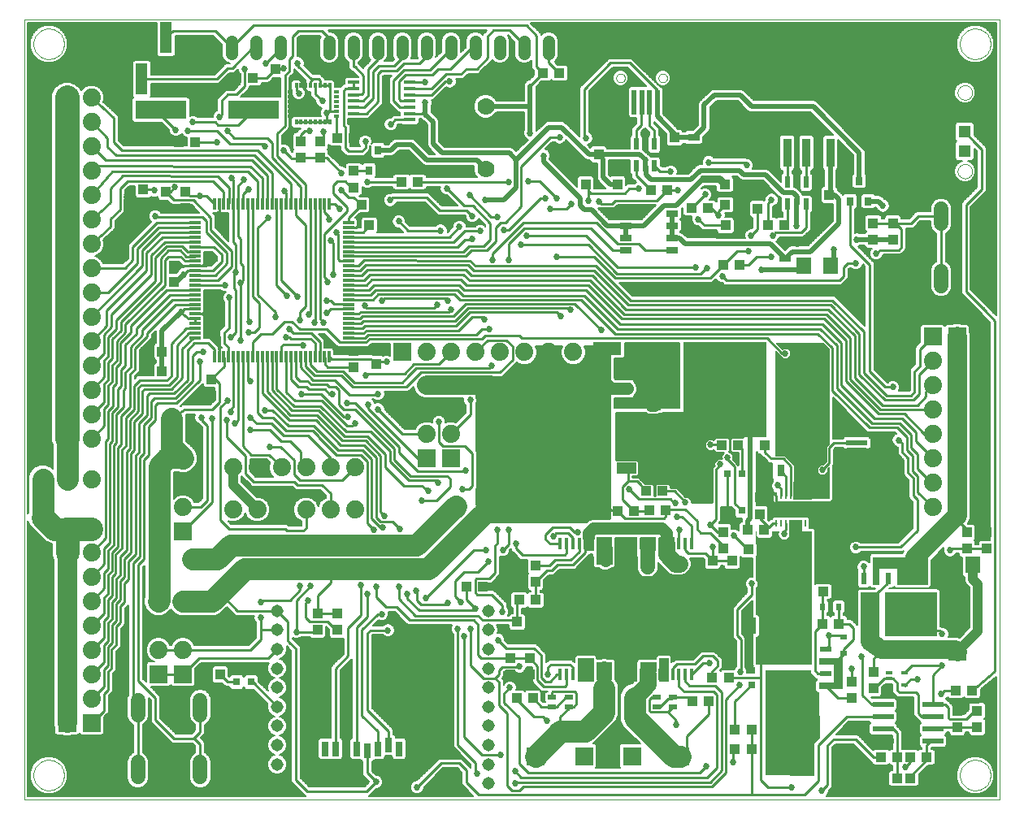
<source format=gtl>
G75*
G70*
%OFA0B0*%
%FSLAX24Y24*%
%IPPOS*%
%LPD*%
%AMOC8*
5,1,8,0,0,1.08239X$1,22.5*
%
%ADD10C,0.0000*%
%ADD11C,0.0515*%
%ADD12C,0.0740*%
%ADD13C,0.0600*%
%ADD14C,0.0515*%
%ADD15R,0.0472X0.0118*%
%ADD16R,0.0118X0.0472*%
%ADD17R,0.0470X0.1300*%
%ADD18R,0.0118X0.0512*%
%ADD19R,0.4803X0.2697*%
%ADD20R,0.0787X0.1142*%
%ADD21R,0.0433X0.0394*%
%ADD22R,0.0394X0.0433*%
%ADD23R,0.0740X0.0740*%
%ADD24R,0.0197X0.0984*%
%ADD25R,0.0787X0.0984*%
%ADD26R,0.0236X0.0472*%
%ADD27C,0.1310*%
%ADD28R,0.0354X0.1181*%
%ADD29R,0.0472X0.0315*%
%ADD30R,0.0866X0.0236*%
%ADD31R,0.0315X0.0354*%
%ADD32R,0.0315X0.0315*%
%ADD33R,0.0098X0.0276*%
%ADD34R,0.1299X0.0669*%
%ADD35R,0.1102X0.2126*%
%ADD36R,0.0315X0.0472*%
%ADD37R,0.0630X0.0709*%
%ADD38C,0.0700*%
%ADD39R,0.0295X0.0157*%
%ADD40R,0.0500X0.0240*%
%ADD41R,0.0400X0.0240*%
%ADD42R,0.1500X0.0650*%
%ADD43R,0.0240X0.0500*%
%ADD44R,0.0240X0.0400*%
%ADD45R,0.0650X0.1500*%
%ADD46R,0.0236X0.0315*%
%ADD47R,0.0315X0.0236*%
%ADD48R,0.0515X0.0515*%
%ADD49R,0.0768X0.0768*%
%ADD50R,0.0335X0.0197*%
%ADD51R,0.0870X0.0240*%
%ADD52R,0.0709X0.0551*%
%ADD53R,0.0551X0.0748*%
%ADD54R,0.0315X0.0591*%
%ADD55R,0.1181X0.0551*%
%ADD56R,0.0197X0.0118*%
%ADD57R,0.0118X0.0197*%
%ADD58R,0.0500X0.0250*%
%ADD59R,0.0496X0.0142*%
%ADD60R,0.2100X0.0760*%
%ADD61R,0.0787X0.0472*%
%ADD62R,0.2205X0.2205*%
%ADD63C,0.0270*%
%ADD64C,0.0100*%
%ADD65C,0.0010*%
%ADD66C,0.0300*%
%ADD67C,0.0375*%
%ADD68C,0.0200*%
%ADD69R,0.0270X0.0270*%
%ADD70C,0.0700*%
%ADD71C,0.0400*%
%ADD72C,0.0350*%
%ADD73C,0.0050*%
%ADD74C,0.0800*%
%ADD75C,0.0600*%
%ADD76C,0.0900*%
%ADD77C,0.0500*%
%ADD78C,0.0356*%
%ADD79C,0.0750*%
%ADD80C,0.0950*%
%ADD81C,0.1000*%
%ADD82C,0.0090*%
%ADD83C,0.0160*%
D10*
X000247Y001996D02*
X000247Y033996D01*
X040247Y033996D01*
X040247Y001996D01*
X000247Y001996D01*
X000622Y002996D02*
X000624Y003046D01*
X000630Y003095D01*
X000640Y003144D01*
X000653Y003191D01*
X000671Y003238D01*
X000692Y003283D01*
X000716Y003326D01*
X000744Y003367D01*
X000775Y003406D01*
X000809Y003442D01*
X000846Y003476D01*
X000886Y003506D01*
X000927Y003533D01*
X000971Y003557D01*
X001016Y003577D01*
X001063Y003593D01*
X001111Y003606D01*
X001160Y003615D01*
X001210Y003620D01*
X001259Y003621D01*
X001309Y003618D01*
X001358Y003611D01*
X001407Y003600D01*
X001454Y003586D01*
X001500Y003567D01*
X001545Y003545D01*
X001588Y003520D01*
X001628Y003491D01*
X001666Y003459D01*
X001702Y003425D01*
X001735Y003387D01*
X001764Y003347D01*
X001790Y003305D01*
X001813Y003261D01*
X001832Y003215D01*
X001848Y003168D01*
X001860Y003119D01*
X001868Y003070D01*
X001872Y003021D01*
X001872Y002971D01*
X001868Y002922D01*
X001860Y002873D01*
X001848Y002824D01*
X001832Y002777D01*
X001813Y002731D01*
X001790Y002687D01*
X001764Y002645D01*
X001735Y002605D01*
X001702Y002567D01*
X001666Y002533D01*
X001628Y002501D01*
X001588Y002472D01*
X001545Y002447D01*
X001500Y002425D01*
X001454Y002406D01*
X001407Y002392D01*
X001358Y002381D01*
X001309Y002374D01*
X001259Y002371D01*
X001210Y002372D01*
X001160Y002377D01*
X001111Y002386D01*
X001063Y002399D01*
X001016Y002415D01*
X000971Y002435D01*
X000927Y002459D01*
X000886Y002486D01*
X000846Y002516D01*
X000809Y002550D01*
X000775Y002586D01*
X000744Y002625D01*
X000716Y002666D01*
X000692Y002709D01*
X000671Y002754D01*
X000653Y002801D01*
X000640Y002848D01*
X000630Y002897D01*
X000624Y002946D01*
X000622Y002996D01*
X024524Y031596D02*
X024526Y031622D01*
X024532Y031648D01*
X024542Y031673D01*
X024555Y031696D01*
X024571Y031716D01*
X024591Y031734D01*
X024613Y031749D01*
X024636Y031761D01*
X024662Y031769D01*
X024688Y031773D01*
X024714Y031773D01*
X024740Y031769D01*
X024766Y031761D01*
X024790Y031749D01*
X024811Y031734D01*
X024831Y031716D01*
X024847Y031696D01*
X024860Y031673D01*
X024870Y031648D01*
X024876Y031622D01*
X024878Y031596D01*
X024876Y031570D01*
X024870Y031544D01*
X024860Y031519D01*
X024847Y031496D01*
X024831Y031476D01*
X024811Y031458D01*
X024789Y031443D01*
X024766Y031431D01*
X024740Y031423D01*
X024714Y031419D01*
X024688Y031419D01*
X024662Y031423D01*
X024636Y031431D01*
X024612Y031443D01*
X024591Y031458D01*
X024571Y031476D01*
X024555Y031496D01*
X024542Y031519D01*
X024532Y031544D01*
X024526Y031570D01*
X024524Y031596D01*
X026256Y031596D02*
X026258Y031622D01*
X026264Y031648D01*
X026274Y031673D01*
X026287Y031696D01*
X026303Y031716D01*
X026323Y031734D01*
X026345Y031749D01*
X026368Y031761D01*
X026394Y031769D01*
X026420Y031773D01*
X026446Y031773D01*
X026472Y031769D01*
X026498Y031761D01*
X026522Y031749D01*
X026543Y031734D01*
X026563Y031716D01*
X026579Y031696D01*
X026592Y031673D01*
X026602Y031648D01*
X026608Y031622D01*
X026610Y031596D01*
X026608Y031570D01*
X026602Y031544D01*
X026592Y031519D01*
X026579Y031496D01*
X026563Y031476D01*
X026543Y031458D01*
X026521Y031443D01*
X026498Y031431D01*
X026472Y031423D01*
X026446Y031419D01*
X026420Y031419D01*
X026394Y031423D01*
X026368Y031431D01*
X026344Y031443D01*
X026323Y031458D01*
X026303Y031476D01*
X026287Y031496D01*
X026274Y031519D01*
X026264Y031544D01*
X026258Y031570D01*
X026256Y031596D01*
X038528Y031000D02*
X038530Y031034D01*
X038536Y031068D01*
X038546Y031101D01*
X038559Y031132D01*
X038577Y031162D01*
X038597Y031190D01*
X038621Y031215D01*
X038647Y031237D01*
X038675Y031255D01*
X038706Y031271D01*
X038738Y031283D01*
X038772Y031291D01*
X038806Y031295D01*
X038840Y031295D01*
X038874Y031291D01*
X038908Y031283D01*
X038940Y031271D01*
X038970Y031255D01*
X038999Y031237D01*
X039025Y031215D01*
X039049Y031190D01*
X039069Y031162D01*
X039087Y031132D01*
X039100Y031101D01*
X039110Y031068D01*
X039116Y031034D01*
X039118Y031000D01*
X039116Y030966D01*
X039110Y030932D01*
X039100Y030899D01*
X039087Y030868D01*
X039069Y030838D01*
X039049Y030810D01*
X039025Y030785D01*
X038999Y030763D01*
X038971Y030745D01*
X038940Y030729D01*
X038908Y030717D01*
X038874Y030709D01*
X038840Y030705D01*
X038806Y030705D01*
X038772Y030709D01*
X038738Y030717D01*
X038706Y030729D01*
X038675Y030745D01*
X038647Y030763D01*
X038621Y030785D01*
X038597Y030810D01*
X038577Y030838D01*
X038559Y030868D01*
X038546Y030899D01*
X038536Y030932D01*
X038530Y030966D01*
X038528Y031000D01*
X038622Y032996D02*
X038624Y033046D01*
X038630Y033095D01*
X038640Y033144D01*
X038653Y033191D01*
X038671Y033238D01*
X038692Y033283D01*
X038716Y033326D01*
X038744Y033367D01*
X038775Y033406D01*
X038809Y033442D01*
X038846Y033476D01*
X038886Y033506D01*
X038927Y033533D01*
X038971Y033557D01*
X039016Y033577D01*
X039063Y033593D01*
X039111Y033606D01*
X039160Y033615D01*
X039210Y033620D01*
X039259Y033621D01*
X039309Y033618D01*
X039358Y033611D01*
X039407Y033600D01*
X039454Y033586D01*
X039500Y033567D01*
X039545Y033545D01*
X039588Y033520D01*
X039628Y033491D01*
X039666Y033459D01*
X039702Y033425D01*
X039735Y033387D01*
X039764Y033347D01*
X039790Y033305D01*
X039813Y033261D01*
X039832Y033215D01*
X039848Y033168D01*
X039860Y033119D01*
X039868Y033070D01*
X039872Y033021D01*
X039872Y032971D01*
X039868Y032922D01*
X039860Y032873D01*
X039848Y032824D01*
X039832Y032777D01*
X039813Y032731D01*
X039790Y032687D01*
X039764Y032645D01*
X039735Y032605D01*
X039702Y032567D01*
X039666Y032533D01*
X039628Y032501D01*
X039588Y032472D01*
X039545Y032447D01*
X039500Y032425D01*
X039454Y032406D01*
X039407Y032392D01*
X039358Y032381D01*
X039309Y032374D01*
X039259Y032371D01*
X039210Y032372D01*
X039160Y032377D01*
X039111Y032386D01*
X039063Y032399D01*
X039016Y032415D01*
X038971Y032435D01*
X038927Y032459D01*
X038886Y032486D01*
X038846Y032516D01*
X038809Y032550D01*
X038775Y032586D01*
X038744Y032625D01*
X038716Y032666D01*
X038692Y032709D01*
X038671Y032754D01*
X038653Y032801D01*
X038640Y032848D01*
X038630Y032897D01*
X038624Y032946D01*
X038622Y032996D01*
X038528Y027771D02*
X038530Y027805D01*
X038536Y027839D01*
X038546Y027872D01*
X038559Y027903D01*
X038577Y027933D01*
X038597Y027961D01*
X038621Y027986D01*
X038647Y028008D01*
X038675Y028026D01*
X038706Y028042D01*
X038738Y028054D01*
X038772Y028062D01*
X038806Y028066D01*
X038840Y028066D01*
X038874Y028062D01*
X038908Y028054D01*
X038940Y028042D01*
X038970Y028026D01*
X038999Y028008D01*
X039025Y027986D01*
X039049Y027961D01*
X039069Y027933D01*
X039087Y027903D01*
X039100Y027872D01*
X039110Y027839D01*
X039116Y027805D01*
X039118Y027771D01*
X039116Y027737D01*
X039110Y027703D01*
X039100Y027670D01*
X039087Y027639D01*
X039069Y027609D01*
X039049Y027581D01*
X039025Y027556D01*
X038999Y027534D01*
X038971Y027516D01*
X038940Y027500D01*
X038908Y027488D01*
X038874Y027480D01*
X038840Y027476D01*
X038806Y027476D01*
X038772Y027480D01*
X038738Y027488D01*
X038706Y027500D01*
X038675Y027516D01*
X038647Y027534D01*
X038621Y027556D01*
X038597Y027581D01*
X038577Y027609D01*
X038559Y027639D01*
X038546Y027670D01*
X038536Y027703D01*
X038530Y027737D01*
X038528Y027771D01*
X038622Y002996D02*
X038624Y003046D01*
X038630Y003095D01*
X038640Y003144D01*
X038653Y003191D01*
X038671Y003238D01*
X038692Y003283D01*
X038716Y003326D01*
X038744Y003367D01*
X038775Y003406D01*
X038809Y003442D01*
X038846Y003476D01*
X038886Y003506D01*
X038927Y003533D01*
X038971Y003557D01*
X039016Y003577D01*
X039063Y003593D01*
X039111Y003606D01*
X039160Y003615D01*
X039210Y003620D01*
X039259Y003621D01*
X039309Y003618D01*
X039358Y003611D01*
X039407Y003600D01*
X039454Y003586D01*
X039500Y003567D01*
X039545Y003545D01*
X039588Y003520D01*
X039628Y003491D01*
X039666Y003459D01*
X039702Y003425D01*
X039735Y003387D01*
X039764Y003347D01*
X039790Y003305D01*
X039813Y003261D01*
X039832Y003215D01*
X039848Y003168D01*
X039860Y003119D01*
X039868Y003070D01*
X039872Y003021D01*
X039872Y002971D01*
X039868Y002922D01*
X039860Y002873D01*
X039848Y002824D01*
X039832Y002777D01*
X039813Y002731D01*
X039790Y002687D01*
X039764Y002645D01*
X039735Y002605D01*
X039702Y002567D01*
X039666Y002533D01*
X039628Y002501D01*
X039588Y002472D01*
X039545Y002447D01*
X039500Y002425D01*
X039454Y002406D01*
X039407Y002392D01*
X039358Y002381D01*
X039309Y002374D01*
X039259Y002371D01*
X039210Y002372D01*
X039160Y002377D01*
X039111Y002386D01*
X039063Y002399D01*
X039016Y002415D01*
X038971Y002435D01*
X038927Y002459D01*
X038886Y002486D01*
X038846Y002516D01*
X038809Y002550D01*
X038775Y002586D01*
X038744Y002625D01*
X038716Y002666D01*
X038692Y002709D01*
X038671Y002754D01*
X038653Y002801D01*
X038640Y002848D01*
X038630Y002897D01*
X038624Y002946D01*
X038622Y002996D01*
X000622Y032996D02*
X000624Y033046D01*
X000630Y033095D01*
X000640Y033144D01*
X000653Y033191D01*
X000671Y033238D01*
X000692Y033283D01*
X000716Y033326D01*
X000744Y033367D01*
X000775Y033406D01*
X000809Y033442D01*
X000846Y033476D01*
X000886Y033506D01*
X000927Y033533D01*
X000971Y033557D01*
X001016Y033577D01*
X001063Y033593D01*
X001111Y033606D01*
X001160Y033615D01*
X001210Y033620D01*
X001259Y033621D01*
X001309Y033618D01*
X001358Y033611D01*
X001407Y033600D01*
X001454Y033586D01*
X001500Y033567D01*
X001545Y033545D01*
X001588Y033520D01*
X001628Y033491D01*
X001666Y033459D01*
X001702Y033425D01*
X001735Y033387D01*
X001764Y033347D01*
X001790Y033305D01*
X001813Y033261D01*
X001832Y033215D01*
X001848Y033168D01*
X001860Y033119D01*
X001868Y033070D01*
X001872Y033021D01*
X001872Y032971D01*
X001868Y032922D01*
X001860Y032873D01*
X001848Y032824D01*
X001832Y032777D01*
X001813Y032731D01*
X001790Y032687D01*
X001764Y032645D01*
X001735Y032605D01*
X001702Y032567D01*
X001666Y032533D01*
X001628Y032501D01*
X001588Y032472D01*
X001545Y032447D01*
X001500Y032425D01*
X001454Y032406D01*
X001407Y032392D01*
X001358Y032381D01*
X001309Y032374D01*
X001259Y032371D01*
X001210Y032372D01*
X001160Y032377D01*
X001111Y032386D01*
X001063Y032399D01*
X001016Y032415D01*
X000971Y032435D01*
X000927Y032459D01*
X000886Y032486D01*
X000846Y032516D01*
X000809Y032550D01*
X000775Y032586D01*
X000744Y032625D01*
X000716Y032666D01*
X000692Y032709D01*
X000671Y032754D01*
X000653Y032801D01*
X000640Y032848D01*
X000630Y032897D01*
X000624Y032946D01*
X000622Y032996D01*
D11*
X010616Y009739D03*
X010616Y008952D03*
X010616Y008164D03*
X010616Y007377D03*
X010616Y006589D03*
X010616Y005802D03*
X010616Y005015D03*
X010616Y004227D03*
X010616Y003440D03*
X010616Y002652D03*
X019278Y002652D03*
X019278Y003440D03*
X019278Y004227D03*
X019278Y005015D03*
X019278Y005802D03*
X019278Y006589D03*
X019278Y007377D03*
X019278Y008164D03*
X019278Y008952D03*
X019278Y009739D03*
D12*
X013797Y013896D03*
X012797Y013896D03*
X011797Y013896D03*
X010797Y013896D03*
X009797Y013896D03*
X008797Y013896D03*
X008797Y015616D03*
X009797Y015616D03*
X010797Y015616D03*
X011797Y015616D03*
X012797Y015616D03*
X013797Y015616D03*
X016747Y016996D03*
X017747Y016996D03*
X017747Y017996D03*
X016747Y017996D03*
X016747Y018996D03*
X017747Y018996D03*
X017747Y020346D03*
X016747Y020346D03*
X018747Y020346D03*
X019747Y020346D03*
X020747Y020346D03*
X021747Y020346D03*
X022747Y020346D03*
X037497Y019996D03*
X038497Y019996D03*
X039497Y019996D03*
X039497Y018996D03*
X038497Y018996D03*
X037497Y018996D03*
X037497Y017996D03*
X038497Y017996D03*
X039497Y017996D03*
X039497Y016996D03*
X038497Y016996D03*
X037497Y016996D03*
X037497Y015996D03*
X038497Y015996D03*
X039497Y015996D03*
X039497Y014996D03*
X038497Y014996D03*
X037497Y014996D03*
X037497Y013996D03*
X038497Y013996D03*
X039497Y013996D03*
X006747Y013996D03*
X006747Y014996D03*
X006747Y015996D03*
X002997Y016796D03*
X002997Y017796D03*
X002997Y018796D03*
X002997Y019796D03*
X002997Y020796D03*
X002997Y021796D03*
X002997Y022796D03*
X002997Y023796D03*
X002997Y024796D03*
X002997Y025796D03*
X002997Y026796D03*
X002997Y027796D03*
X002997Y028796D03*
X002997Y029796D03*
X002997Y030796D03*
X001997Y030796D03*
X000997Y030796D03*
X000997Y029796D03*
X001997Y029796D03*
X001997Y028796D03*
X000997Y028796D03*
X000997Y027796D03*
X001997Y027796D03*
X001997Y026796D03*
X000997Y026796D03*
X000997Y025796D03*
X001997Y025796D03*
X001997Y024796D03*
X000997Y024796D03*
X000997Y023796D03*
X001997Y023796D03*
X001997Y022796D03*
X000997Y022796D03*
X000997Y021796D03*
X001997Y021796D03*
X001997Y020796D03*
X000997Y020796D03*
X000997Y019796D03*
X001997Y019796D03*
X001997Y018796D03*
X000997Y018796D03*
X000997Y017796D03*
X001997Y017796D03*
X001997Y016796D03*
X000997Y016796D03*
X000997Y015137D03*
X001997Y015137D03*
X002997Y015137D03*
X002997Y012136D03*
X001997Y012136D03*
X000997Y012136D03*
X000997Y011136D03*
X001997Y011136D03*
X002997Y011136D03*
X002997Y010136D03*
X001997Y010136D03*
X000997Y010136D03*
X000997Y009136D03*
X001997Y009136D03*
X002997Y009136D03*
X002997Y008136D03*
X001997Y008136D03*
X000997Y008136D03*
X000997Y007136D03*
X001997Y007136D03*
X002997Y007136D03*
X002997Y006136D03*
X001997Y006136D03*
X000997Y006136D03*
X005747Y008136D03*
X006747Y008136D03*
X006747Y009136D03*
X005747Y009136D03*
X005747Y010136D03*
X006747Y010136D03*
D13*
X009267Y011456D02*
X009357Y011456D01*
X009237Y006076D02*
X009237Y005476D01*
X007457Y005476D02*
X007457Y006076D01*
X006687Y006076D02*
X006687Y005476D01*
X004907Y005476D02*
X004907Y006076D01*
X004907Y003516D02*
X004907Y002916D01*
X006687Y002916D02*
X006687Y003516D01*
X007457Y003516D02*
X007457Y002916D01*
X009237Y002916D02*
X009237Y003516D01*
X001997Y013096D02*
X001987Y013106D01*
X019026Y013672D02*
X020114Y015190D01*
X025810Y012459D02*
X025802Y011538D01*
X037847Y023066D02*
X037847Y023666D01*
X039627Y023666D02*
X039627Y023066D01*
X039627Y025626D02*
X039627Y026226D01*
X037847Y026226D02*
X037847Y025626D01*
D14*
X022747Y032588D02*
X022747Y033103D01*
X021747Y033103D02*
X021747Y032588D01*
X020747Y032588D02*
X020747Y033103D01*
X019747Y033103D02*
X019747Y032588D01*
X018747Y032588D02*
X018747Y033103D01*
X017747Y033103D02*
X017747Y032588D01*
X016747Y032588D02*
X016747Y033103D01*
X015747Y033103D02*
X015747Y032588D01*
X014747Y032588D02*
X014747Y033103D01*
X013747Y033103D02*
X013747Y032588D01*
X012747Y032588D02*
X012747Y033103D01*
X011747Y033103D02*
X011747Y032588D01*
X010747Y032588D02*
X010747Y033103D01*
X009747Y033103D02*
X009747Y032588D01*
X008747Y032588D02*
X008747Y033103D01*
X007747Y033103D02*
X007747Y032588D01*
D15*
X007247Y025658D03*
X007247Y025461D03*
X007247Y025264D03*
X007247Y025067D03*
X007247Y024870D03*
X007247Y024674D03*
X007247Y024477D03*
X007247Y024280D03*
X007247Y024083D03*
X007247Y023886D03*
X007247Y023689D03*
X007247Y023492D03*
X007247Y023296D03*
X007247Y023099D03*
X007247Y022902D03*
X007247Y022705D03*
X007247Y022508D03*
X007247Y022311D03*
X007247Y022115D03*
X007247Y021918D03*
X007247Y021721D03*
X007247Y021524D03*
X007247Y021327D03*
X007247Y021130D03*
X007247Y020933D03*
X013547Y020933D03*
X013547Y021130D03*
X013547Y021327D03*
X013547Y021524D03*
X013547Y021721D03*
X013547Y021918D03*
X013547Y022115D03*
X013547Y022311D03*
X013547Y022508D03*
X013547Y022705D03*
X013547Y022902D03*
X013547Y023099D03*
X013547Y023296D03*
X013547Y023492D03*
X013547Y023689D03*
X013547Y023886D03*
X013547Y024083D03*
X013547Y024280D03*
X013547Y024477D03*
X013547Y024674D03*
X013547Y024870D03*
X013547Y025067D03*
X013547Y025264D03*
X013547Y025461D03*
X013547Y025658D03*
D16*
X012759Y026445D03*
X012562Y026445D03*
X012366Y026445D03*
X012169Y026445D03*
X011972Y026445D03*
X011775Y026445D03*
X011578Y026445D03*
X011381Y026445D03*
X011184Y026445D03*
X010988Y026445D03*
X010791Y026445D03*
X010594Y026445D03*
X010397Y026445D03*
X010200Y026445D03*
X010003Y026445D03*
X009806Y026445D03*
X009610Y026445D03*
X009413Y026445D03*
X009216Y026445D03*
X009019Y026445D03*
X008822Y026445D03*
X008625Y026445D03*
X008428Y026445D03*
X008232Y026445D03*
X008035Y026445D03*
X008035Y020146D03*
X008232Y020146D03*
X008428Y020146D03*
X008625Y020146D03*
X008822Y020146D03*
X009019Y020146D03*
X009216Y020146D03*
X009413Y020146D03*
X009610Y020146D03*
X009806Y020146D03*
X010003Y020146D03*
X010200Y020146D03*
X010397Y020146D03*
X010594Y020146D03*
X010791Y020146D03*
X010988Y020146D03*
X011184Y020146D03*
X011381Y020146D03*
X011578Y020146D03*
X011775Y020146D03*
X011972Y020146D03*
X012169Y020146D03*
X012366Y020146D03*
X012562Y020146D03*
X012759Y020146D03*
D17*
X005058Y031546D03*
X004058Y033246D03*
X006058Y033246D03*
D18*
X022230Y012493D03*
X022486Y012493D03*
X022742Y012493D03*
X022998Y012493D03*
X023254Y012493D03*
X023510Y012493D03*
X023766Y012493D03*
X024021Y012493D03*
X024277Y012493D03*
X024533Y012493D03*
X024789Y012493D03*
X025045Y012493D03*
X025301Y012493D03*
X025557Y012493D03*
X025813Y012493D03*
X026069Y012493D03*
X026325Y012493D03*
X026581Y012493D03*
X026836Y012493D03*
X027092Y012493D03*
X027348Y012493D03*
X027604Y012493D03*
X027604Y007119D03*
X027348Y007119D03*
X027092Y007119D03*
X026836Y007119D03*
X026581Y007119D03*
X026325Y007119D03*
X026069Y007119D03*
X025813Y007119D03*
X025557Y007119D03*
X025301Y007119D03*
X025045Y007119D03*
X024789Y007119D03*
X024533Y007119D03*
X024277Y007119D03*
X024021Y007119D03*
X023766Y007119D03*
X023510Y007119D03*
X023254Y007119D03*
X022998Y007119D03*
X022742Y007119D03*
X022486Y007119D03*
X022230Y007119D03*
D19*
X024927Y009816D03*
D20*
X022132Y009816D03*
X027722Y009816D03*
D21*
X029948Y012247D03*
X030618Y012247D03*
X030579Y013046D03*
X029909Y013046D03*
X026563Y013851D03*
X025893Y013851D03*
X025244Y013842D03*
X024574Y013842D03*
X025755Y014650D03*
X026425Y014650D03*
X028839Y016545D03*
X029509Y016545D03*
X030622Y016516D03*
X031292Y016516D03*
X033012Y010536D03*
X033682Y010536D03*
X033642Y009206D03*
X032972Y009206D03*
X029132Y006986D03*
X028462Y006986D03*
X028302Y006036D03*
X027632Y006036D03*
X029396Y004868D03*
X030066Y004868D03*
X030064Y004052D03*
X029394Y004052D03*
X035384Y003734D03*
X036054Y003734D03*
X036572Y003736D03*
X037242Y003736D03*
X037242Y002856D03*
X036572Y002856D03*
X036054Y002855D03*
X035384Y002855D03*
X038452Y006476D03*
X039122Y006476D03*
X021102Y006146D03*
X020432Y006146D03*
X020462Y009286D03*
X021132Y009286D03*
X021212Y010186D03*
X020542Y010186D03*
X019061Y010734D03*
X018391Y010734D03*
X005896Y019572D03*
X005226Y019572D03*
X005225Y020374D03*
X005895Y020374D03*
X014068Y026389D03*
X014738Y026389D03*
X015712Y027336D03*
X016382Y027336D03*
X015063Y025547D03*
X014393Y025547D03*
X013751Y029129D03*
X013081Y029129D03*
X009626Y031588D03*
X008956Y031588D03*
X007261Y028956D03*
X006591Y028956D03*
X021520Y031802D03*
X022190Y031802D03*
X025932Y027000D03*
X026602Y027000D03*
X027608Y026257D03*
X028278Y026257D03*
X028992Y026396D03*
X029662Y026396D03*
X029652Y027236D03*
X028982Y027236D03*
X029002Y025546D03*
X029672Y025546D03*
X030758Y025569D03*
X031428Y025569D03*
X029586Y023927D03*
X028916Y023927D03*
D22*
X030323Y026233D03*
X030323Y026902D03*
X033261Y026801D03*
X033261Y026132D03*
X035057Y025640D03*
X035057Y024971D03*
X035867Y024951D03*
X035867Y025620D03*
X026917Y028481D03*
X026917Y029150D03*
X024576Y027900D03*
X024576Y027231D03*
X023264Y027230D03*
X023264Y027899D03*
X023797Y028461D03*
X023797Y029130D03*
X013757Y027780D03*
X013757Y027111D03*
X012382Y028319D03*
X012382Y028988D03*
X011574Y028986D03*
X011574Y028317D03*
X010547Y031283D03*
X010547Y031952D03*
X005120Y027033D03*
X005120Y026364D03*
X006044Y026255D03*
X006044Y026924D03*
X006863Y026923D03*
X006863Y026254D03*
X006379Y023901D03*
X006379Y023232D03*
X007919Y019245D03*
X007919Y018576D03*
X013736Y019732D03*
X013736Y020401D03*
X014664Y020523D03*
X014664Y019854D03*
X021207Y011600D03*
X021207Y010931D03*
X020969Y007784D03*
X020969Y007115D03*
X020167Y007115D03*
X020167Y007784D03*
X013074Y008965D03*
X013074Y009634D03*
X012268Y009637D03*
X012268Y008968D03*
X008278Y007120D03*
X008278Y006451D03*
X028467Y011121D03*
X028467Y011790D03*
X028912Y012303D03*
X029267Y011780D03*
X029267Y011111D03*
X028912Y012972D03*
X030417Y013711D03*
X030417Y014380D03*
X035077Y007230D03*
X035077Y006561D03*
X034187Y006840D03*
X034187Y006171D03*
X038517Y005630D03*
X038517Y004961D03*
X039327Y004971D03*
X039327Y005640D03*
X039712Y012281D03*
X039712Y012950D03*
X038917Y012950D03*
X038917Y012281D03*
D23*
X038497Y020996D03*
X039497Y020996D03*
X037497Y020996D03*
X017747Y015996D03*
X016747Y015996D03*
X015747Y020346D03*
X006747Y012996D03*
X006747Y007136D03*
X005747Y007136D03*
X002997Y005136D03*
X001997Y005136D03*
X000997Y005136D03*
D24*
X024937Y030611D03*
X025252Y030611D03*
X025567Y030611D03*
X025882Y030611D03*
X026197Y030611D03*
D25*
X027339Y030611D03*
X027339Y032777D03*
X023795Y032777D03*
X023795Y030611D03*
D26*
X025343Y028889D03*
X025717Y028889D03*
X026091Y028889D03*
X026091Y027983D03*
X025717Y027983D03*
X025343Y027983D03*
X031556Y027319D03*
X031930Y027319D03*
X032304Y027319D03*
X032304Y026413D03*
X031930Y026413D03*
X031556Y026413D03*
D27*
X029342Y029896D03*
X034512Y029896D03*
D28*
X033305Y028537D03*
X032321Y028537D03*
X031533Y028537D03*
X030549Y028537D03*
D29*
X027697Y028441D03*
X027697Y029150D03*
X031444Y024916D03*
X031444Y024207D03*
X026117Y018100D03*
X026117Y017391D03*
D30*
X035467Y005895D03*
X035467Y005395D03*
X035467Y004895D03*
X035467Y004395D03*
X037515Y004395D03*
X037515Y004895D03*
X037515Y005395D03*
X037515Y005895D03*
D31*
X034861Y026542D03*
X034113Y026542D03*
X034487Y027369D03*
X015131Y027802D03*
X014383Y027802D03*
X014757Y028629D03*
D32*
X029082Y015346D03*
X029672Y015346D03*
X029672Y013846D03*
X029082Y013846D03*
X030083Y007292D03*
X030083Y006701D03*
X009546Y006813D03*
X008956Y006813D03*
D33*
X031086Y013335D03*
X031283Y013335D03*
X031480Y013335D03*
X031677Y013335D03*
X031874Y013335D03*
X032071Y013335D03*
X032268Y013335D03*
X032268Y014476D03*
X032071Y014476D03*
X031874Y014476D03*
X031677Y014476D03*
X031480Y014476D03*
X031283Y014476D03*
X031086Y014476D03*
D34*
X031677Y013906D03*
D35*
X032347Y019496D03*
X028489Y019496D03*
D36*
X027601Y019816D03*
X027601Y019166D03*
X027601Y018546D03*
X026893Y018546D03*
X026893Y019166D03*
X026893Y019816D03*
X026893Y020526D03*
X027601Y020526D03*
X025694Y018848D03*
X024986Y018848D03*
X030563Y015486D03*
X031271Y015486D03*
D37*
X032206Y012326D03*
X032206Y011486D03*
X033308Y011486D03*
X033308Y012326D03*
X031048Y009136D03*
X029946Y009136D03*
X038056Y011616D03*
X039158Y011616D03*
X033321Y023894D03*
X032219Y023894D03*
D38*
X019164Y027874D03*
X019164Y030433D03*
D39*
X035712Y007202D03*
X035712Y006946D03*
X035712Y006690D03*
X036362Y006690D03*
X036362Y007202D03*
D40*
X033097Y007176D03*
X033097Y006676D03*
X033097Y007676D03*
X033097Y008176D03*
D41*
X030947Y008176D03*
X030947Y007676D03*
X030947Y007176D03*
X030947Y006676D03*
D42*
X031777Y006971D03*
X031777Y007881D03*
D43*
X034667Y011066D03*
X035167Y011066D03*
X035667Y011066D03*
X036167Y011066D03*
D44*
X036167Y008916D03*
X035667Y008916D03*
X035167Y008916D03*
X034667Y008916D03*
D45*
X034962Y009746D03*
X035872Y009746D03*
D46*
X033647Y009906D03*
X032978Y009906D03*
D47*
X033847Y008675D03*
X033847Y008006D03*
D48*
X038807Y028598D03*
X038807Y029386D03*
X038807Y030173D03*
D49*
X038507Y010026D03*
X038507Y008057D03*
X033947Y003776D03*
X031978Y003776D03*
X027137Y003776D03*
X025168Y003776D03*
X023197Y003776D03*
X021228Y003776D03*
D50*
X021893Y005799D03*
X022581Y005799D03*
X022581Y006192D03*
X021893Y006192D03*
X026173Y006192D03*
X026173Y005799D03*
X026861Y005799D03*
X026861Y006192D03*
D51*
X032327Y015116D03*
X032327Y015616D03*
X032327Y016116D03*
X032327Y016616D03*
X034387Y016616D03*
X034387Y016116D03*
X034387Y015616D03*
X034387Y015116D03*
D52*
X015145Y008132D03*
X012901Y008132D03*
D53*
X012271Y002955D03*
X017448Y002561D03*
D54*
X015614Y004077D03*
X015181Y004234D03*
X014748Y004077D03*
X014314Y003998D03*
X013881Y004077D03*
X013448Y003998D03*
X013015Y004077D03*
X012582Y004077D03*
D55*
X024146Y020508D03*
X026036Y020508D03*
D56*
X013031Y030039D03*
X013031Y030236D03*
X013031Y030433D03*
X013031Y030630D03*
X013031Y030827D03*
X013031Y031024D03*
X011141Y031024D03*
X011141Y030827D03*
X011141Y030630D03*
X011141Y030433D03*
X011141Y030236D03*
X011141Y030039D03*
D57*
X011397Y029784D03*
X011594Y029784D03*
X011791Y029784D03*
X011988Y029784D03*
X012184Y029784D03*
X012381Y029784D03*
X012578Y029784D03*
X012775Y029784D03*
X012775Y031280D03*
X012578Y031280D03*
X012381Y031280D03*
X012184Y031280D03*
X011988Y031280D03*
X011791Y031280D03*
X011594Y031280D03*
X011397Y031280D03*
D58*
X024922Y026035D03*
X024922Y025535D03*
X024922Y025035D03*
X024922Y024535D03*
X026822Y024535D03*
X026822Y025035D03*
X026822Y025535D03*
X026822Y026035D03*
D59*
X016044Y029882D03*
X016044Y030138D03*
X016044Y030394D03*
X016044Y030650D03*
X016044Y030906D03*
X016044Y031161D03*
X016044Y031417D03*
X013760Y031417D03*
X013760Y031161D03*
X013760Y030906D03*
X013760Y030650D03*
X013760Y030394D03*
X013760Y030138D03*
X013760Y029882D03*
D60*
X009643Y030288D03*
X005843Y030288D03*
D61*
X024939Y017565D03*
X024939Y015596D03*
D62*
X022105Y016581D03*
D63*
X025059Y014717D03*
X026944Y014155D03*
X027361Y014193D03*
X027028Y013607D03*
X027103Y013078D03*
X028390Y013269D03*
X029060Y013455D03*
X029354Y012830D03*
X028467Y012356D03*
X030082Y010847D03*
X029940Y009699D03*
X029110Y010029D03*
X029124Y008698D03*
X029969Y008397D03*
X029165Y007577D03*
X029611Y007237D03*
X029591Y006685D03*
X028337Y007596D03*
X026986Y005046D03*
X028203Y003352D03*
X029329Y003525D03*
X031706Y002501D03*
X032958Y002354D03*
X034494Y002285D03*
X036342Y002295D03*
X036371Y003339D03*
X037847Y003256D03*
X037799Y002295D03*
X038552Y002295D03*
X039902Y003860D03*
X039931Y004603D03*
X039537Y006169D03*
X037847Y006336D03*
X036866Y006934D03*
X037890Y007481D03*
X037891Y008799D03*
X038491Y008965D03*
X038276Y010784D03*
X038213Y012224D03*
X036456Y013708D03*
X036309Y014774D03*
X035358Y014687D03*
X036094Y015782D03*
X036110Y016743D03*
X035487Y016867D03*
X035867Y018913D03*
X035348Y020040D03*
X035340Y021985D03*
X036409Y022625D03*
X035446Y023776D03*
X035188Y024396D03*
X034377Y024966D03*
X034353Y023997D03*
X033463Y024551D03*
X032792Y025458D03*
X031927Y025516D03*
X031947Y024806D03*
X030943Y025141D03*
X030058Y025140D03*
X029938Y024488D03*
X030474Y023740D03*
X030887Y024275D03*
X031137Y022869D03*
X029860Y022887D03*
X028876Y023460D03*
X028446Y022944D03*
X028262Y023796D03*
X027796Y023822D03*
X026908Y022944D03*
X025417Y022935D03*
X023909Y021246D03*
X022632Y022093D03*
X022262Y021814D03*
X022068Y024256D03*
X020861Y025121D03*
X020620Y024766D03*
X020115Y024142D03*
X019446Y024140D03*
X018628Y024996D03*
X018952Y025315D03*
X018617Y025936D03*
X018094Y025499D03*
X017318Y025336D03*
X016891Y025713D03*
X016100Y026253D03*
X015602Y025713D03*
X015255Y026588D03*
X014307Y027326D03*
X014798Y028155D03*
X014231Y028999D03*
X014209Y029607D03*
X014990Y030070D03*
X015273Y029696D03*
X015825Y028529D03*
X016042Y027834D03*
X017712Y027753D03*
X017572Y027069D03*
X018513Y026793D03*
X019139Y026587D03*
X019657Y025911D03*
X019920Y025379D03*
X021825Y026219D03*
X021603Y026676D03*
X022087Y026658D03*
X022684Y026440D03*
X023366Y026579D03*
X023826Y026535D03*
X025436Y026178D03*
X025462Y027066D03*
X024948Y028071D03*
X024500Y028907D03*
X025098Y029753D03*
X025717Y029386D03*
X024517Y030516D03*
X023572Y029753D03*
X023288Y029133D03*
X022851Y028231D03*
X022200Y029151D03*
X021550Y028409D03*
X020993Y029343D03*
X020475Y029622D03*
X018633Y031645D03*
X017695Y031459D03*
X017248Y030673D03*
X016695Y030584D03*
X016694Y031419D03*
X015056Y031422D03*
X013223Y032169D03*
X011455Y032200D03*
X010884Y032010D03*
X010143Y032194D03*
X009294Y031962D03*
X008485Y031347D03*
X009596Y030985D03*
X010151Y031263D03*
X011497Y030979D03*
X011838Y030727D03*
X011965Y030152D03*
X012469Y030651D03*
X012646Y030162D03*
X011949Y029437D03*
X012505Y029410D03*
X010885Y028630D03*
X010110Y028809D03*
X009257Y027414D03*
X009447Y027037D03*
X008731Y027497D03*
X007431Y026755D03*
X006425Y027114D03*
X005583Y026988D03*
X004512Y026255D03*
X004819Y025390D03*
X005616Y025930D03*
X003716Y024287D03*
X006786Y023545D03*
X007967Y024166D03*
X008897Y023636D03*
X009128Y023208D03*
X008658Y022581D03*
X008262Y022587D03*
X008487Y023096D03*
X007867Y021917D03*
X006667Y021996D03*
X005531Y020845D03*
X007582Y020356D03*
X007446Y019949D03*
X008720Y020957D03*
X009118Y020833D03*
X009462Y021165D03*
X009496Y021600D03*
X010547Y021787D03*
X011111Y021293D03*
X010967Y020946D03*
X011664Y020641D03*
X012155Y021560D03*
X012526Y021579D03*
X012647Y021966D03*
X012657Y022456D03*
X012683Y023231D03*
X012903Y023522D03*
X011437Y022642D03*
X011000Y022679D03*
X011541Y021679D03*
X011903Y021880D03*
X014213Y022256D03*
X014916Y022448D03*
X014187Y020449D03*
X015099Y019952D03*
X014236Y019382D03*
X014751Y018632D03*
X014335Y018208D03*
X014754Y018003D03*
X013808Y017445D03*
X013509Y017711D03*
X013470Y018261D03*
X012895Y018639D03*
X011611Y018634D03*
X010097Y017976D03*
X009527Y017656D03*
X009527Y017176D03*
X008887Y017426D03*
X008544Y017576D03*
X008707Y017906D03*
X008566Y018370D03*
X007947Y017628D03*
X007507Y017669D03*
X007407Y018389D03*
X009507Y019146D03*
X010304Y016479D03*
X014564Y013075D03*
X014947Y013150D03*
X015011Y013643D03*
X015633Y013091D03*
X016554Y014262D03*
X016804Y014647D03*
X017219Y014994D03*
X018223Y014732D03*
X018349Y015510D03*
X017248Y017494D03*
X018533Y018382D03*
X019424Y019792D03*
X019306Y021308D03*
X019129Y021682D03*
X017748Y022097D03*
X017625Y022472D03*
X017169Y022295D03*
X013983Y025898D03*
X013177Y026236D03*
X012760Y025791D03*
X013038Y025266D03*
X012799Y024921D03*
X013257Y026986D03*
X013260Y027700D03*
X010927Y026946D03*
X010238Y025879D03*
X008460Y025342D03*
X008233Y025885D03*
X008151Y028972D03*
X008573Y029414D03*
X008250Y030005D03*
X007669Y030186D03*
X007154Y029789D03*
X006937Y029440D03*
X006456Y029463D03*
X005649Y031120D03*
X004338Y031945D03*
X005104Y033493D03*
X003163Y033696D03*
X000581Y031970D03*
X004325Y029270D03*
X016590Y029764D03*
X020105Y027333D03*
X020927Y027369D03*
X020891Y031834D03*
X020214Y032123D03*
X021431Y033661D03*
X023595Y033492D03*
X026198Y033560D03*
X028328Y033594D03*
X030627Y033543D03*
X033078Y033526D03*
X035327Y033492D03*
X035439Y031160D03*
X036778Y031221D03*
X036656Y029253D03*
X035439Y029293D03*
X033867Y028433D03*
X032762Y027729D03*
X032684Y026868D03*
X030895Y026604D03*
X029331Y025965D03*
X028717Y025953D03*
X027877Y025806D03*
X027533Y025356D03*
X028169Y026815D03*
X028077Y027456D03*
X028320Y028144D03*
X029066Y028555D03*
X029882Y028014D03*
X030737Y029486D03*
X031947Y029486D03*
X035419Y027405D03*
X035457Y026356D03*
X034488Y026078D03*
X036636Y027365D03*
X038397Y024666D03*
X039895Y022566D03*
X037928Y021879D03*
X034146Y022842D03*
X032457Y022880D03*
X030491Y020585D03*
X031462Y020302D03*
X030261Y019513D03*
X029667Y019516D03*
X027606Y017671D03*
X028378Y016546D03*
X029075Y016045D03*
X028775Y015748D03*
X030387Y015989D03*
X030445Y014945D03*
X031142Y014886D03*
X032964Y015524D03*
X033613Y013743D03*
X032810Y012858D03*
X034347Y012346D03*
X034671Y011552D03*
X034161Y009658D03*
X033257Y008736D03*
X034577Y007856D03*
X034186Y007350D03*
X036337Y005874D03*
X034502Y004716D03*
X031397Y012896D03*
X025570Y018309D03*
X026147Y018560D03*
X020122Y013062D03*
X019640Y013068D03*
X020418Y012500D03*
X019882Y012226D03*
X019183Y012220D03*
X019268Y011772D03*
X019670Y010640D03*
X019848Y009698D03*
X020871Y009705D03*
X020727Y010676D03*
X021744Y010927D03*
X021946Y012806D03*
X022934Y012964D03*
X018763Y009827D03*
X018146Y010087D03*
X017619Y010076D03*
X016728Y010266D03*
X016298Y010564D03*
X015956Y010430D03*
X015602Y010714D03*
X014667Y010742D03*
X014306Y010426D03*
X014038Y010798D03*
X014914Y009610D03*
X015412Y009457D03*
X015160Y008941D03*
X016770Y008884D03*
X018029Y008996D03*
X018274Y008686D03*
X018541Y008989D03*
X019672Y008543D03*
X020614Y008596D03*
X021517Y008454D03*
X020558Y007446D03*
X020659Y006632D03*
X020161Y006585D03*
X021709Y007133D03*
X021671Y005241D03*
X019767Y003826D03*
X020371Y003154D03*
X020378Y002648D03*
X018825Y003055D03*
X018012Y003064D03*
X018390Y002251D03*
X016353Y002502D03*
X014674Y002721D03*
X012858Y002691D03*
X011782Y004236D03*
X011770Y005914D03*
X011745Y008356D03*
X011398Y008866D03*
X011881Y010172D03*
X011986Y010766D03*
X011553Y010763D03*
X010800Y011296D03*
X010791Y011674D03*
X009943Y010091D03*
X009943Y009457D03*
X009397Y008633D03*
X008598Y009568D03*
X000505Y003757D03*
X002189Y002336D03*
X004076Y002336D03*
X006978Y002296D03*
X009595Y002316D03*
X023877Y003427D03*
X024440Y003417D03*
X023968Y004413D03*
X024585Y005054D03*
X024881Y004571D03*
X024727Y006636D03*
X027032Y026999D03*
X026757Y027757D03*
X027357Y028046D03*
X027337Y031426D03*
X037863Y033475D03*
X039891Y031802D03*
D64*
X038807Y029386D02*
X039207Y028976D01*
X039517Y028666D01*
X039517Y027036D01*
X038867Y026386D01*
X038867Y022841D01*
X039648Y022060D01*
X040047Y021636D01*
X040047Y007276D01*
X040027Y007226D01*
X039122Y006476D01*
X039537Y006169D02*
X039362Y005994D01*
X038564Y005994D01*
X038517Y005947D01*
X038517Y005630D01*
X038157Y005747D02*
X038157Y005341D01*
X038203Y005295D01*
X038872Y005295D01*
X039218Y005640D01*
X039327Y005640D01*
X039327Y004971D02*
X038517Y004961D01*
X037581Y004961D01*
X037515Y004895D01*
X037515Y005395D02*
X037508Y005402D01*
X037045Y005402D01*
X036919Y005528D01*
X036919Y006280D01*
X036811Y006388D01*
X036137Y006388D01*
X036057Y006468D01*
X036057Y006770D01*
X035881Y006946D01*
X035712Y006946D01*
X035497Y006946D01*
X035112Y006561D01*
X035077Y006561D01*
X034627Y006276D02*
X034627Y007806D01*
X034577Y007856D01*
X035077Y007756D02*
X035077Y007230D01*
X035077Y007756D02*
X035367Y008146D01*
X034927Y008716D02*
X035127Y008916D01*
X035167Y008916D01*
X034962Y009746D02*
X034962Y010221D01*
X035647Y010866D01*
X035657Y010996D01*
X035667Y011066D01*
X036167Y011066D02*
X036167Y011276D01*
X036777Y011886D01*
X036173Y012346D02*
X036865Y013038D01*
X036865Y014300D01*
X036699Y014466D01*
X036699Y015189D01*
X036493Y015395D01*
X036493Y016002D01*
X036239Y016256D01*
X036239Y016614D01*
X036110Y016743D01*
X036435Y016862D02*
X036435Y016333D01*
X036683Y016085D01*
X036683Y015466D01*
X036884Y015265D01*
X036884Y014609D01*
X037497Y013996D01*
X037497Y014996D02*
X037435Y014996D01*
X036877Y015554D01*
X036877Y016179D01*
X036623Y016433D01*
X036623Y016961D01*
X036143Y017441D01*
X035007Y017441D01*
X033574Y018874D01*
X033574Y020616D01*
X032879Y021311D01*
X024585Y021311D01*
X023223Y022673D01*
X018252Y022673D01*
X018013Y022912D01*
X014655Y022912D01*
X014448Y022705D01*
X013547Y022705D01*
X013549Y022703D01*
X013547Y022508D02*
X014543Y022508D01*
X014755Y022721D01*
X017892Y022721D01*
X018108Y022505D01*
X018112Y022508D01*
X023091Y022508D01*
X024491Y021109D01*
X032787Y021109D01*
X033380Y020516D01*
X033380Y018777D01*
X034910Y017247D01*
X036050Y017247D01*
X036435Y016862D01*
X036813Y016680D02*
X037497Y015996D01*
X036813Y016680D02*
X036813Y017058D01*
X036236Y017635D01*
X035110Y017635D01*
X033747Y018998D01*
X033747Y020727D01*
X032965Y021509D01*
X024668Y021509D01*
X023272Y022905D01*
X018294Y022905D01*
X018095Y023104D01*
X014568Y023104D01*
X014366Y022902D01*
X013547Y022902D01*
X013547Y023099D02*
X014270Y023099D01*
X014489Y023318D01*
X018153Y023318D01*
X018374Y023097D01*
X023371Y023097D01*
X024754Y021714D01*
X033045Y021714D01*
X033934Y020825D01*
X033934Y019146D01*
X035266Y017814D01*
X036342Y017814D01*
X037160Y016996D01*
X037497Y016996D01*
X037497Y017996D02*
X037495Y017998D01*
X035343Y017998D01*
X034126Y019215D01*
X034126Y020918D01*
X033136Y021908D01*
X024842Y021908D01*
X023457Y023293D01*
X018501Y023293D01*
X018262Y023532D01*
X014418Y023532D01*
X014182Y023296D01*
X013547Y023296D01*
X013547Y023492D02*
X014094Y023492D01*
X014328Y023727D01*
X014329Y023726D01*
X018361Y023726D01*
X018594Y023492D01*
X023539Y023492D01*
X024927Y022105D01*
X033223Y022105D01*
X034312Y021016D01*
X034312Y019309D01*
X035445Y018176D01*
X036865Y018176D01*
X037226Y018537D01*
X037226Y018725D01*
X037497Y018996D01*
X036936Y018613D02*
X036936Y019435D01*
X037497Y019996D01*
X036968Y019774D02*
X036968Y020467D01*
X037497Y020996D01*
X036968Y019774D02*
X036761Y019567D01*
X036761Y018719D01*
X036621Y018579D01*
X035605Y018579D01*
X034681Y019503D01*
X034681Y021191D01*
X033395Y022477D01*
X025104Y022477D01*
X023694Y023886D01*
X020357Y023886D01*
X018750Y023885D01*
X018524Y024112D01*
X014177Y024113D01*
X013951Y023886D01*
X013547Y023886D01*
X013547Y023689D02*
X014000Y023689D01*
X014240Y023930D01*
X018437Y023930D01*
X018682Y023685D01*
X023622Y023685D01*
X025015Y022292D01*
X033309Y022292D01*
X034493Y021108D01*
X034493Y019435D01*
X035533Y018395D01*
X036718Y018395D01*
X036936Y018613D01*
X035867Y018913D02*
X035556Y018913D01*
X034923Y019546D01*
X034923Y023933D01*
X034119Y024737D01*
X034119Y025914D01*
X034117Y025916D01*
X034113Y026432D01*
X034113Y026542D01*
X033261Y026132D02*
X033261Y026120D01*
X031947Y024806D01*
X031797Y024921D01*
X031444Y024916D01*
X031057Y025255D02*
X030943Y025141D01*
X031057Y025255D02*
X032100Y025255D01*
X032304Y025459D01*
X032304Y026413D01*
X031931Y026414D02*
X031930Y026413D01*
X031927Y026410D01*
X031556Y026413D02*
X031556Y025697D01*
X031428Y025569D01*
X030758Y025569D02*
X030758Y026467D01*
X030895Y026604D01*
X030291Y026782D02*
X030263Y026810D01*
X030007Y026815D01*
X029652Y027170D01*
X029652Y027236D01*
X030007Y026815D02*
X029662Y026470D01*
X029662Y026396D01*
X029672Y026386D01*
X029672Y025546D01*
X030058Y025140D02*
X030323Y025405D01*
X030323Y026233D01*
X030291Y026782D02*
X030323Y026902D01*
X029882Y028014D02*
X029752Y028144D01*
X028320Y028144D01*
X027713Y028401D02*
X027357Y028046D01*
X027047Y028046D01*
X026917Y028176D01*
X026917Y028481D01*
X026757Y027757D02*
X026318Y027757D01*
X026091Y027983D01*
X025739Y027961D02*
X025717Y027983D01*
X025717Y027983D01*
X025737Y028003D01*
X025737Y028216D01*
X025343Y027983D02*
X025343Y027589D01*
X025932Y027000D01*
X026005Y026577D02*
X026179Y026577D01*
X026602Y027000D01*
X026428Y027000D01*
X026602Y027000D02*
X027031Y027000D01*
X027032Y026999D01*
X027608Y026257D02*
X027611Y026257D01*
X028169Y026815D01*
X028278Y026257D02*
X028413Y026257D01*
X028717Y025953D01*
X028717Y026120D01*
X028992Y026396D01*
X028982Y026386D01*
X029002Y025546D02*
X028137Y025546D01*
X027877Y025806D01*
X026822Y024535D02*
X025705Y024535D01*
X025446Y024794D01*
X024567Y024794D01*
X023711Y025650D01*
X020709Y025650D01*
X019446Y024387D01*
X019446Y024140D01*
X019208Y024523D02*
X019569Y024884D01*
X019569Y025466D01*
X019775Y025672D01*
X019966Y025672D01*
X020629Y026335D01*
X020629Y027967D01*
X021813Y029151D01*
X022200Y029151D01*
X023216Y029205D02*
X023288Y029133D01*
X023216Y029205D02*
X023216Y031142D01*
X024290Y032216D01*
X025066Y032216D01*
X026197Y031085D01*
X026197Y030026D01*
X025877Y030246D02*
X025877Y029656D01*
X026091Y029441D01*
X026091Y028889D01*
X025717Y028889D02*
X025717Y028889D01*
X025717Y029386D01*
X025547Y029656D02*
X025343Y029452D01*
X025343Y028889D01*
X025547Y029656D02*
X025547Y030231D01*
X025567Y030611D01*
X025882Y030611D02*
X025877Y030246D01*
X026195Y030613D02*
X026197Y030611D01*
X027339Y030611D02*
X027339Y031304D01*
X027337Y031426D01*
X027339Y031307D01*
X027339Y032777D01*
X024937Y030611D02*
X024883Y030511D01*
X024517Y030516D01*
X024381Y030621D01*
X023795Y030611D01*
X023797Y030250D01*
X023797Y029130D01*
X023797Y028461D02*
X023782Y028446D01*
X022851Y028231D02*
X022850Y028230D01*
X023264Y027230D02*
X023366Y027128D01*
X023366Y026979D01*
X023471Y026874D01*
X024870Y026874D01*
X025062Y027066D01*
X025462Y027066D01*
X026005Y026577D02*
X024529Y026575D01*
X024492Y026575D01*
X024358Y026441D01*
X023920Y026441D01*
X023826Y026535D01*
X023366Y026579D02*
X023366Y026979D01*
X022684Y026440D02*
X022468Y026224D01*
X022468Y026219D01*
X021825Y026219D01*
X021603Y026676D02*
X021414Y026676D01*
X020117Y025379D01*
X019920Y025379D01*
X019657Y025911D02*
X019395Y025911D01*
X018513Y026793D01*
X018631Y026363D02*
X018278Y026363D01*
X017572Y027069D01*
X016750Y026693D02*
X015360Y026693D01*
X015255Y026588D01*
X014863Y026389D02*
X014738Y026389D01*
X014341Y025992D01*
X014085Y025992D01*
X013979Y025886D01*
X013979Y025598D01*
X013842Y025461D01*
X013547Y025461D01*
X013547Y025658D02*
X013547Y025867D01*
X014068Y026389D01*
X013761Y026696D01*
X013547Y026696D01*
X013257Y026986D01*
X012925Y026870D02*
X012925Y027184D01*
X013096Y027355D01*
X013409Y027355D01*
X013653Y027111D01*
X013757Y027111D01*
X014307Y027326D02*
X015702Y027326D01*
X015712Y027336D01*
X016382Y027336D02*
X016385Y027333D01*
X020105Y027333D01*
X020927Y027369D02*
X021376Y027369D01*
X022087Y026658D01*
X020757Y025428D02*
X023479Y025428D01*
X024376Y024531D01*
X024918Y024531D01*
X024922Y024535D01*
X024582Y023822D02*
X023283Y025121D01*
X020861Y025121D01*
X020757Y025428D02*
X020115Y024786D01*
X020115Y024142D01*
X020620Y024766D02*
X023365Y024766D01*
X024560Y023571D01*
X027990Y023571D01*
X028215Y023796D01*
X028262Y023796D01*
X028381Y023392D02*
X028916Y023927D01*
X029477Y024488D01*
X029938Y024488D01*
X030292Y024275D02*
X029944Y023927D01*
X029586Y023927D01*
X030292Y024275D02*
X030887Y024275D01*
X029039Y023297D02*
X028876Y023460D01*
X029039Y023297D02*
X033673Y023297D01*
X033848Y023472D01*
X033848Y023831D01*
X034014Y023997D01*
X034353Y023997D01*
X034377Y024966D02*
X034382Y024971D01*
X035057Y024971D02*
X035077Y024951D01*
X035335Y024543D02*
X035188Y024396D01*
X035335Y024543D02*
X036102Y024543D01*
X036221Y024662D01*
X036221Y025395D01*
X036021Y025595D01*
X036021Y025640D01*
X036622Y025640D01*
X036907Y025926D01*
X037847Y025926D01*
X037847Y023366D01*
X039567Y022146D02*
X039648Y022060D01*
X035867Y018913D02*
X035793Y018913D01*
X034387Y016616D02*
X033444Y016616D01*
X033249Y016421D01*
X033249Y015809D01*
X032964Y015524D01*
X032327Y016616D02*
X031392Y016616D01*
X031292Y016516D01*
X031367Y015996D02*
X030867Y015996D01*
X030622Y016240D01*
X030622Y016516D01*
X031367Y015996D02*
X031687Y015656D01*
X031677Y014476D01*
X031480Y014476D02*
X031480Y015244D01*
X031271Y015486D01*
X031142Y014886D02*
X031283Y014744D01*
X031283Y014476D01*
X031283Y014477D01*
X031086Y014476D02*
X031086Y014036D01*
X031217Y013906D01*
X031677Y013906D01*
X031480Y013335D02*
X031487Y013328D01*
X031487Y013086D01*
X031397Y012996D01*
X031397Y012896D01*
X031086Y013335D02*
X030931Y013335D01*
X030769Y013173D01*
X030417Y013526D01*
X030417Y013711D01*
X030769Y013173D02*
X030579Y013046D01*
X029672Y013846D02*
X029373Y014145D01*
X029373Y015651D01*
X029075Y015949D01*
X029075Y016045D01*
X029301Y015949D02*
X029320Y015996D01*
X029320Y016093D01*
X029283Y016183D01*
X029214Y016252D01*
X029145Y016281D01*
X029166Y016302D01*
X029166Y016787D01*
X029101Y016851D01*
X028577Y016851D01*
X028513Y016787D01*
X028513Y016755D01*
X028427Y016791D01*
X028329Y016791D01*
X028239Y016753D01*
X028170Y016684D01*
X028133Y016594D01*
X028133Y016497D01*
X028170Y016407D01*
X028239Y016338D01*
X028329Y016301D01*
X028427Y016301D01*
X028513Y016336D01*
X028513Y016302D01*
X028577Y016238D01*
X028922Y016238D01*
X028867Y016183D01*
X028830Y016093D01*
X028830Y015996D01*
X028833Y015989D01*
X028824Y015993D01*
X028726Y015993D01*
X028636Y015955D01*
X028567Y015886D01*
X028530Y015796D01*
X028530Y015699D01*
X028534Y015689D01*
X028460Y015615D01*
X028460Y014195D01*
X027606Y014195D01*
X027606Y014241D01*
X027569Y014331D01*
X027500Y014400D01*
X027410Y014438D01*
X027342Y014438D01*
X027064Y014716D01*
X026970Y014810D01*
X026751Y014810D01*
X026751Y014892D01*
X026687Y014956D01*
X026163Y014956D01*
X026098Y014892D01*
X026098Y014473D01*
X026082Y014473D01*
X026082Y014892D01*
X026017Y014956D01*
X025714Y014956D01*
X025714Y014957D01*
X025620Y015051D01*
X025527Y015144D01*
X025433Y015238D01*
X025165Y015238D01*
X025165Y015250D01*
X025379Y015250D01*
X025443Y015315D01*
X025443Y015878D01*
X025379Y015943D01*
X024507Y015943D01*
X024506Y017863D01*
X025737Y017858D01*
X025750Y017845D01*
X025863Y017796D01*
X026172Y017789D01*
X026285Y017832D01*
X026399Y017832D01*
X026422Y017856D01*
X029719Y017845D01*
X029719Y016851D01*
X029247Y016851D01*
X029182Y016787D01*
X029182Y016302D01*
X029247Y016238D01*
X029512Y016238D01*
X029512Y015738D01*
X029439Y015811D01*
X029301Y015949D01*
X029315Y015983D02*
X029512Y015983D01*
X029512Y016081D02*
X029320Y016081D01*
X029284Y016180D02*
X029512Y016180D01*
X029672Y016381D02*
X029509Y016545D01*
X029497Y016541D01*
X029672Y016381D02*
X029672Y015346D01*
X029512Y015786D02*
X029464Y015786D01*
X029512Y015884D02*
X029366Y015884D01*
X029206Y016278D02*
X029151Y016278D01*
X029166Y016377D02*
X029182Y016377D01*
X029182Y016475D02*
X029166Y016475D01*
X029166Y016574D02*
X029182Y016574D01*
X029182Y016672D02*
X029166Y016672D01*
X029166Y016771D02*
X029182Y016771D01*
X028839Y016545D02*
X028838Y016546D01*
X028378Y016546D01*
X028281Y016771D02*
X024506Y016771D01*
X024506Y016869D02*
X029719Y016869D01*
X029719Y016968D02*
X024506Y016968D01*
X024506Y017066D02*
X029719Y017066D01*
X029719Y017165D02*
X024506Y017165D01*
X024506Y017263D02*
X029719Y017263D01*
X029719Y017362D02*
X024506Y017362D01*
X024506Y017460D02*
X029719Y017460D01*
X029719Y017559D02*
X024506Y017559D01*
X024506Y017657D02*
X029719Y017657D01*
X029719Y017756D02*
X024506Y017756D01*
X024506Y017854D02*
X025741Y017854D01*
X026420Y017854D02*
X026956Y017854D01*
X028165Y016672D02*
X024506Y016672D01*
X024506Y016574D02*
X028133Y016574D01*
X028142Y016475D02*
X024506Y016475D01*
X024506Y016377D02*
X028200Y016377D01*
X028537Y016278D02*
X024506Y016278D01*
X024506Y016180D02*
X028866Y016180D01*
X028830Y016081D02*
X024506Y016081D01*
X024507Y015983D02*
X028702Y015983D01*
X028566Y015884D02*
X025437Y015884D01*
X025443Y015786D02*
X028530Y015786D01*
X028532Y015687D02*
X025443Y015687D01*
X025443Y015589D02*
X028460Y015589D01*
X028460Y015490D02*
X025443Y015490D01*
X025443Y015392D02*
X028460Y015392D01*
X028460Y015293D02*
X025422Y015293D01*
X025476Y015195D02*
X028460Y015195D01*
X028460Y015096D02*
X025575Y015096D01*
X025620Y015051D02*
X025620Y015051D01*
X025673Y014998D02*
X028460Y014998D01*
X028460Y014899D02*
X026744Y014899D01*
X026979Y014801D02*
X028460Y014801D01*
X028460Y014702D02*
X027078Y014702D01*
X027176Y014604D02*
X028460Y014604D01*
X028460Y014505D02*
X027275Y014505D01*
X027484Y014407D02*
X028460Y014407D01*
X028460Y014308D02*
X027578Y014308D01*
X027606Y014210D02*
X028460Y014210D01*
X028907Y013877D02*
X029082Y013846D01*
X029082Y015346D01*
X028775Y015704D02*
X028620Y015549D01*
X028620Y013497D01*
X028390Y013269D01*
X028686Y012972D01*
X028912Y012972D01*
X029354Y012830D02*
X029876Y012307D01*
X029948Y012247D01*
X029267Y011780D02*
X028477Y011780D01*
X028467Y011790D01*
X028177Y012081D01*
X027481Y012081D01*
X027348Y012213D01*
X027348Y012493D01*
X027092Y012493D02*
X027092Y012907D01*
X027092Y013067D01*
X027103Y013078D01*
X027089Y012911D02*
X027092Y012907D01*
X026325Y012493D02*
X026325Y012403D01*
X026480Y013532D02*
X024876Y013532D01*
X024574Y013842D01*
X024327Y013846D01*
X024057Y014116D01*
X024057Y015116D01*
X024245Y015096D02*
X018824Y015096D01*
X018824Y014998D02*
X024245Y014998D01*
X024246Y014899D02*
X018824Y014899D01*
X018824Y014801D02*
X024246Y014801D01*
X024246Y014702D02*
X018796Y014702D01*
X018796Y014755D02*
X018824Y014784D01*
X018824Y016281D01*
X018818Y016287D01*
X018794Y016311D01*
X018792Y018263D01*
X018818Y018325D01*
X018818Y018438D01*
X018792Y018501D01*
X018791Y019314D01*
X019838Y019314D01*
X020347Y019823D01*
X020441Y019916D01*
X020452Y019905D01*
X020644Y019826D01*
X020850Y019826D01*
X021042Y019905D01*
X021188Y020051D01*
X021267Y020242D01*
X021267Y020449D01*
X021209Y020590D01*
X022285Y020590D01*
X022227Y020449D01*
X022227Y020242D01*
X022306Y020051D01*
X022452Y019905D01*
X022644Y019826D01*
X022850Y019826D01*
X023042Y019905D01*
X023188Y020051D01*
X023267Y020242D01*
X023267Y020449D01*
X023209Y020590D01*
X024240Y020590D01*
X024247Y013536D01*
X023507Y013536D01*
X023360Y013475D01*
X023281Y013396D01*
X018797Y013396D01*
X018796Y014755D01*
X018796Y014604D02*
X024246Y014604D01*
X024246Y014505D02*
X018796Y014505D01*
X018796Y014407D02*
X024246Y014407D01*
X024246Y014308D02*
X018796Y014308D01*
X018796Y014210D02*
X024246Y014210D01*
X024246Y014111D02*
X018796Y014111D01*
X018796Y014013D02*
X024246Y014013D01*
X024246Y013914D02*
X018796Y013914D01*
X018797Y013816D02*
X024247Y013816D01*
X024247Y013717D02*
X018797Y013717D01*
X018797Y013619D02*
X024247Y013619D01*
X023470Y013520D02*
X018797Y013520D01*
X018797Y013422D02*
X023307Y013422D01*
X022934Y012964D02*
X022807Y012966D01*
X022627Y013146D01*
X021907Y013146D01*
X021617Y012856D01*
X021617Y012666D01*
X021797Y012486D01*
X022223Y012486D01*
X022230Y012493D01*
X022486Y012493D02*
X022486Y012122D01*
X022399Y012035D01*
X020676Y012035D01*
X020418Y012293D01*
X020418Y012500D01*
X020122Y012466D02*
X019882Y012226D01*
X020122Y012466D02*
X020122Y013062D01*
X019640Y013068D02*
X019640Y012508D01*
X019559Y012427D01*
X019559Y011302D01*
X019327Y011070D01*
X018787Y011070D01*
X018732Y011015D01*
X018732Y010482D01*
X018811Y010403D01*
X019414Y010403D01*
X019848Y009969D01*
X019848Y009698D01*
X020400Y009348D02*
X020462Y009286D01*
X020462Y010106D01*
X020542Y010186D01*
X020055Y010640D02*
X019670Y010640D01*
X019576Y010734D01*
X019061Y010734D01*
X018832Y011336D02*
X018277Y011336D01*
X017912Y010971D01*
X017912Y010321D01*
X018146Y010087D01*
X018391Y010198D02*
X018763Y009827D01*
X018700Y009764D01*
X016434Y009764D01*
X015958Y010240D01*
X015958Y010428D01*
X015956Y010430D01*
X015602Y010224D02*
X016286Y009540D01*
X018847Y009540D01*
X019039Y009348D01*
X020400Y009348D01*
X021132Y009286D02*
X021542Y009286D01*
X022132Y009816D01*
X022147Y009800D01*
X022147Y009556D01*
X022132Y009816D02*
X024927Y009816D01*
X025987Y009816D02*
X026393Y009466D01*
X028080Y007882D02*
X027747Y007549D01*
X026997Y007549D01*
X026836Y007388D01*
X026836Y007119D01*
X026836Y007176D01*
X027092Y007119D02*
X027092Y006638D01*
X027306Y006425D01*
X028513Y006425D01*
X028657Y006281D01*
X028657Y003295D01*
X028258Y002896D01*
X020629Y002896D01*
X020371Y003154D01*
X020531Y003472D02*
X020531Y005366D01*
X019920Y005977D01*
X019920Y006344D01*
X020161Y006585D01*
X020551Y006740D02*
X020551Y007116D01*
X020552Y007115D01*
X020969Y007115D01*
X020969Y007115D01*
X020167Y007115D01*
X019721Y007133D02*
X019721Y007306D01*
X019860Y007445D01*
X020557Y007445D01*
X020558Y007446D01*
X020167Y007784D02*
X018986Y007784D01*
X018858Y007913D01*
X018858Y009164D01*
X018672Y009350D01*
X016057Y009350D01*
X015512Y009895D01*
X015082Y009895D01*
X014667Y010310D01*
X014667Y010742D01*
X014306Y010426D02*
X014306Y009500D01*
X013874Y009068D01*
X013874Y004084D01*
X013881Y004077D01*
X014314Y003998D02*
X014307Y003087D01*
X014674Y002721D01*
X014275Y002322D01*
X011862Y002322D01*
X011382Y002801D01*
X011382Y008180D01*
X011127Y008438D01*
X011047Y008518D01*
X011047Y009308D01*
X010616Y009739D01*
X008989Y009739D01*
X008270Y010458D01*
X009357Y011456D02*
X009371Y011470D01*
X010587Y011470D01*
X010791Y011674D01*
X010791Y011305D01*
X010800Y011296D01*
X011553Y010763D02*
X011553Y010590D01*
X011134Y010171D01*
X010023Y010171D01*
X009943Y010091D01*
X009943Y009457D02*
X009943Y008960D01*
X009951Y008952D01*
X010616Y008952D01*
X009943Y008960D02*
X009943Y008556D01*
X009523Y008136D01*
X006747Y008136D01*
X005747Y008136D01*
X005747Y007136D02*
X006747Y007136D01*
X007407Y007796D01*
X010248Y007796D01*
X010616Y008164D01*
X011398Y008866D02*
X012166Y008866D01*
X012268Y008968D01*
X011933Y009303D02*
X012667Y009303D01*
X012670Y009306D01*
X013011Y008965D01*
X013074Y008965D01*
X013527Y009045D02*
X014035Y009553D01*
X014038Y010798D01*
X012804Y010896D02*
X012804Y011455D01*
X012796Y011463D01*
X009371Y011470D01*
X008659Y013087D02*
X010949Y013087D01*
X011014Y013022D01*
X011690Y013022D01*
X011797Y013129D01*
X011797Y013896D01*
X012797Y013896D02*
X012797Y014555D01*
X012463Y014889D01*
X011463Y014889D01*
X011322Y015030D01*
X009660Y015030D01*
X009314Y015376D01*
X009314Y016094D01*
X008544Y016864D01*
X008544Y017576D01*
X008707Y017906D02*
X008707Y017996D01*
X008827Y018116D01*
X008827Y020141D01*
X008822Y020146D01*
X008817Y020141D01*
X008626Y020147D02*
X008625Y020146D01*
X008626Y020147D02*
X008626Y020527D01*
X008439Y020714D01*
X008439Y021135D01*
X008655Y021351D01*
X008658Y022581D01*
X008918Y022887D02*
X008858Y022947D01*
X008858Y023597D01*
X008897Y023636D01*
X008927Y023666D01*
X008927Y024760D01*
X008822Y024864D01*
X008822Y026445D01*
X008822Y027405D01*
X008731Y027497D01*
X008638Y027108D02*
X008637Y026457D01*
X008625Y026445D01*
X008428Y026445D02*
X008427Y026447D01*
X008427Y026916D01*
X007978Y027367D01*
X004479Y027374D01*
X004169Y027064D01*
X004167Y026206D01*
X003787Y025826D01*
X003787Y025506D01*
X002997Y024796D01*
X002997Y025796D02*
X003767Y026486D01*
X003766Y027065D01*
X004287Y027580D01*
X008175Y027571D01*
X008638Y027108D01*
X009019Y027176D02*
X009257Y027414D01*
X009019Y027176D02*
X009019Y026445D01*
X009018Y026444D01*
X009018Y025084D01*
X009118Y024984D01*
X009118Y023984D01*
X009211Y023891D01*
X009211Y023291D01*
X009128Y023208D01*
X009118Y023198D01*
X009118Y020833D01*
X008927Y021164D02*
X008720Y020957D01*
X008927Y021164D02*
X008918Y021173D01*
X008918Y022887D01*
X009610Y022617D02*
X009864Y022363D01*
X009864Y021349D01*
X009680Y021165D01*
X009462Y021165D01*
X009610Y020764D02*
X009957Y021112D01*
X010401Y021112D01*
X010901Y021612D01*
X011224Y021612D01*
X011532Y021304D01*
X012634Y021304D01*
X013182Y020756D01*
X014262Y020756D01*
X014398Y020892D01*
X019020Y020892D01*
X019145Y021017D01*
X020556Y021017D01*
X020655Y020918D01*
X030714Y020918D01*
X031330Y020302D01*
X031462Y020302D01*
X027601Y020526D02*
X027376Y020540D01*
X028381Y023392D02*
X024468Y023392D01*
X023604Y024256D01*
X022068Y024256D01*
X022816Y022339D02*
X023909Y021246D01*
X024240Y020514D02*
X023240Y020514D01*
X023267Y020415D02*
X024240Y020415D01*
X024240Y020317D02*
X023267Y020317D01*
X023257Y020218D02*
X024240Y020218D01*
X024240Y020120D02*
X023216Y020120D01*
X023158Y020021D02*
X024241Y020021D01*
X024241Y019923D02*
X023059Y019923D01*
X022435Y019923D02*
X021059Y019923D01*
X021158Y020021D02*
X022336Y020021D01*
X022278Y020120D02*
X021216Y020120D01*
X021257Y020218D02*
X022237Y020218D01*
X022227Y020317D02*
X021267Y020317D01*
X021267Y020415D02*
X022227Y020415D01*
X022254Y020514D02*
X021240Y020514D01*
X020264Y020595D02*
X020264Y020023D01*
X019755Y019514D01*
X016499Y019514D01*
X015902Y018917D01*
X013720Y018917D01*
X013250Y019387D01*
X012153Y019387D01*
X011775Y019765D01*
X011775Y020146D01*
X011972Y020146D02*
X011972Y019842D01*
X012262Y019552D01*
X013324Y019552D01*
X013765Y019111D01*
X015731Y019111D01*
X015974Y019354D01*
X016301Y019680D01*
X019312Y019680D01*
X019424Y019792D01*
X019337Y019236D02*
X019377Y019006D01*
X019367Y018996D01*
X018792Y019036D02*
X024242Y019036D01*
X024242Y018938D02*
X018792Y018938D01*
X018792Y018839D02*
X024242Y018839D01*
X024242Y018741D02*
X018792Y018741D01*
X018792Y018642D02*
X024242Y018642D01*
X024242Y018544D02*
X018792Y018544D01*
X018815Y018445D02*
X024242Y018445D01*
X024242Y018347D02*
X018818Y018347D01*
X018792Y018248D02*
X024242Y018248D01*
X024242Y018150D02*
X018792Y018150D01*
X018792Y018051D02*
X024242Y018051D01*
X024243Y017953D02*
X018793Y017953D01*
X018793Y017854D02*
X024243Y017854D01*
X024243Y017756D02*
X018793Y017756D01*
X018793Y017657D02*
X024243Y017657D01*
X024243Y017559D02*
X018793Y017559D01*
X018793Y017460D02*
X024243Y017460D01*
X024243Y017362D02*
X018793Y017362D01*
X018793Y017263D02*
X024243Y017263D01*
X024243Y017165D02*
X018793Y017165D01*
X018793Y017066D02*
X024243Y017066D01*
X024244Y016968D02*
X018794Y016968D01*
X018794Y016869D02*
X024244Y016869D01*
X024244Y016771D02*
X018794Y016771D01*
X018794Y016672D02*
X024244Y016672D01*
X024244Y016574D02*
X018794Y016574D01*
X018794Y016475D02*
X024244Y016475D01*
X024244Y016377D02*
X018794Y016377D01*
X018824Y016278D02*
X024244Y016278D01*
X024244Y016180D02*
X018824Y016180D01*
X018824Y016081D02*
X024244Y016081D01*
X024244Y015983D02*
X018824Y015983D01*
X018824Y015884D02*
X024245Y015884D01*
X024245Y015786D02*
X018824Y015786D01*
X018824Y015687D02*
X024245Y015687D01*
X024245Y015589D02*
X018824Y015589D01*
X018824Y015490D02*
X024245Y015490D01*
X024245Y015392D02*
X018824Y015392D01*
X018824Y015293D02*
X024245Y015293D01*
X024245Y015195D02*
X018824Y015195D01*
X018624Y014867D02*
X018489Y014732D01*
X018223Y014732D01*
X018624Y014867D02*
X018624Y016199D01*
X018326Y016497D01*
X017412Y016497D01*
X017248Y016661D01*
X017248Y017494D01*
X017747Y016996D02*
X018532Y017781D01*
X018532Y018221D01*
X018533Y018382D01*
X018791Y019135D02*
X024241Y019135D01*
X024241Y019233D02*
X018791Y019233D01*
X019856Y019332D02*
X024241Y019332D01*
X024241Y019430D02*
X019954Y019430D01*
X020053Y019529D02*
X024241Y019529D01*
X024241Y019627D02*
X020151Y019627D01*
X020250Y019726D02*
X024241Y019726D01*
X024241Y019824D02*
X020348Y019824D01*
X020264Y020595D02*
X020018Y020841D01*
X019242Y020841D01*
X018747Y020346D01*
X018785Y021065D02*
X019028Y021308D01*
X019306Y021308D01*
X019129Y021682D02*
X019001Y021810D01*
X018604Y021810D01*
X018033Y021239D01*
X014267Y021239D01*
X014160Y021131D01*
X014135Y021131D01*
X013547Y021130D01*
X013547Y020933D02*
X014204Y020933D01*
X014339Y021065D01*
X018785Y021065D01*
X017961Y021435D02*
X014205Y021435D01*
X014097Y021327D01*
X013547Y021327D01*
X013547Y021524D02*
X014053Y021524D01*
X014160Y021631D01*
X017910Y021631D01*
X018452Y022173D01*
X022552Y022173D01*
X022632Y022093D01*
X022816Y022339D02*
X018343Y022339D01*
X017843Y021839D01*
X014125Y021839D01*
X014007Y021721D01*
X013547Y021721D01*
X013547Y021918D02*
X013963Y021918D01*
X014052Y022007D01*
X017658Y022007D01*
X017748Y022097D01*
X017625Y022472D02*
X017540Y022557D01*
X015025Y022557D01*
X014916Y022448D01*
X014293Y022176D02*
X014213Y022256D01*
X014293Y022176D02*
X017050Y022176D01*
X017169Y022295D01*
X017961Y021435D02*
X018521Y021995D01*
X022081Y021995D01*
X022262Y021814D01*
X024582Y023822D02*
X027796Y023822D01*
X025436Y026178D02*
X025293Y026035D01*
X024922Y026035D01*
X024778Y027900D02*
X024576Y027900D01*
X024778Y027900D02*
X024948Y028071D01*
X027697Y028441D02*
X027713Y028401D01*
X027707Y029146D02*
X027701Y029146D01*
X027697Y029150D01*
X031553Y028137D02*
X031556Y027319D01*
X031930Y027319D02*
X031930Y029469D01*
X031947Y029486D01*
X032301Y028137D02*
X032304Y027319D01*
X035057Y025640D02*
X036021Y025640D01*
X035867Y025620D02*
X035077Y025620D01*
X035057Y025640D01*
X028513Y016771D02*
X028475Y016771D01*
X028772Y016612D02*
X028839Y016545D01*
X028775Y015748D02*
X028775Y015704D01*
X030563Y015486D02*
X030563Y015010D01*
X030417Y014865D01*
X030417Y014380D01*
X030563Y015010D02*
X031086Y014476D01*
X028912Y012396D02*
X028376Y012932D01*
X027994Y012932D01*
X027838Y013088D01*
X027838Y013416D01*
X027357Y013897D01*
X026609Y013897D01*
X026563Y013851D01*
X026562Y013613D01*
X026480Y013532D01*
X027028Y013607D02*
X027221Y013611D01*
X027604Y013227D01*
X027604Y012493D01*
X028467Y012356D02*
X028467Y011790D01*
X028912Y012303D02*
X028912Y012396D01*
X029267Y011111D02*
X028477Y011111D01*
X028467Y011121D01*
X030082Y010847D02*
X030082Y010410D01*
X029482Y009810D01*
X029482Y008714D01*
X029631Y008565D01*
X029631Y007257D01*
X029611Y007237D01*
X029132Y006986D02*
X030429Y006986D01*
X030447Y006968D01*
X030447Y007622D01*
X030670Y007845D01*
X030447Y006968D02*
X030447Y002794D01*
X030740Y002501D01*
X031706Y002501D01*
X032231Y002184D02*
X030121Y002184D01*
X030064Y002241D01*
X030064Y004052D01*
X030064Y004866D01*
X030066Y004868D01*
X029396Y004868D02*
X029396Y006015D01*
X030083Y006701D01*
X029591Y006685D02*
X029011Y006105D01*
X029011Y003090D01*
X028440Y002519D01*
X020699Y002519D01*
X020549Y002369D01*
X020237Y002369D01*
X020246Y002360D01*
X020237Y002369D02*
X020047Y002559D01*
X020047Y005531D01*
X019714Y005864D01*
X019714Y006820D01*
X019561Y006973D01*
X019721Y007133D01*
X019561Y006973D02*
X019077Y006973D01*
X018541Y007509D01*
X018541Y008989D01*
X018274Y008686D02*
X018274Y004558D01*
X019013Y003819D01*
X019760Y003819D01*
X019767Y003826D01*
X020531Y003472D02*
X020917Y003086D01*
X027937Y003086D01*
X028203Y003352D01*
X028841Y003189D02*
X028364Y002712D01*
X020442Y002712D01*
X020378Y002648D01*
X018889Y002184D02*
X018379Y002694D01*
X018379Y003189D01*
X018086Y003482D01*
X017333Y003482D01*
X016353Y002502D01*
X017448Y002561D02*
X017615Y002548D01*
X018758Y003122D02*
X018758Y003504D01*
X018029Y004233D01*
X018029Y008996D01*
X017539Y009996D02*
X017619Y010076D01*
X017539Y009996D02*
X016560Y009996D01*
X016728Y010266D02*
X018682Y012220D01*
X019183Y012220D01*
X019268Y011772D02*
X018832Y011336D01*
X018391Y010734D02*
X018391Y010198D01*
X020055Y010640D02*
X020121Y010706D01*
X021207Y010931D02*
X021212Y010926D01*
X021212Y010186D01*
X021207Y010931D02*
X021682Y011406D01*
X021877Y011406D01*
X022107Y011636D01*
X022757Y011636D01*
X023254Y012132D01*
X023254Y012493D01*
X023387Y012686D02*
X023387Y012766D01*
X023387Y012686D02*
X023510Y012563D01*
X023510Y012493D01*
X022998Y012493D02*
X022998Y012166D01*
X022657Y011826D01*
X022007Y011826D01*
X021787Y011606D01*
X021212Y011606D01*
X021207Y011600D01*
X021207Y010941D02*
X021207Y010931D01*
X022486Y012477D02*
X022486Y012493D01*
X022487Y012494D01*
X022742Y012493D02*
X022742Y012740D01*
X022561Y012921D01*
X022061Y012921D01*
X021946Y012806D01*
X024765Y014312D02*
X025244Y013842D01*
X025269Y013838D01*
X025880Y013838D01*
X025893Y013851D01*
X025463Y014313D02*
X025059Y014717D01*
X024765Y014838D02*
X024765Y014312D01*
X025234Y013848D02*
X025244Y013842D01*
X025242Y013856D01*
X025463Y014313D02*
X026731Y014313D01*
X026889Y014155D01*
X026944Y014155D01*
X027361Y014193D02*
X026904Y014650D01*
X026425Y014650D01*
X026098Y014604D02*
X026082Y014604D01*
X026082Y014702D02*
X026098Y014702D01*
X026098Y014801D02*
X026082Y014801D01*
X026075Y014899D02*
X026105Y014899D01*
X026082Y014505D02*
X026098Y014505D01*
X025755Y014650D02*
X025554Y014851D01*
X025554Y014891D01*
X025367Y015078D01*
X025005Y015078D01*
X025005Y015531D01*
X024939Y015596D01*
X025005Y015078D02*
X024765Y014838D01*
X018349Y015510D02*
X018285Y015446D01*
X016396Y015446D01*
X015614Y016228D01*
X015614Y016469D01*
X013822Y018261D01*
X013470Y018261D01*
X013343Y017987D02*
X013824Y017987D01*
X015424Y016387D01*
X015424Y015934D01*
X016086Y015272D01*
X017584Y015272D01*
X017701Y015155D01*
X017701Y014837D01*
X017134Y014270D01*
X016554Y014262D01*
X016804Y014647D02*
X016666Y014751D01*
X016539Y014878D01*
X015806Y014878D01*
X015052Y015632D01*
X015052Y016155D01*
X014301Y016906D01*
X013365Y016906D01*
X012321Y017950D01*
X011227Y017950D01*
X010397Y018780D01*
X010397Y020146D01*
X010200Y020146D02*
X010200Y018718D01*
X011153Y017766D01*
X012250Y017766D01*
X013289Y016727D01*
X014232Y016727D01*
X014860Y016099D01*
X014860Y013788D01*
X015011Y013643D01*
X014840Y013397D02*
X015346Y013397D01*
X015633Y013110D01*
X015633Y013091D01*
X014947Y013150D02*
X014850Y013150D01*
X014487Y013513D01*
X014487Y015956D01*
X014117Y016326D01*
X013117Y016326D01*
X012117Y017326D01*
X011067Y017326D01*
X010417Y017976D01*
X010097Y017976D01*
X009797Y017846D02*
X009797Y020137D01*
X009806Y020146D01*
X009807Y020145D01*
X010003Y020146D02*
X010003Y018659D01*
X011107Y017556D01*
X012197Y017556D01*
X013217Y016536D01*
X014177Y016536D01*
X014677Y016036D01*
X014677Y013560D01*
X014840Y013397D01*
X014564Y013075D02*
X014297Y013342D01*
X014297Y015876D01*
X014047Y016136D01*
X013037Y016136D01*
X012297Y016876D01*
X012297Y016886D01*
X012067Y017116D01*
X010987Y017116D01*
X010457Y017646D01*
X009997Y017646D01*
X009797Y017846D01*
X009527Y017656D02*
X009767Y017436D01*
X010377Y017436D01*
X010887Y016926D01*
X011877Y016926D01*
X012797Y016006D01*
X012797Y015616D01*
X013275Y015094D02*
X013797Y015616D01*
X013275Y015094D02*
X011539Y015094D01*
X011300Y015333D01*
X011300Y015913D01*
X010734Y016479D01*
X010304Y016479D01*
X010269Y016144D02*
X010797Y015616D01*
X010269Y016144D02*
X009559Y016144D01*
X009207Y016496D01*
X009207Y020137D01*
X009216Y020146D01*
X009217Y020145D01*
X009413Y020146D02*
X009427Y020132D01*
X009427Y019226D01*
X009507Y019146D01*
X008566Y018370D02*
X008289Y018093D01*
X008289Y013457D01*
X008659Y013087D01*
X007947Y014196D02*
X006747Y012996D01*
X006747Y013996D02*
X007469Y013996D01*
X007748Y014275D01*
X007748Y017329D01*
X007507Y017570D01*
X007507Y017669D01*
X007947Y017628D02*
X007947Y014196D01*
X005347Y016131D02*
X005148Y015932D01*
X005148Y011854D01*
X004916Y011622D01*
X004916Y006873D01*
X005630Y006159D01*
X005630Y005260D01*
X006384Y004506D01*
X007195Y004506D01*
X007457Y004768D01*
X007457Y005776D01*
X007221Y004506D02*
X007457Y004270D01*
X007457Y003216D01*
X007221Y004506D02*
X007195Y004506D01*
X004907Y005776D02*
X004907Y003216D01*
X002997Y005136D02*
X003506Y005645D01*
X003506Y006337D01*
X003669Y006500D01*
X003669Y007233D01*
X003826Y007390D01*
X003826Y008156D01*
X004002Y008332D01*
X004002Y009080D01*
X004194Y009272D01*
X004194Y009927D01*
X004357Y010090D01*
X004357Y010858D01*
X004524Y011025D01*
X004524Y011776D01*
X004799Y012051D01*
X004799Y016105D01*
X004946Y016252D01*
X004946Y017413D01*
X005286Y017753D01*
X005286Y018574D01*
X005369Y018657D01*
X006393Y018657D01*
X006940Y019204D01*
X006940Y020433D01*
X007228Y020721D01*
X007779Y020721D01*
X008035Y020465D01*
X008035Y020146D01*
X008232Y020146D02*
X008232Y020981D01*
X007867Y021336D01*
X007867Y021917D01*
X007775Y021918D01*
X007247Y021918D01*
X007247Y022115D02*
X007236Y022126D01*
X006797Y022126D01*
X006667Y021996D01*
X006688Y021975D01*
X006991Y021721D01*
X007247Y021721D01*
X007247Y021524D01*
X007247Y021327D02*
X006893Y021327D01*
X006273Y020707D01*
X006273Y019362D01*
X006096Y019185D01*
X004965Y019185D01*
X004756Y018976D01*
X004756Y018008D01*
X004398Y017650D01*
X004398Y016492D01*
X004258Y016352D01*
X004258Y012311D01*
X003995Y012048D01*
X003995Y011260D01*
X003855Y011120D01*
X003855Y010355D01*
X003685Y010185D01*
X003685Y009506D01*
X003503Y009324D01*
X003503Y008642D01*
X002997Y008136D01*
X003502Y008325D02*
X003502Y007641D01*
X002997Y007136D01*
X003502Y007341D02*
X003502Y006641D01*
X002997Y006136D01*
X003502Y007341D02*
X003666Y007505D01*
X003666Y008247D01*
X003837Y008418D01*
X003837Y009149D01*
X004009Y009321D01*
X004009Y010017D01*
X004186Y010194D01*
X004186Y010955D01*
X004344Y011113D01*
X004344Y011867D01*
X004619Y012142D01*
X004619Y016185D01*
X004759Y016325D01*
X004759Y017491D01*
X005092Y017824D01*
X005092Y018750D01*
X005169Y018827D01*
X006272Y018827D01*
X006730Y019285D01*
X006730Y020500D01*
X007164Y020933D01*
X007247Y020933D01*
X007247Y021130D02*
X006993Y021130D01*
X006503Y020641D01*
X006503Y019320D01*
X006191Y019008D01*
X005041Y019008D01*
X004925Y018892D01*
X004925Y017915D01*
X004576Y017566D01*
X004576Y016394D01*
X004437Y016255D01*
X004437Y012224D01*
X004169Y011956D01*
X004169Y011201D01*
X004019Y011051D01*
X004019Y010277D01*
X003849Y010107D01*
X003849Y009416D01*
X003670Y009237D01*
X003670Y008493D01*
X003502Y008325D01*
X002997Y009136D02*
X003502Y009641D01*
X003502Y010275D01*
X003683Y010456D01*
X003683Y011217D01*
X003833Y011367D01*
X003833Y012120D01*
X004086Y012373D01*
X004086Y016438D01*
X004208Y016560D01*
X004208Y017722D01*
X004577Y018091D01*
X004577Y019440D01*
X004789Y019652D01*
X004789Y020508D01*
X005286Y021005D01*
X005286Y021142D01*
X006453Y022311D01*
X007247Y022311D01*
X007247Y022508D02*
X006330Y022508D01*
X005077Y021256D01*
X005077Y021058D01*
X004597Y020578D01*
X004597Y019735D01*
X004393Y019531D01*
X004394Y019530D01*
X004394Y018847D01*
X004327Y018780D01*
X004327Y018108D01*
X004021Y017802D01*
X004021Y016625D01*
X003923Y016527D01*
X003923Y012461D01*
X003672Y012210D01*
X003672Y011462D01*
X003507Y011297D01*
X003507Y010646D01*
X002997Y010136D01*
X002997Y011136D02*
X003509Y011648D01*
X003509Y012302D01*
X003751Y012544D01*
X003751Y016600D01*
X003852Y016701D01*
X003852Y017875D01*
X004087Y018110D01*
X004087Y018836D01*
X004202Y018951D01*
X004202Y019623D01*
X004386Y019807D01*
X004386Y020647D01*
X004837Y021098D01*
X004837Y021336D01*
X006216Y022705D01*
X007247Y022705D01*
X007247Y022902D02*
X006083Y022902D01*
X004617Y021436D01*
X004617Y021159D01*
X004196Y020738D01*
X004196Y019902D01*
X004026Y019732D01*
X004028Y019730D01*
X004028Y019077D01*
X003867Y018916D01*
X003867Y018136D01*
X003676Y017945D01*
X003676Y016793D01*
X003579Y016696D01*
X003579Y012718D01*
X002997Y012136D01*
X004714Y011699D02*
X004714Y005969D01*
X004907Y005776D01*
X008278Y007120D02*
X008586Y006813D01*
X008956Y006813D01*
X009546Y006813D02*
X009606Y006813D01*
X010616Y005802D01*
X013008Y007367D02*
X013015Y004077D01*
X014748Y004077D02*
X014741Y004786D01*
X014091Y005436D01*
X014091Y008970D01*
X014731Y009610D01*
X014914Y009610D01*
X015160Y008941D02*
X014445Y008941D01*
X014318Y008814D01*
X014318Y005667D01*
X015174Y004811D01*
X015181Y004234D01*
X018758Y003122D02*
X018825Y003055D01*
X018889Y002184D02*
X030121Y002184D01*
X028841Y003189D02*
X028841Y006411D01*
X028581Y006671D01*
X027525Y006671D01*
X027348Y006847D01*
X027348Y007119D01*
X027604Y007119D02*
X028085Y007594D01*
X028337Y007596D01*
X028479Y007882D02*
X028669Y007692D01*
X028669Y007478D01*
X028462Y007271D01*
X028462Y006986D01*
X028479Y007882D02*
X028080Y007882D01*
X027416Y006192D02*
X026861Y006192D01*
X026785Y006116D01*
X026637Y006116D01*
X026320Y005799D01*
X026173Y005799D01*
X025947Y005580D02*
X025886Y005641D01*
X025886Y006099D01*
X025980Y006192D01*
X026173Y006192D01*
X025947Y005580D02*
X026642Y005580D01*
X026986Y005236D01*
X026986Y005046D01*
X027407Y004586D02*
X027407Y004046D01*
X027137Y003776D01*
X027407Y004586D02*
X028302Y005480D01*
X028302Y006036D01*
X027632Y006036D02*
X027416Y006192D01*
X026861Y005799D02*
X026642Y005580D01*
X024017Y006566D02*
X023917Y006666D01*
X022892Y006370D02*
X022892Y005919D01*
X022772Y005799D01*
X022581Y005799D01*
X022581Y005740D01*
X022228Y005387D01*
X022228Y004796D01*
X021671Y005241D02*
X021520Y005389D01*
X021137Y005389D01*
X020432Y006093D01*
X020432Y006146D01*
X020048Y005530D02*
X020047Y005531D01*
X021102Y006146D02*
X021448Y005799D01*
X021893Y005799D01*
X022064Y005799D01*
X022458Y006192D01*
X022581Y006192D01*
X022829Y006433D02*
X021930Y006433D01*
X021893Y006395D01*
X021893Y006192D01*
X021537Y006634D02*
X021277Y006894D01*
X021277Y007476D01*
X020969Y007784D01*
X020969Y007784D01*
X020167Y007784D01*
X020014Y008201D02*
X019672Y008543D01*
X020014Y008201D02*
X021160Y008201D01*
X021447Y007914D01*
X021447Y007002D01*
X021604Y006845D01*
X021818Y006845D01*
X022092Y007119D01*
X022230Y007119D01*
X022486Y007119D02*
X022486Y006700D01*
X022420Y006634D01*
X021537Y006634D01*
X021709Y007133D02*
X021709Y007415D01*
X021835Y007541D01*
X022617Y007541D01*
X022744Y007414D01*
X022744Y007121D01*
X022742Y007119D01*
X022743Y007120D01*
X022829Y006433D02*
X022892Y006370D01*
X022585Y005846D02*
X022581Y005799D01*
X020659Y006632D02*
X020551Y006740D01*
X015602Y010224D02*
X015602Y010714D01*
X013527Y009045D02*
X013527Y007886D01*
X013008Y007367D01*
X011398Y008866D02*
X011398Y010178D01*
X011986Y010766D01*
X012268Y010360D02*
X012804Y010896D01*
X012268Y010360D02*
X012268Y009637D01*
X013071Y009637D01*
X013074Y009634D01*
X011933Y009303D02*
X011779Y009457D01*
X011779Y010070D01*
X011881Y010172D01*
X012797Y013896D02*
X012807Y013906D01*
X011797Y015616D02*
X011587Y015826D01*
X011587Y016266D01*
X011147Y016706D01*
X010777Y016706D01*
X010307Y017176D01*
X009527Y017176D01*
X009017Y017556D02*
X008887Y017426D01*
X009017Y017556D02*
X009017Y020144D01*
X009019Y020146D01*
X009610Y020146D02*
X009610Y020764D01*
X010197Y020143D02*
X010200Y020146D01*
X010594Y020146D02*
X010594Y018845D01*
X011301Y018138D01*
X012385Y018138D01*
X013432Y017091D01*
X014454Y017091D01*
X015245Y016300D01*
X015245Y015863D01*
X016028Y015080D01*
X017133Y015080D01*
X017219Y014994D01*
X016747Y015996D02*
X016377Y015996D01*
X014335Y018038D01*
X014335Y018208D01*
X014754Y018003D02*
X015761Y016996D01*
X016747Y016996D01*
X014751Y018632D02*
X014729Y018610D01*
X013573Y018610D01*
X012975Y019208D01*
X012087Y019208D01*
X011578Y019717D01*
X011578Y020146D01*
X011381Y020146D02*
X011381Y019339D01*
X011550Y019171D01*
X011855Y019171D01*
X012006Y019020D01*
X012640Y019020D01*
X012745Y018915D01*
X013012Y018915D01*
X013140Y018787D01*
X013140Y018190D01*
X013343Y017987D01*
X013342Y017711D02*
X013509Y017711D01*
X013342Y017711D02*
X012418Y018635D01*
X011612Y018635D01*
X011611Y018634D01*
X011480Y018926D02*
X011810Y018926D01*
X011912Y018824D01*
X012564Y018824D01*
X012749Y018639D01*
X012895Y018639D01*
X012441Y018346D02*
X013474Y017313D01*
X013676Y017313D01*
X013808Y017445D01*
X012441Y018346D02*
X011347Y018346D01*
X010988Y018705D01*
X010988Y020146D01*
X011184Y020146D02*
X011184Y019221D01*
X011480Y018926D01*
X012169Y020146D02*
X012169Y020720D01*
X011992Y020897D01*
X011172Y020897D01*
X011123Y020946D01*
X010967Y020946D01*
X010871Y020674D02*
X011631Y020674D01*
X011664Y020641D01*
X011997Y021139D02*
X011265Y021139D01*
X011111Y021293D01*
X011541Y021679D02*
X011541Y022006D01*
X011772Y022237D01*
X011772Y025558D01*
X011381Y025948D01*
X011381Y026445D01*
X011387Y026439D01*
X011578Y026445D02*
X011578Y027145D01*
X010406Y028317D01*
X010406Y028944D01*
X010207Y029143D01*
X008844Y029143D01*
X008573Y029414D01*
X008134Y029440D02*
X008672Y028902D01*
X010017Y028902D01*
X010110Y028809D01*
X009797Y028636D02*
X011187Y027246D01*
X011187Y026448D01*
X011184Y026445D01*
X010988Y026445D02*
X010988Y026885D01*
X010927Y026946D01*
X010791Y026445D02*
X010791Y023288D01*
X011437Y022642D01*
X011000Y022679D02*
X010594Y023085D01*
X010594Y026445D01*
X010587Y026438D01*
X010397Y026445D02*
X010397Y027707D01*
X009675Y028429D01*
X004002Y028429D01*
X003658Y028773D01*
X003658Y029135D01*
X002997Y029796D01*
X003927Y029946D02*
X002997Y030796D01*
X003927Y029946D02*
X003927Y028946D01*
X004237Y028636D01*
X009797Y028636D01*
X009573Y028224D02*
X003569Y028224D01*
X002997Y028796D01*
X003184Y027981D02*
X002997Y027796D01*
X003184Y027981D02*
X009517Y027975D01*
X009997Y027496D01*
X009997Y026452D01*
X010003Y026445D01*
X009807Y026465D02*
X009806Y026445D01*
X009807Y026465D02*
X009807Y027356D01*
X009406Y027756D01*
X003856Y027756D01*
X002997Y026796D01*
X005120Y027033D02*
X005538Y027033D01*
X005583Y026988D01*
X006044Y026924D02*
X006236Y026924D01*
X006425Y027114D01*
X006044Y026924D02*
X006383Y026586D01*
X007179Y026586D01*
X007895Y025870D01*
X007895Y025369D01*
X008752Y024512D01*
X008752Y023879D01*
X008169Y023296D01*
X007247Y023296D01*
X007248Y023295D01*
X007247Y023099D02*
X008484Y023099D01*
X008487Y023096D01*
X008073Y023492D02*
X008560Y023980D01*
X008560Y024428D01*
X007709Y025279D01*
X007709Y025719D01*
X007544Y025884D01*
X005662Y025884D01*
X005616Y025930D01*
X005682Y025658D02*
X004696Y024672D01*
X004696Y024125D01*
X004367Y023796D01*
X002997Y023796D01*
X002997Y022796D02*
X003667Y022796D01*
X004883Y024012D01*
X004883Y024603D01*
X005746Y025466D01*
X007243Y025466D01*
X007247Y025461D01*
X007246Y025266D02*
X007247Y025264D01*
X007246Y025266D02*
X005822Y025266D01*
X005090Y024534D01*
X005090Y023889D01*
X002997Y021796D01*
X003617Y022046D02*
X003617Y021416D01*
X002997Y020796D01*
X003511Y021077D02*
X003511Y020310D01*
X002997Y019796D01*
X003516Y020013D02*
X003516Y019315D01*
X002997Y018796D01*
X003507Y019037D02*
X003507Y018306D01*
X002997Y017796D01*
X003514Y018038D02*
X003514Y017313D01*
X002997Y016796D01*
X003514Y018038D02*
X003667Y018191D01*
X003667Y018952D01*
X003862Y019147D01*
X003862Y019817D01*
X004035Y019990D01*
X004035Y020806D01*
X004387Y021158D01*
X004387Y021486D01*
X006005Y023104D01*
X006005Y024118D01*
X006146Y024259D01*
X006663Y024259D01*
X006839Y024083D01*
X007247Y024083D01*
X007245Y024086D01*
X007243Y024276D02*
X006886Y024276D01*
X006645Y024517D01*
X006158Y024517D01*
X005843Y024202D01*
X005839Y024202D01*
X005839Y023218D01*
X004207Y021586D01*
X004207Y021231D01*
X003862Y020886D01*
X003862Y020097D01*
X003684Y019919D01*
X003684Y019214D01*
X003507Y019037D01*
X003516Y020013D02*
X003680Y020177D01*
X003680Y020975D01*
X004017Y021312D01*
X004017Y021666D01*
X005628Y023277D01*
X005628Y024236D01*
X006094Y024702D01*
X006721Y024702D01*
X006958Y024465D01*
X007235Y024465D01*
X007247Y024477D01*
X007246Y024476D01*
X007247Y024280D02*
X007243Y024276D01*
X007247Y023886D02*
X006394Y023886D01*
X006379Y023901D01*
X006786Y023545D02*
X006931Y023689D01*
X007247Y023689D01*
X007251Y023686D01*
X007987Y023686D01*
X008357Y024056D01*
X008357Y024346D01*
X008029Y024674D01*
X007247Y024674D01*
X007247Y024870D02*
X007242Y024876D01*
X005997Y024876D01*
X005447Y024326D01*
X005447Y023536D01*
X003817Y021906D01*
X003817Y021383D01*
X003511Y021077D01*
X003617Y022046D02*
X005261Y023690D01*
X005261Y024427D01*
X005900Y025066D01*
X007246Y025066D01*
X007247Y025067D01*
X007247Y025658D02*
X005682Y025658D01*
X006863Y026923D02*
X007054Y026755D01*
X007431Y026755D01*
X007725Y026755D01*
X008035Y026445D01*
X008232Y026445D02*
X008232Y026000D01*
X008233Y025885D01*
X009016Y026442D02*
X009019Y026445D01*
X009216Y026445D02*
X009216Y026445D01*
X009216Y026829D01*
X009424Y027037D01*
X009447Y027037D01*
X009413Y026445D02*
X009413Y021683D01*
X009496Y021600D01*
X009610Y022617D02*
X009610Y026445D01*
X009601Y026437D01*
X009607Y026443D02*
X009610Y026445D01*
X009417Y026441D02*
X009413Y026445D01*
X009413Y026445D01*
X010200Y026445D02*
X010200Y027596D01*
X009573Y028224D01*
X010617Y028396D02*
X010617Y029320D01*
X010932Y029635D01*
X010932Y031695D01*
X011130Y031893D01*
X011130Y032365D01*
X011248Y032483D01*
X011248Y033309D01*
X011478Y033539D01*
X012444Y033539D01*
X012747Y033236D01*
X012747Y032846D01*
X013747Y032846D02*
X013747Y032070D01*
X013799Y032070D01*
X014162Y031707D01*
X014162Y031000D01*
X014077Y030915D01*
X013769Y030915D01*
X013760Y030906D01*
X013773Y030663D02*
X013760Y030650D01*
X013773Y030663D02*
X014134Y030663D01*
X014354Y030883D01*
X014354Y031958D01*
X014747Y032351D01*
X014747Y032846D01*
X015407Y032103D02*
X015747Y032443D01*
X015747Y032846D01*
X015824Y032198D02*
X015525Y031899D01*
X014893Y031899D01*
X014749Y031755D01*
X014749Y030616D01*
X014269Y030136D01*
X013762Y030136D01*
X013760Y030138D01*
X013760Y030394D02*
X013762Y030396D01*
X014183Y030396D01*
X014547Y030760D01*
X014547Y031855D01*
X014795Y032103D01*
X015407Y032103D01*
X015824Y032198D02*
X016457Y032198D01*
X016747Y032488D01*
X016747Y032846D01*
X016893Y031944D02*
X017747Y032798D01*
X017747Y032846D01*
X018620Y032846D02*
X017727Y031953D01*
X017217Y031953D01*
X016995Y031731D01*
X015864Y031731D01*
X015598Y031465D01*
X015598Y030739D01*
X015681Y030656D01*
X016038Y030656D01*
X016044Y030650D01*
X016048Y030902D02*
X016044Y030906D01*
X016048Y030902D02*
X016949Y030902D01*
X017506Y031459D01*
X017695Y031459D01*
X017545Y031752D02*
X016955Y031161D01*
X016044Y031161D01*
X016044Y031417D02*
X016616Y031417D01*
X016694Y031419D01*
X016893Y031944D02*
X015829Y031944D01*
X015394Y031509D01*
X015394Y030652D01*
X015650Y030396D01*
X016042Y030396D01*
X016044Y030394D01*
X016044Y030138D02*
X016044Y030138D01*
X016537Y030138D01*
X016695Y030296D01*
X016695Y030584D01*
X016044Y029882D02*
X015459Y029882D01*
X015273Y029696D01*
X014990Y030070D02*
X014802Y029882D01*
X013760Y029882D01*
X013411Y029579D02*
X013335Y029655D01*
X013335Y031075D01*
X013422Y031161D01*
X013760Y031161D01*
X013760Y031417D01*
X012775Y031280D02*
X012775Y030291D01*
X012646Y030162D01*
X012721Y030236D01*
X013031Y030236D01*
X013031Y030039D02*
X013031Y029179D01*
X013081Y029129D01*
X013411Y028726D02*
X013411Y029579D01*
X012775Y029784D02*
X012578Y029784D01*
X012646Y029851D01*
X012646Y030162D01*
X012578Y029784D02*
X012381Y029784D01*
X012184Y029784D01*
X011988Y029784D01*
X011791Y029784D01*
X011594Y029784D01*
X011397Y029784D01*
X011755Y029437D02*
X011574Y029256D01*
X011574Y028986D01*
X011755Y029437D02*
X011949Y029437D01*
X012505Y029410D02*
X012505Y029111D01*
X012382Y028988D01*
X012382Y028319D02*
X012641Y028319D01*
X013260Y027700D01*
X013757Y027780D02*
X013768Y027802D01*
X014383Y027802D01*
X014798Y028155D02*
X015131Y027822D01*
X015131Y027802D01*
X014757Y028629D02*
X014695Y028691D01*
X014703Y028683D02*
X014757Y028629D01*
X014742Y028644D01*
X014231Y028731D02*
X014231Y028999D01*
X014231Y028731D02*
X014085Y028585D01*
X013552Y028585D01*
X013411Y028726D01*
X012382Y028319D02*
X012380Y028317D01*
X011574Y028317D01*
X011565Y028308D01*
X011194Y028308D01*
X011194Y028321D01*
X010885Y028630D01*
X010617Y028396D02*
X011777Y027236D01*
X011777Y026447D01*
X011775Y026445D01*
X011972Y026445D02*
X011972Y021948D01*
X011903Y021880D01*
X012169Y021573D02*
X012155Y021560D01*
X012169Y021573D02*
X012169Y026445D01*
X012366Y026445D02*
X012366Y021739D01*
X012526Y021579D01*
X012647Y021966D02*
X012797Y022114D01*
X013547Y022115D01*
X013547Y022311D02*
X013542Y022316D01*
X012947Y022316D01*
X012807Y022456D01*
X012657Y022456D01*
X012683Y023231D02*
X012683Y023300D01*
X012541Y023442D01*
X012541Y025193D01*
X013489Y026141D01*
X013489Y026306D01*
X012925Y026870D01*
X012967Y026445D02*
X012759Y026445D01*
X012563Y026445D02*
X012562Y026445D01*
X012563Y026445D02*
X012563Y026109D01*
X012760Y025912D01*
X012760Y025791D01*
X013177Y026236D02*
X012967Y026445D01*
X014154Y025271D02*
X014393Y025547D01*
X014154Y025271D02*
X013547Y025264D01*
X013547Y025067D02*
X017666Y025070D01*
X018094Y025499D01*
X018304Y025316D02*
X018951Y025316D01*
X018952Y025315D01*
X018628Y024996D02*
X018608Y024976D01*
X018308Y024976D01*
X018006Y024674D01*
X013547Y024674D01*
X013550Y024671D01*
X013549Y024479D02*
X018245Y024479D01*
X018472Y024706D01*
X019085Y024706D01*
X019354Y024975D01*
X019354Y025640D01*
X018631Y026363D01*
X018393Y026160D02*
X017283Y026160D01*
X016750Y026693D01*
X015602Y025713D02*
X015979Y025336D01*
X017318Y025336D01*
X017859Y024870D02*
X018304Y025316D01*
X017859Y024870D02*
X013547Y024870D01*
X013549Y024479D02*
X013547Y024477D01*
X013547Y024280D02*
X018343Y024280D01*
X018586Y024523D01*
X019208Y024523D01*
X018617Y025936D02*
X018393Y026160D01*
X015171Y025931D02*
X015169Y025708D01*
X015063Y025547D01*
X013547Y024084D02*
X013547Y024083D01*
X013175Y024083D01*
X013107Y024151D01*
X013107Y025197D01*
X013038Y025266D01*
X012799Y024921D02*
X012906Y024814D01*
X012903Y023522D01*
X010547Y021990D02*
X010547Y021787D01*
X010547Y021990D02*
X009830Y022707D01*
X009830Y025471D01*
X010238Y025879D01*
X007967Y024166D02*
X007688Y023886D01*
X007247Y023886D01*
X007247Y023689D02*
X007244Y023686D01*
X007249Y023494D02*
X007247Y023492D01*
X008073Y023492D01*
X010871Y020674D02*
X010791Y020593D01*
X010791Y020146D01*
X011997Y021139D02*
X012366Y020770D01*
X012366Y020146D01*
X012367Y020147D01*
X012562Y020146D02*
X012562Y020146D01*
X012570Y020138D01*
X012570Y019851D01*
X012689Y019732D01*
X013736Y019732D01*
X014236Y019382D02*
X014323Y019469D01*
X015834Y019469D01*
X016218Y019853D01*
X017254Y019853D01*
X017747Y020346D01*
X015099Y019952D02*
X014691Y019952D01*
X014664Y019854D01*
X014444Y020074D01*
X012832Y020074D01*
X012759Y020146D01*
X012169Y020146D02*
X012167Y020148D01*
X008434Y020140D02*
X008434Y019776D01*
X007919Y019261D01*
X007919Y019245D01*
X008071Y019245D01*
X008240Y019077D01*
X008240Y018293D01*
X007938Y017991D01*
X006811Y017991D01*
X006290Y017630D01*
X006490Y018252D02*
X005726Y018252D01*
X005625Y018151D01*
X005625Y017571D01*
X005347Y017293D01*
X005347Y016131D01*
X005132Y016185D02*
X004969Y016022D01*
X004969Y011954D01*
X004714Y011699D01*
X005132Y016185D02*
X005132Y017347D01*
X005459Y017674D01*
X005459Y018317D01*
X005593Y018451D01*
X006445Y018451D01*
X007153Y019159D01*
X007153Y020202D01*
X007307Y020356D01*
X007582Y020356D01*
X007446Y019949D02*
X007446Y019208D01*
X006490Y018252D01*
X007407Y018389D02*
X007580Y018575D01*
X007919Y018576D01*
X007919Y019245D02*
X008011Y019245D01*
X008434Y020140D02*
X008428Y020146D01*
X008151Y028972D02*
X007277Y028972D01*
X007261Y028956D01*
X006937Y029440D02*
X008134Y029440D01*
X008189Y029669D02*
X009024Y029669D01*
X009643Y030288D01*
X008932Y030917D02*
X008593Y030917D01*
X008334Y030658D01*
X008334Y030089D01*
X008250Y030005D01*
X008069Y029789D02*
X008189Y029669D01*
X008069Y029789D02*
X007154Y029789D01*
X006456Y029463D02*
X005815Y030104D01*
X005843Y030288D01*
X005058Y031546D02*
X008133Y031546D01*
X008572Y031985D01*
X008767Y031985D01*
X009628Y032846D01*
X009747Y032846D01*
X010143Y032194D02*
X010747Y032798D01*
X010747Y032846D01*
X011455Y032200D02*
X011455Y032108D01*
X012041Y031521D01*
X011988Y031467D01*
X011988Y031280D01*
X012184Y031280D02*
X012184Y030935D01*
X012469Y030651D01*
X012381Y031280D02*
X012381Y031480D01*
X012307Y031555D01*
X012075Y031555D01*
X012041Y031521D01*
X012381Y031280D02*
X012578Y031280D01*
X012775Y031280D01*
X011497Y030979D02*
X011397Y031079D01*
X011397Y031280D01*
X011141Y030630D02*
X011141Y030433D01*
X010182Y031588D02*
X009626Y031588D01*
X009289Y031274D02*
X009289Y031957D01*
X009294Y031962D01*
X009289Y031274D02*
X008932Y030917D01*
X010182Y031588D02*
X010547Y031952D01*
X010544Y031949D01*
X010547Y031952D02*
X010827Y031952D01*
X010884Y032010D01*
X009658Y033757D02*
X008747Y032846D01*
X008747Y032860D01*
X008747Y032846D02*
X008067Y033526D01*
X006338Y033526D01*
X006058Y033246D01*
X009658Y033757D02*
X020833Y033757D01*
X021254Y033336D01*
X021254Y032068D01*
X021520Y031802D01*
X020993Y031274D01*
X021747Y032244D02*
X022190Y031802D01*
X021747Y032244D02*
X021747Y032846D01*
X020747Y032846D02*
X020747Y032949D01*
X020147Y033549D01*
X019493Y033549D01*
X019249Y033305D01*
X019249Y032421D01*
X018800Y031972D01*
X018377Y031972D01*
X018157Y031752D01*
X017545Y031752D01*
X018620Y032846D02*
X018747Y032846D01*
X022747Y032846D02*
X023366Y032846D01*
X023795Y032777D01*
X039497Y013996D02*
X039712Y013781D01*
X039712Y012950D01*
X039712Y012281D02*
X038917Y012281D01*
X038270Y012281D01*
X038213Y012224D01*
X038917Y012950D02*
X038917Y013059D01*
X038419Y013557D01*
X036173Y012346D02*
X034347Y012346D01*
X034671Y011552D02*
X034671Y011070D01*
X034667Y011066D01*
X034007Y011036D02*
X034007Y010861D01*
X033682Y010536D01*
X033642Y010000D02*
X033647Y009906D01*
X033642Y010000D02*
X033642Y009206D01*
X034077Y009206D01*
X034247Y009036D01*
X034247Y008556D01*
X033847Y008156D01*
X033847Y008006D01*
X033847Y007976D01*
X033547Y007676D01*
X033097Y007676D01*
X033097Y008176D02*
X033257Y008336D01*
X033257Y008736D01*
X033786Y008736D01*
X033847Y008675D01*
X033697Y009150D02*
X033642Y009206D01*
X032978Y009211D02*
X032978Y009906D01*
X032978Y010582D01*
X033012Y010536D01*
X032978Y009211D02*
X032972Y009206D01*
X032677Y008910D01*
X032677Y007286D01*
X032787Y007176D01*
X033097Y007176D01*
X033097Y006676D02*
X033602Y006171D01*
X034187Y006171D01*
X034627Y006276D02*
X035017Y005886D01*
X035458Y005886D01*
X035467Y005895D01*
X035712Y006498D02*
X036337Y005874D01*
X035712Y006498D02*
X035712Y006690D01*
X036293Y006690D02*
X036362Y006690D01*
X036606Y006934D01*
X036866Y006934D01*
X036362Y007202D02*
X036641Y007481D01*
X037890Y007481D01*
X037521Y007111D01*
X037521Y005901D01*
X037515Y005895D01*
X037521Y005901D02*
X038003Y005901D01*
X038157Y005747D01*
X037847Y006336D02*
X037987Y006476D01*
X038452Y006476D01*
X036386Y006666D02*
X036362Y006690D01*
X036343Y006690D01*
X035467Y005395D02*
X035458Y005386D01*
X033976Y005386D01*
X032805Y004215D01*
X032805Y002758D01*
X032231Y002184D01*
X032958Y002354D02*
X033190Y002586D01*
X033190Y004213D01*
X033448Y004471D01*
X034340Y004471D01*
X035077Y003734D01*
X035384Y003734D01*
X035467Y004395D02*
X034823Y004395D01*
X034502Y004716D01*
X035467Y004895D02*
X035476Y004904D01*
X035870Y004904D01*
X036054Y004720D01*
X036054Y003734D01*
X036054Y002855D01*
X036572Y002856D02*
X036572Y002941D01*
X037247Y003616D01*
X037247Y003730D01*
X037242Y003736D01*
X037242Y004225D01*
X037412Y004395D01*
X037515Y004395D01*
X036572Y003736D02*
X036572Y003540D01*
X036371Y003339D01*
X035384Y002855D02*
X034868Y002855D01*
X033947Y003776D01*
X034187Y006840D02*
X034187Y007349D01*
X034186Y007350D01*
X036167Y008916D02*
X037774Y008916D01*
X037891Y008799D01*
X037847Y003256D02*
X037447Y002856D01*
X037242Y002856D01*
X029394Y004052D02*
X029329Y003986D01*
X029329Y003525D01*
D65*
X030652Y003526D02*
X032600Y003526D01*
X032600Y003534D02*
X030652Y003534D01*
X030652Y003543D02*
X032600Y003543D01*
X032600Y003551D02*
X030652Y003551D01*
X030652Y003560D02*
X032600Y003560D01*
X032600Y003568D02*
X030652Y003568D01*
X030652Y003577D02*
X032600Y003577D01*
X032600Y003585D02*
X030652Y003585D01*
X030652Y003594D02*
X032600Y003594D01*
X032600Y003602D02*
X030652Y003602D01*
X030652Y003611D02*
X032600Y003611D01*
X032600Y003619D02*
X030652Y003619D01*
X030652Y003628D02*
X032600Y003628D01*
X032600Y003636D02*
X030652Y003636D01*
X030652Y003645D02*
X032600Y003645D01*
X032600Y003653D02*
X030652Y003653D01*
X030652Y003662D02*
X032600Y003662D01*
X032600Y003670D02*
X030652Y003670D01*
X030652Y003679D02*
X032600Y003679D01*
X032600Y003687D02*
X030652Y003687D01*
X030652Y003696D02*
X032600Y003696D01*
X032600Y003704D02*
X030652Y003704D01*
X030652Y003713D02*
X032600Y003713D01*
X032600Y003721D02*
X030652Y003721D01*
X030652Y003730D02*
X032600Y003730D01*
X032600Y003738D02*
X030652Y003738D01*
X030652Y003747D02*
X032600Y003747D01*
X032600Y003755D02*
X030652Y003755D01*
X030652Y003764D02*
X032600Y003764D01*
X032600Y003772D02*
X030652Y003772D01*
X030652Y003781D02*
X032600Y003781D01*
X032600Y003789D02*
X030652Y003789D01*
X030652Y003798D02*
X032600Y003798D01*
X032600Y003806D02*
X030652Y003806D01*
X030652Y003815D02*
X032600Y003815D01*
X032600Y003823D02*
X030652Y003823D01*
X030652Y003832D02*
X032600Y003832D01*
X032600Y003840D02*
X030652Y003840D01*
X030652Y003849D02*
X032600Y003849D01*
X032600Y003857D02*
X030652Y003857D01*
X030652Y003866D02*
X032600Y003866D01*
X032600Y003874D02*
X030652Y003874D01*
X030652Y003883D02*
X032600Y003883D01*
X032600Y003891D02*
X030652Y003891D01*
X030652Y003900D02*
X032600Y003900D01*
X032600Y003908D02*
X030652Y003908D01*
X030652Y003917D02*
X032600Y003917D01*
X032600Y003925D02*
X030652Y003925D01*
X030652Y003934D02*
X032600Y003934D01*
X032600Y003942D02*
X030652Y003942D01*
X030652Y003951D02*
X032600Y003951D01*
X032600Y003959D02*
X030652Y003959D01*
X030652Y003968D02*
X032600Y003968D01*
X032600Y003976D02*
X030652Y003976D01*
X030652Y003985D02*
X032600Y003985D01*
X032600Y003993D02*
X030652Y003993D01*
X030652Y004002D02*
X032600Y004002D01*
X032600Y004010D02*
X030652Y004010D01*
X030652Y004019D02*
X032600Y004019D01*
X032600Y004027D02*
X030652Y004027D01*
X030652Y004036D02*
X032600Y004036D01*
X032600Y004044D02*
X030652Y004044D01*
X030652Y004053D02*
X032600Y004053D01*
X032600Y004061D02*
X030652Y004061D01*
X030652Y004070D02*
X032600Y004070D01*
X032600Y004078D02*
X030652Y004078D01*
X030652Y004087D02*
X032600Y004087D01*
X032600Y004095D02*
X030652Y004095D01*
X030652Y004104D02*
X032600Y004104D01*
X032600Y004112D02*
X030652Y004112D01*
X030652Y004121D02*
X032600Y004121D01*
X032600Y004129D02*
X030652Y004129D01*
X030652Y004138D02*
X032600Y004138D01*
X032600Y004146D02*
X030652Y004146D01*
X030652Y004155D02*
X032600Y004155D01*
X032600Y004163D02*
X030652Y004163D01*
X030652Y004172D02*
X032600Y004172D01*
X032600Y004180D02*
X030652Y004180D01*
X030652Y004189D02*
X032600Y004189D01*
X032600Y004197D02*
X030652Y004197D01*
X030652Y004206D02*
X032600Y004206D01*
X032600Y004214D02*
X030652Y004214D01*
X030652Y004223D02*
X032600Y004223D01*
X032600Y004231D02*
X030652Y004231D01*
X030652Y004240D02*
X032600Y004240D01*
X032600Y004248D02*
X030652Y004248D01*
X030652Y004257D02*
X032600Y004257D01*
X032600Y004265D02*
X030652Y004265D01*
X030652Y004274D02*
X032600Y004274D01*
X032600Y004282D02*
X030652Y004282D01*
X030652Y004291D02*
X032600Y004291D01*
X032600Y004299D02*
X030652Y004299D01*
X030652Y004308D02*
X032608Y004308D01*
X032600Y004300D02*
X032600Y003005D01*
X030652Y003040D01*
X030652Y007289D01*
X032472Y007257D01*
X032472Y007201D01*
X032592Y007081D01*
X032702Y006971D01*
X032713Y006971D01*
X032754Y006929D01*
X032687Y006862D01*
X032687Y006489D01*
X032781Y006396D01*
X032828Y006396D01*
X032832Y004532D01*
X032720Y004420D01*
X032600Y004300D01*
X032617Y004316D02*
X030652Y004316D01*
X030652Y004325D02*
X032625Y004325D01*
X032634Y004333D02*
X030652Y004333D01*
X030652Y004342D02*
X032642Y004342D01*
X032651Y004350D02*
X030652Y004350D01*
X030652Y004359D02*
X032659Y004359D01*
X032668Y004367D02*
X030652Y004367D01*
X030652Y004376D02*
X032676Y004376D01*
X032685Y004384D02*
X030652Y004384D01*
X030652Y004393D02*
X032693Y004393D01*
X032702Y004401D02*
X030652Y004401D01*
X030652Y004410D02*
X032710Y004410D01*
X032719Y004418D02*
X030652Y004418D01*
X030652Y004427D02*
X032727Y004427D01*
X032736Y004435D02*
X030652Y004435D01*
X030652Y004444D02*
X032744Y004444D01*
X032753Y004452D02*
X030652Y004452D01*
X030652Y004461D02*
X032761Y004461D01*
X032770Y004469D02*
X030652Y004469D01*
X030652Y004478D02*
X032778Y004478D01*
X032787Y004486D02*
X030652Y004486D01*
X030652Y004495D02*
X032795Y004495D01*
X032804Y004503D02*
X030652Y004503D01*
X030652Y004512D02*
X032812Y004512D01*
X032821Y004520D02*
X030652Y004520D01*
X030652Y004529D02*
X032829Y004529D01*
X032832Y004537D02*
X030652Y004537D01*
X030652Y004546D02*
X032832Y004546D01*
X032832Y004554D02*
X030652Y004554D01*
X030652Y004563D02*
X032832Y004563D01*
X032832Y004571D02*
X030652Y004571D01*
X030652Y004580D02*
X032832Y004580D01*
X032832Y004588D02*
X030652Y004588D01*
X030652Y004597D02*
X032832Y004597D01*
X032832Y004605D02*
X030652Y004605D01*
X030652Y004614D02*
X032832Y004614D01*
X032832Y004622D02*
X030652Y004622D01*
X030652Y004631D02*
X032832Y004631D01*
X032832Y004639D02*
X030652Y004639D01*
X030652Y004648D02*
X032832Y004648D01*
X032832Y004656D02*
X030652Y004656D01*
X030652Y004665D02*
X032832Y004665D01*
X032832Y004673D02*
X030652Y004673D01*
X030652Y004682D02*
X032832Y004682D01*
X032832Y004690D02*
X030652Y004690D01*
X030652Y004699D02*
X032832Y004699D01*
X032832Y004707D02*
X030652Y004707D01*
X030652Y004716D02*
X032832Y004716D01*
X032832Y004724D02*
X030652Y004724D01*
X030652Y004733D02*
X032832Y004733D01*
X032832Y004741D02*
X030652Y004741D01*
X030652Y004750D02*
X032832Y004750D01*
X032832Y004758D02*
X030652Y004758D01*
X030652Y004767D02*
X032832Y004767D01*
X032832Y004775D02*
X030652Y004775D01*
X030652Y004784D02*
X032832Y004784D01*
X032832Y004792D02*
X030652Y004792D01*
X030652Y004801D02*
X032832Y004801D01*
X032832Y004809D02*
X030652Y004809D01*
X030652Y004818D02*
X032832Y004818D01*
X032832Y004826D02*
X030652Y004826D01*
X030652Y004835D02*
X032832Y004835D01*
X032832Y004843D02*
X030652Y004843D01*
X030652Y004852D02*
X032832Y004852D01*
X032832Y004860D02*
X030652Y004860D01*
X030652Y004869D02*
X032832Y004869D01*
X032832Y004877D02*
X030652Y004877D01*
X030652Y004886D02*
X032832Y004886D01*
X032832Y004894D02*
X030652Y004894D01*
X030652Y004903D02*
X032832Y004903D01*
X032832Y004911D02*
X030652Y004911D01*
X030652Y004920D02*
X032831Y004920D01*
X032831Y004928D02*
X030652Y004928D01*
X030652Y004937D02*
X032831Y004937D01*
X032831Y004945D02*
X030652Y004945D01*
X030652Y004954D02*
X032831Y004954D01*
X032831Y004962D02*
X030652Y004962D01*
X030652Y004971D02*
X032831Y004971D01*
X032831Y004979D02*
X030652Y004979D01*
X030652Y004988D02*
X032831Y004988D01*
X032831Y004996D02*
X030652Y004996D01*
X030652Y005005D02*
X032831Y005005D01*
X032831Y005013D02*
X030652Y005013D01*
X030652Y005022D02*
X032831Y005022D01*
X032831Y005030D02*
X030652Y005030D01*
X030652Y005039D02*
X032831Y005039D01*
X032831Y005047D02*
X030652Y005047D01*
X030652Y005056D02*
X032831Y005056D01*
X032831Y005064D02*
X030652Y005064D01*
X030652Y005073D02*
X032831Y005073D01*
X032831Y005081D02*
X030652Y005081D01*
X030652Y005090D02*
X032831Y005090D01*
X032831Y005098D02*
X030652Y005098D01*
X030652Y005107D02*
X032831Y005107D01*
X032831Y005115D02*
X030652Y005115D01*
X030652Y005124D02*
X032831Y005124D01*
X032831Y005132D02*
X030652Y005132D01*
X030652Y005141D02*
X032831Y005141D01*
X032831Y005149D02*
X030652Y005149D01*
X030652Y005158D02*
X032831Y005158D01*
X032831Y005166D02*
X030652Y005166D01*
X030652Y005175D02*
X032831Y005175D01*
X032831Y005183D02*
X030652Y005183D01*
X030652Y005192D02*
X032831Y005192D01*
X032831Y005200D02*
X030652Y005200D01*
X030652Y005209D02*
X032831Y005209D01*
X032831Y005217D02*
X030652Y005217D01*
X030652Y005226D02*
X032831Y005226D01*
X032831Y005234D02*
X030652Y005234D01*
X030652Y005243D02*
X032831Y005243D01*
X032831Y005251D02*
X030652Y005251D01*
X030652Y005260D02*
X032831Y005260D01*
X032831Y005268D02*
X030652Y005268D01*
X030652Y005277D02*
X032831Y005277D01*
X032831Y005285D02*
X030652Y005285D01*
X030652Y005294D02*
X032831Y005294D01*
X032831Y005302D02*
X030652Y005302D01*
X030652Y005311D02*
X032831Y005311D01*
X032831Y005319D02*
X030652Y005319D01*
X030652Y005328D02*
X032831Y005328D01*
X032831Y005336D02*
X030652Y005336D01*
X030652Y005345D02*
X032830Y005345D01*
X032830Y005353D02*
X030652Y005353D01*
X030652Y005362D02*
X032830Y005362D01*
X032830Y005370D02*
X030652Y005370D01*
X030652Y005379D02*
X032830Y005379D01*
X032830Y005387D02*
X030652Y005387D01*
X030652Y005396D02*
X032830Y005396D01*
X032830Y005404D02*
X030652Y005404D01*
X030652Y005413D02*
X032830Y005413D01*
X032830Y005421D02*
X030652Y005421D01*
X030652Y005430D02*
X032830Y005430D01*
X032830Y005438D02*
X030652Y005438D01*
X030652Y005447D02*
X032830Y005447D01*
X032830Y005455D02*
X030652Y005455D01*
X030652Y005464D02*
X032830Y005464D01*
X032830Y005472D02*
X030652Y005472D01*
X030652Y005481D02*
X032830Y005481D01*
X032830Y005489D02*
X030652Y005489D01*
X030652Y005498D02*
X032830Y005498D01*
X032830Y005506D02*
X030652Y005506D01*
X030652Y005515D02*
X032830Y005515D01*
X032830Y005523D02*
X030652Y005523D01*
X030652Y005532D02*
X032830Y005532D01*
X032830Y005540D02*
X030652Y005540D01*
X030652Y005549D02*
X032830Y005549D01*
X032830Y005557D02*
X030652Y005557D01*
X030652Y005566D02*
X032830Y005566D01*
X032830Y005574D02*
X030652Y005574D01*
X030652Y005583D02*
X032830Y005583D01*
X032830Y005591D02*
X030652Y005591D01*
X030652Y005600D02*
X032830Y005600D01*
X032830Y005608D02*
X030652Y005608D01*
X030652Y005617D02*
X032830Y005617D01*
X032830Y005625D02*
X030652Y005625D01*
X030652Y005634D02*
X032830Y005634D01*
X032830Y005642D02*
X030652Y005642D01*
X030652Y005651D02*
X032830Y005651D01*
X032830Y005659D02*
X030652Y005659D01*
X030652Y005668D02*
X032830Y005668D01*
X032830Y005676D02*
X030652Y005676D01*
X030652Y005685D02*
X032830Y005685D01*
X032830Y005693D02*
X030652Y005693D01*
X030652Y005702D02*
X032830Y005702D01*
X032830Y005710D02*
X030652Y005710D01*
X030652Y005719D02*
X032830Y005719D01*
X032830Y005727D02*
X030652Y005727D01*
X030652Y005736D02*
X032830Y005736D01*
X032830Y005744D02*
X030652Y005744D01*
X030652Y005753D02*
X032830Y005753D01*
X032830Y005761D02*
X030652Y005761D01*
X030652Y005770D02*
X032829Y005770D01*
X032829Y005778D02*
X030652Y005778D01*
X030652Y005787D02*
X032829Y005787D01*
X032829Y005795D02*
X030652Y005795D01*
X030652Y005804D02*
X032829Y005804D01*
X032829Y005812D02*
X030652Y005812D01*
X030652Y005821D02*
X032829Y005821D01*
X032829Y005829D02*
X030652Y005829D01*
X030652Y005838D02*
X032829Y005838D01*
X032829Y005846D02*
X030652Y005846D01*
X030652Y005855D02*
X032829Y005855D01*
X032829Y005863D02*
X030652Y005863D01*
X030652Y005872D02*
X032829Y005872D01*
X032829Y005880D02*
X030652Y005880D01*
X030652Y005889D02*
X032829Y005889D01*
X032829Y005897D02*
X030652Y005897D01*
X030652Y005906D02*
X032829Y005906D01*
X032829Y005914D02*
X030652Y005914D01*
X030652Y005923D02*
X032829Y005923D01*
X032829Y005931D02*
X030652Y005931D01*
X030652Y005940D02*
X032829Y005940D01*
X032829Y005948D02*
X030652Y005948D01*
X030652Y005957D02*
X032829Y005957D01*
X032829Y005965D02*
X030652Y005965D01*
X030652Y005974D02*
X032829Y005974D01*
X032829Y005982D02*
X030652Y005982D01*
X030652Y005991D02*
X032829Y005991D01*
X032829Y005999D02*
X030652Y005999D01*
X030652Y006008D02*
X032829Y006008D01*
X032829Y006016D02*
X030652Y006016D01*
X030652Y006025D02*
X032829Y006025D01*
X032829Y006033D02*
X030652Y006033D01*
X030652Y006042D02*
X032829Y006042D01*
X032829Y006050D02*
X030652Y006050D01*
X030652Y006059D02*
X032829Y006059D01*
X032829Y006067D02*
X030652Y006067D01*
X030652Y006076D02*
X032829Y006076D01*
X032829Y006084D02*
X030652Y006084D01*
X030652Y006093D02*
X032829Y006093D01*
X032829Y006101D02*
X030652Y006101D01*
X030652Y006110D02*
X032829Y006110D01*
X032829Y006118D02*
X030652Y006118D01*
X030652Y006127D02*
X032829Y006127D01*
X032829Y006135D02*
X030652Y006135D01*
X030652Y006144D02*
X032829Y006144D01*
X032829Y006152D02*
X030652Y006152D01*
X030652Y006161D02*
X032829Y006161D01*
X032829Y006169D02*
X030652Y006169D01*
X030652Y006178D02*
X032829Y006178D01*
X032829Y006186D02*
X030652Y006186D01*
X030652Y006195D02*
X032828Y006195D01*
X032828Y006203D02*
X030652Y006203D01*
X030652Y006212D02*
X032828Y006212D01*
X032828Y006220D02*
X030652Y006220D01*
X030652Y006229D02*
X032828Y006229D01*
X032828Y006237D02*
X030652Y006237D01*
X030652Y006246D02*
X032828Y006246D01*
X032828Y006254D02*
X030652Y006254D01*
X030652Y006263D02*
X032828Y006263D01*
X032828Y006271D02*
X030652Y006271D01*
X030652Y006280D02*
X032828Y006280D01*
X032828Y006288D02*
X030652Y006288D01*
X030652Y006297D02*
X032828Y006297D01*
X032828Y006305D02*
X030652Y006305D01*
X030652Y006314D02*
X032828Y006314D01*
X032828Y006322D02*
X030652Y006322D01*
X030652Y006331D02*
X032828Y006331D01*
X032828Y006339D02*
X030652Y006339D01*
X030652Y006348D02*
X032828Y006348D01*
X032828Y006356D02*
X030652Y006356D01*
X030652Y006365D02*
X032828Y006365D01*
X032828Y006373D02*
X030652Y006373D01*
X030652Y006382D02*
X032828Y006382D01*
X032828Y006390D02*
X030652Y006390D01*
X030652Y006399D02*
X032778Y006399D01*
X032769Y006407D02*
X030652Y006407D01*
X030652Y006416D02*
X032761Y006416D01*
X032752Y006424D02*
X030652Y006424D01*
X030652Y006433D02*
X032744Y006433D01*
X032735Y006441D02*
X030652Y006441D01*
X030652Y006450D02*
X032727Y006450D01*
X032718Y006458D02*
X030652Y006458D01*
X030652Y006467D02*
X032710Y006467D01*
X032701Y006475D02*
X030652Y006475D01*
X030652Y006484D02*
X032693Y006484D01*
X032687Y006492D02*
X030652Y006492D01*
X030652Y006501D02*
X032687Y006501D01*
X032687Y006509D02*
X030652Y006509D01*
X030652Y006518D02*
X032687Y006518D01*
X032687Y006526D02*
X030652Y006526D01*
X030652Y006535D02*
X032687Y006535D01*
X032687Y006543D02*
X030652Y006543D01*
X030652Y006552D02*
X032687Y006552D01*
X032687Y006560D02*
X030652Y006560D01*
X030652Y006569D02*
X032687Y006569D01*
X032687Y006577D02*
X030652Y006577D01*
X030652Y006586D02*
X032687Y006586D01*
X032687Y006594D02*
X030652Y006594D01*
X030652Y006603D02*
X032687Y006603D01*
X032687Y006611D02*
X030652Y006611D01*
X030652Y006620D02*
X032687Y006620D01*
X032687Y006628D02*
X030652Y006628D01*
X030652Y006637D02*
X032687Y006637D01*
X032687Y006645D02*
X030652Y006645D01*
X030652Y006654D02*
X032687Y006654D01*
X032687Y006662D02*
X030652Y006662D01*
X030652Y006671D02*
X032687Y006671D01*
X032687Y006679D02*
X030652Y006679D01*
X030652Y006688D02*
X032687Y006688D01*
X032687Y006696D02*
X030652Y006696D01*
X030652Y006705D02*
X032687Y006705D01*
X032687Y006713D02*
X030652Y006713D01*
X030652Y006722D02*
X032687Y006722D01*
X032687Y006730D02*
X030652Y006730D01*
X030652Y006739D02*
X032687Y006739D01*
X032687Y006747D02*
X030652Y006747D01*
X030652Y006756D02*
X032687Y006756D01*
X032687Y006764D02*
X030652Y006764D01*
X030652Y006773D02*
X032687Y006773D01*
X032687Y006781D02*
X030652Y006781D01*
X030652Y006790D02*
X032687Y006790D01*
X032687Y006798D02*
X030652Y006798D01*
X030652Y006807D02*
X032687Y006807D01*
X032687Y006815D02*
X030652Y006815D01*
X030652Y006824D02*
X032687Y006824D01*
X032687Y006832D02*
X030652Y006832D01*
X030652Y006841D02*
X032687Y006841D01*
X032687Y006849D02*
X030652Y006849D01*
X030652Y006858D02*
X032687Y006858D01*
X032691Y006866D02*
X030652Y006866D01*
X030652Y006875D02*
X032700Y006875D01*
X032708Y006883D02*
X030652Y006883D01*
X030652Y006892D02*
X032717Y006892D01*
X032725Y006900D02*
X030652Y006900D01*
X030652Y006909D02*
X032734Y006909D01*
X032742Y006917D02*
X030652Y006917D01*
X030652Y006926D02*
X032751Y006926D01*
X032749Y006934D02*
X030652Y006934D01*
X030652Y006943D02*
X032741Y006943D01*
X032732Y006951D02*
X030652Y006951D01*
X030652Y006960D02*
X032724Y006960D01*
X032715Y006968D02*
X030652Y006968D01*
X030652Y006977D02*
X032696Y006977D01*
X032687Y006985D02*
X030652Y006985D01*
X030652Y006994D02*
X032679Y006994D01*
X032670Y007002D02*
X030652Y007002D01*
X030652Y007011D02*
X032662Y007011D01*
X032653Y007019D02*
X030652Y007019D01*
X030652Y007028D02*
X032645Y007028D01*
X032636Y007036D02*
X030652Y007036D01*
X030652Y007045D02*
X032628Y007045D01*
X032619Y007053D02*
X030652Y007053D01*
X030652Y007062D02*
X032611Y007062D01*
X032602Y007070D02*
X030652Y007070D01*
X030652Y007079D02*
X032594Y007079D01*
X032585Y007087D02*
X030652Y007087D01*
X030652Y007096D02*
X032577Y007096D01*
X032568Y007104D02*
X030652Y007104D01*
X030652Y007113D02*
X032560Y007113D01*
X032551Y007121D02*
X030652Y007121D01*
X030652Y007130D02*
X032543Y007130D01*
X032534Y007138D02*
X030652Y007138D01*
X030652Y007147D02*
X032526Y007147D01*
X032517Y007155D02*
X030652Y007155D01*
X030652Y007164D02*
X032509Y007164D01*
X032500Y007172D02*
X030652Y007172D01*
X030652Y007181D02*
X032492Y007181D01*
X032483Y007189D02*
X030652Y007189D01*
X030652Y007198D02*
X032475Y007198D01*
X032472Y007206D02*
X030652Y007206D01*
X030652Y007215D02*
X032472Y007215D01*
X032472Y007223D02*
X030652Y007223D01*
X030652Y007232D02*
X032472Y007232D01*
X032472Y007240D02*
X030652Y007240D01*
X030652Y007249D02*
X032472Y007249D01*
X032453Y007257D02*
X030652Y007257D01*
X030652Y007266D02*
X031977Y007266D01*
X032522Y007556D02*
X030247Y007556D01*
X030247Y008676D01*
X030304Y008676D01*
X030366Y008738D01*
X030366Y009533D01*
X030304Y009595D01*
X030247Y009595D01*
X030247Y010672D01*
X030285Y010711D01*
X030322Y010799D01*
X030322Y010894D01*
X030285Y010983D01*
X030247Y011021D01*
X030247Y011983D01*
X030270Y012006D01*
X030270Y012487D01*
X030247Y012510D01*
X030247Y012996D01*
X030257Y012996D01*
X030257Y012805D01*
X030319Y012744D01*
X030839Y012744D01*
X030900Y012805D01*
X030900Y012996D01*
X031179Y012996D01*
X031157Y012943D01*
X031157Y012848D01*
X031194Y012760D01*
X031261Y012692D01*
X031349Y012656D01*
X031445Y012656D01*
X031533Y012692D01*
X031600Y012760D01*
X031637Y012848D01*
X031637Y012943D01*
X031616Y012995D01*
X032527Y012995D01*
X032527Y012996D02*
X032527Y008979D01*
X032522Y008974D01*
X030366Y008974D01*
X030366Y008966D02*
X032522Y008966D01*
X032522Y008974D02*
X032522Y007556D01*
X032522Y007563D02*
X030247Y007563D01*
X030247Y007572D02*
X032522Y007572D01*
X032522Y007580D02*
X030247Y007580D01*
X030247Y007589D02*
X032522Y007589D01*
X032522Y007597D02*
X030247Y007597D01*
X030247Y007606D02*
X032522Y007606D01*
X032522Y007614D02*
X030247Y007614D01*
X030247Y007623D02*
X032522Y007623D01*
X032522Y007631D02*
X030247Y007631D01*
X030247Y007640D02*
X032522Y007640D01*
X032522Y007648D02*
X030247Y007648D01*
X030247Y007657D02*
X032522Y007657D01*
X032522Y007665D02*
X030247Y007665D01*
X030247Y007674D02*
X032522Y007674D01*
X032522Y007682D02*
X030247Y007682D01*
X030247Y007691D02*
X032522Y007691D01*
X032522Y007699D02*
X030247Y007699D01*
X030247Y007708D02*
X032522Y007708D01*
X032522Y007716D02*
X030247Y007716D01*
X030247Y007725D02*
X032522Y007725D01*
X032522Y007733D02*
X030247Y007733D01*
X030247Y007742D02*
X032522Y007742D01*
X032522Y007750D02*
X030247Y007750D01*
X030247Y007759D02*
X032522Y007759D01*
X032522Y007767D02*
X030247Y007767D01*
X030247Y007776D02*
X032522Y007776D01*
X032522Y007784D02*
X030247Y007784D01*
X030247Y007793D02*
X032522Y007793D01*
X032522Y007801D02*
X030247Y007801D01*
X030247Y007810D02*
X032522Y007810D01*
X032522Y007818D02*
X030247Y007818D01*
X030247Y007827D02*
X032522Y007827D01*
X032522Y007835D02*
X030247Y007835D01*
X030247Y007844D02*
X032522Y007844D01*
X032522Y007852D02*
X030247Y007852D01*
X030247Y007861D02*
X032522Y007861D01*
X032522Y007869D02*
X030247Y007869D01*
X030247Y007878D02*
X032522Y007878D01*
X032522Y007886D02*
X030247Y007886D01*
X030247Y007895D02*
X032522Y007895D01*
X032522Y007903D02*
X030247Y007903D01*
X030247Y007912D02*
X032522Y007912D01*
X032522Y007920D02*
X030247Y007920D01*
X030247Y007929D02*
X032522Y007929D01*
X032522Y007937D02*
X030247Y007937D01*
X030247Y007946D02*
X032522Y007946D01*
X032522Y007954D02*
X030247Y007954D01*
X030247Y007963D02*
X032522Y007963D01*
X032522Y007971D02*
X030247Y007971D01*
X030247Y007980D02*
X032522Y007980D01*
X032522Y007988D02*
X030247Y007988D01*
X030247Y007997D02*
X032522Y007997D01*
X032522Y008005D02*
X030247Y008005D01*
X030247Y008014D02*
X032522Y008014D01*
X032522Y008022D02*
X030247Y008022D01*
X030247Y008031D02*
X032522Y008031D01*
X032522Y008039D02*
X030247Y008039D01*
X030247Y008048D02*
X032522Y008048D01*
X032522Y008056D02*
X030247Y008056D01*
X030247Y008065D02*
X032522Y008065D01*
X032522Y008073D02*
X030247Y008073D01*
X030247Y008082D02*
X032522Y008082D01*
X032522Y008090D02*
X030247Y008090D01*
X030247Y008099D02*
X032522Y008099D01*
X032522Y008107D02*
X030247Y008107D01*
X030247Y008116D02*
X032522Y008116D01*
X032522Y008124D02*
X030247Y008124D01*
X030247Y008133D02*
X032522Y008133D01*
X032522Y008141D02*
X030247Y008141D01*
X030247Y008150D02*
X032522Y008150D01*
X032522Y008158D02*
X030247Y008158D01*
X030247Y008167D02*
X032522Y008167D01*
X032522Y008175D02*
X030247Y008175D01*
X030247Y008184D02*
X032522Y008184D01*
X032522Y008192D02*
X030247Y008192D01*
X030247Y008201D02*
X032522Y008201D01*
X032522Y008209D02*
X030247Y008209D01*
X030247Y008218D02*
X032522Y008218D01*
X032522Y008226D02*
X030247Y008226D01*
X030247Y008235D02*
X032522Y008235D01*
X032522Y008243D02*
X030247Y008243D01*
X030247Y008252D02*
X032522Y008252D01*
X032522Y008260D02*
X030247Y008260D01*
X030247Y008269D02*
X032522Y008269D01*
X032522Y008277D02*
X030247Y008277D01*
X030247Y008286D02*
X032522Y008286D01*
X032522Y008294D02*
X030247Y008294D01*
X030247Y008303D02*
X032522Y008303D01*
X032522Y008311D02*
X030247Y008311D01*
X030247Y008320D02*
X032522Y008320D01*
X032522Y008328D02*
X030247Y008328D01*
X030247Y008337D02*
X032522Y008337D01*
X032522Y008345D02*
X030247Y008345D01*
X030247Y008354D02*
X032522Y008354D01*
X032522Y008362D02*
X030247Y008362D01*
X030247Y008371D02*
X032522Y008371D01*
X032522Y008379D02*
X030247Y008379D01*
X030247Y008388D02*
X032522Y008388D01*
X032522Y008396D02*
X030247Y008396D01*
X030247Y008405D02*
X032522Y008405D01*
X032522Y008413D02*
X030247Y008413D01*
X030247Y008422D02*
X032522Y008422D01*
X032522Y008430D02*
X030247Y008430D01*
X030247Y008439D02*
X032522Y008439D01*
X032522Y008447D02*
X030247Y008447D01*
X030247Y008456D02*
X032522Y008456D01*
X032522Y008464D02*
X030247Y008464D01*
X030247Y008473D02*
X032522Y008473D01*
X032522Y008481D02*
X030247Y008481D01*
X030247Y008490D02*
X032522Y008490D01*
X032522Y008498D02*
X030247Y008498D01*
X030247Y008507D02*
X032522Y008507D01*
X032522Y008515D02*
X030247Y008515D01*
X030247Y008524D02*
X032522Y008524D01*
X032522Y008532D02*
X030247Y008532D01*
X030247Y008541D02*
X032522Y008541D01*
X032522Y008549D02*
X030247Y008549D01*
X030247Y008558D02*
X032522Y008558D01*
X032522Y008566D02*
X030247Y008566D01*
X030247Y008575D02*
X032522Y008575D01*
X032522Y008583D02*
X030247Y008583D01*
X030247Y008592D02*
X032522Y008592D01*
X032522Y008600D02*
X030247Y008600D01*
X030247Y008609D02*
X032522Y008609D01*
X032522Y008617D02*
X030247Y008617D01*
X030247Y008626D02*
X032522Y008626D01*
X032522Y008634D02*
X030247Y008634D01*
X030247Y008643D02*
X032522Y008643D01*
X032522Y008651D02*
X030247Y008651D01*
X030247Y008660D02*
X032522Y008660D01*
X032522Y008668D02*
X030247Y008668D01*
X030305Y008677D02*
X032522Y008677D01*
X032522Y008685D02*
X030313Y008685D01*
X030322Y008694D02*
X032522Y008694D01*
X032522Y008702D02*
X030330Y008702D01*
X030339Y008711D02*
X032522Y008711D01*
X032522Y008719D02*
X030347Y008719D01*
X030356Y008728D02*
X032522Y008728D01*
X032522Y008736D02*
X030364Y008736D01*
X030366Y008745D02*
X032522Y008745D01*
X032522Y008753D02*
X030366Y008753D01*
X030366Y008762D02*
X032522Y008762D01*
X032522Y008770D02*
X030366Y008770D01*
X030366Y008779D02*
X032522Y008779D01*
X032522Y008787D02*
X030366Y008787D01*
X030366Y008796D02*
X032522Y008796D01*
X032522Y008804D02*
X030366Y008804D01*
X030366Y008813D02*
X032522Y008813D01*
X032522Y008821D02*
X030366Y008821D01*
X030366Y008830D02*
X032522Y008830D01*
X032522Y008838D02*
X030366Y008838D01*
X030366Y008847D02*
X032522Y008847D01*
X032522Y008855D02*
X030366Y008855D01*
X030366Y008864D02*
X032522Y008864D01*
X032522Y008872D02*
X030366Y008872D01*
X030366Y008881D02*
X032522Y008881D01*
X032522Y008889D02*
X030366Y008889D01*
X030366Y008898D02*
X032522Y008898D01*
X032522Y008906D02*
X030366Y008906D01*
X030366Y008915D02*
X032522Y008915D01*
X032522Y008923D02*
X030366Y008923D01*
X030366Y008932D02*
X032522Y008932D01*
X032522Y008940D02*
X030366Y008940D01*
X030366Y008949D02*
X032522Y008949D01*
X032522Y008957D02*
X030366Y008957D01*
X030366Y008983D02*
X032527Y008983D01*
X032527Y008991D02*
X030366Y008991D01*
X030366Y009000D02*
X032527Y009000D01*
X032527Y009008D02*
X030366Y009008D01*
X030366Y009017D02*
X032527Y009017D01*
X032527Y009025D02*
X030366Y009025D01*
X030366Y009034D02*
X032527Y009034D01*
X032527Y009042D02*
X030366Y009042D01*
X030366Y009051D02*
X032527Y009051D01*
X032527Y009059D02*
X030366Y009059D01*
X030366Y009068D02*
X032527Y009068D01*
X032527Y009076D02*
X030366Y009076D01*
X030366Y009085D02*
X032527Y009085D01*
X032527Y009093D02*
X030366Y009093D01*
X030366Y009102D02*
X032527Y009102D01*
X032527Y009110D02*
X030366Y009110D01*
X030366Y009119D02*
X032527Y009119D01*
X032527Y009127D02*
X030366Y009127D01*
X030366Y009136D02*
X032527Y009136D01*
X032527Y009144D02*
X030366Y009144D01*
X030366Y009153D02*
X032527Y009153D01*
X032527Y009161D02*
X030366Y009161D01*
X030366Y009170D02*
X032527Y009170D01*
X032527Y009178D02*
X030366Y009178D01*
X030366Y009187D02*
X032527Y009187D01*
X032527Y009195D02*
X030366Y009195D01*
X030366Y009204D02*
X032527Y009204D01*
X032527Y009212D02*
X030366Y009212D01*
X030366Y009221D02*
X032527Y009221D01*
X032527Y009229D02*
X030366Y009229D01*
X030366Y009238D02*
X032527Y009238D01*
X032527Y009246D02*
X030366Y009246D01*
X030366Y009255D02*
X032527Y009255D01*
X032527Y009263D02*
X030366Y009263D01*
X030366Y009272D02*
X032527Y009272D01*
X032527Y009280D02*
X030366Y009280D01*
X030366Y009289D02*
X032527Y009289D01*
X032527Y009297D02*
X030366Y009297D01*
X030366Y009306D02*
X032527Y009306D01*
X032527Y009314D02*
X030366Y009314D01*
X030366Y009323D02*
X032527Y009323D01*
X032527Y009331D02*
X030366Y009331D01*
X030366Y009340D02*
X032527Y009340D01*
X032527Y009348D02*
X030366Y009348D01*
X030366Y009357D02*
X032527Y009357D01*
X032527Y009365D02*
X030366Y009365D01*
X030366Y009374D02*
X032527Y009374D01*
X032527Y009382D02*
X030366Y009382D01*
X030366Y009391D02*
X032527Y009391D01*
X032527Y009399D02*
X030366Y009399D01*
X030366Y009408D02*
X032527Y009408D01*
X032527Y009416D02*
X030366Y009416D01*
X030366Y009425D02*
X032527Y009425D01*
X032527Y009433D02*
X030366Y009433D01*
X030366Y009442D02*
X032527Y009442D01*
X032527Y009450D02*
X030366Y009450D01*
X030366Y009459D02*
X032527Y009459D01*
X032527Y009467D02*
X030366Y009467D01*
X030366Y009476D02*
X032527Y009476D01*
X032527Y009484D02*
X030366Y009484D01*
X030366Y009493D02*
X032527Y009493D01*
X032527Y009501D02*
X030366Y009501D01*
X030366Y009510D02*
X032527Y009510D01*
X032527Y009518D02*
X030366Y009518D01*
X030366Y009527D02*
X032527Y009527D01*
X032527Y009535D02*
X030364Y009535D01*
X030355Y009544D02*
X032527Y009544D01*
X032527Y009552D02*
X030347Y009552D01*
X030338Y009561D02*
X032527Y009561D01*
X032527Y009569D02*
X030330Y009569D01*
X030321Y009578D02*
X032527Y009578D01*
X032527Y009586D02*
X030313Y009586D01*
X030304Y009595D02*
X032527Y009595D01*
X032527Y009603D02*
X030247Y009603D01*
X030247Y009612D02*
X032527Y009612D01*
X032527Y009620D02*
X030247Y009620D01*
X030247Y009629D02*
X032527Y009629D01*
X032527Y009637D02*
X030247Y009637D01*
X030247Y009646D02*
X032527Y009646D01*
X032527Y009654D02*
X030247Y009654D01*
X030247Y009663D02*
X032527Y009663D01*
X032527Y009671D02*
X030247Y009671D01*
X030247Y009680D02*
X032527Y009680D01*
X032527Y009688D02*
X030247Y009688D01*
X030247Y009697D02*
X032527Y009697D01*
X032527Y009705D02*
X030247Y009705D01*
X030247Y009714D02*
X032527Y009714D01*
X032527Y009722D02*
X030247Y009722D01*
X030247Y009731D02*
X032527Y009731D01*
X032527Y009739D02*
X030247Y009739D01*
X030247Y009748D02*
X032527Y009748D01*
X032527Y009756D02*
X030247Y009756D01*
X030247Y009765D02*
X032527Y009765D01*
X032527Y009773D02*
X030247Y009773D01*
X030247Y009782D02*
X032527Y009782D01*
X032527Y009790D02*
X030247Y009790D01*
X030247Y009799D02*
X032527Y009799D01*
X032527Y009807D02*
X030247Y009807D01*
X030247Y009816D02*
X032527Y009816D01*
X032527Y009824D02*
X030247Y009824D01*
X030247Y009833D02*
X032527Y009833D01*
X032527Y009841D02*
X030247Y009841D01*
X030247Y009850D02*
X032527Y009850D01*
X032527Y009858D02*
X030247Y009858D01*
X030247Y009867D02*
X032527Y009867D01*
X032527Y009875D02*
X030247Y009875D01*
X030247Y009884D02*
X032527Y009884D01*
X032527Y009892D02*
X030247Y009892D01*
X030247Y009901D02*
X032527Y009901D01*
X032527Y009909D02*
X030247Y009909D01*
X030247Y009918D02*
X032527Y009918D01*
X032527Y009926D02*
X030247Y009926D01*
X030247Y009935D02*
X032527Y009935D01*
X032527Y009943D02*
X030247Y009943D01*
X030247Y009952D02*
X032527Y009952D01*
X032527Y009960D02*
X030247Y009960D01*
X030247Y009969D02*
X032527Y009969D01*
X032527Y009977D02*
X030247Y009977D01*
X030247Y009986D02*
X032527Y009986D01*
X032527Y009994D02*
X030247Y009994D01*
X030247Y010003D02*
X032527Y010003D01*
X032527Y010011D02*
X030247Y010011D01*
X030247Y010020D02*
X032527Y010020D01*
X032527Y010028D02*
X030247Y010028D01*
X030247Y010037D02*
X032527Y010037D01*
X032527Y010045D02*
X030247Y010045D01*
X030247Y010054D02*
X032527Y010054D01*
X032527Y010062D02*
X030247Y010062D01*
X030247Y010071D02*
X032527Y010071D01*
X032527Y010079D02*
X030247Y010079D01*
X030247Y010088D02*
X032527Y010088D01*
X032527Y010096D02*
X030247Y010096D01*
X030247Y010105D02*
X032527Y010105D01*
X032527Y010113D02*
X030247Y010113D01*
X030247Y010122D02*
X032527Y010122D01*
X032527Y010130D02*
X030247Y010130D01*
X030247Y010139D02*
X032527Y010139D01*
X032527Y010147D02*
X030247Y010147D01*
X030247Y010156D02*
X032527Y010156D01*
X032527Y010164D02*
X030247Y010164D01*
X030247Y010173D02*
X032527Y010173D01*
X032527Y010181D02*
X030247Y010181D01*
X030247Y010190D02*
X032527Y010190D01*
X032527Y010198D02*
X030247Y010198D01*
X030247Y010207D02*
X032527Y010207D01*
X032527Y010215D02*
X030247Y010215D01*
X030247Y010224D02*
X032527Y010224D01*
X032527Y010232D02*
X030247Y010232D01*
X030247Y010241D02*
X032527Y010241D01*
X032527Y010249D02*
X030247Y010249D01*
X030247Y010258D02*
X032527Y010258D01*
X032527Y010266D02*
X030247Y010266D01*
X030247Y010275D02*
X032527Y010275D01*
X032527Y010283D02*
X030247Y010283D01*
X030247Y010292D02*
X032527Y010292D01*
X032527Y010300D02*
X030247Y010300D01*
X030247Y010309D02*
X032527Y010309D01*
X032527Y010317D02*
X030247Y010317D01*
X030247Y010326D02*
X032527Y010326D01*
X032527Y010334D02*
X030247Y010334D01*
X030247Y010343D02*
X032527Y010343D01*
X032527Y010351D02*
X030247Y010351D01*
X030247Y010360D02*
X032527Y010360D01*
X032527Y010368D02*
X030247Y010368D01*
X030247Y010377D02*
X032527Y010377D01*
X032527Y010385D02*
X030247Y010385D01*
X030247Y010394D02*
X032527Y010394D01*
X032527Y010402D02*
X030247Y010402D01*
X030247Y010411D02*
X032527Y010411D01*
X032527Y010419D02*
X030247Y010419D01*
X030247Y010428D02*
X032527Y010428D01*
X032527Y010436D02*
X030247Y010436D01*
X030247Y010445D02*
X032527Y010445D01*
X032527Y010453D02*
X030247Y010453D01*
X030247Y010462D02*
X032527Y010462D01*
X032527Y010470D02*
X030247Y010470D01*
X030247Y010479D02*
X032527Y010479D01*
X032527Y010487D02*
X030247Y010487D01*
X030247Y010496D02*
X032527Y010496D01*
X032527Y010504D02*
X030247Y010504D01*
X030247Y010513D02*
X032527Y010513D01*
X032527Y010521D02*
X030247Y010521D01*
X030247Y010530D02*
X032527Y010530D01*
X032527Y010538D02*
X030247Y010538D01*
X030247Y010547D02*
X032527Y010547D01*
X032527Y010555D02*
X030247Y010555D01*
X030247Y010564D02*
X032527Y010564D01*
X032527Y010572D02*
X030247Y010572D01*
X030247Y010581D02*
X032527Y010581D01*
X032527Y010589D02*
X030247Y010589D01*
X030247Y010598D02*
X032527Y010598D01*
X032527Y010606D02*
X030247Y010606D01*
X030247Y010615D02*
X032527Y010615D01*
X032527Y010623D02*
X030247Y010623D01*
X030247Y010632D02*
X032527Y010632D01*
X032527Y010640D02*
X030247Y010640D01*
X030247Y010649D02*
X032527Y010649D01*
X032527Y010657D02*
X030247Y010657D01*
X030247Y010666D02*
X032527Y010666D01*
X032527Y010674D02*
X030249Y010674D01*
X030258Y010683D02*
X032527Y010683D01*
X032527Y010691D02*
X030266Y010691D01*
X030275Y010700D02*
X032527Y010700D01*
X032527Y010708D02*
X030283Y010708D01*
X030288Y010717D02*
X032527Y010717D01*
X032527Y010725D02*
X030292Y010725D01*
X030295Y010734D02*
X032527Y010734D01*
X032527Y010742D02*
X030299Y010742D01*
X030302Y010751D02*
X032527Y010751D01*
X032527Y010759D02*
X030306Y010759D01*
X030309Y010768D02*
X032527Y010768D01*
X032527Y010776D02*
X030313Y010776D01*
X030316Y010785D02*
X032527Y010785D01*
X032527Y010793D02*
X030320Y010793D01*
X030322Y010802D02*
X032527Y010802D01*
X032527Y010810D02*
X030322Y010810D01*
X030322Y010819D02*
X032527Y010819D01*
X032527Y010827D02*
X030322Y010827D01*
X030322Y010836D02*
X032527Y010836D01*
X032527Y010844D02*
X030322Y010844D01*
X030322Y010853D02*
X032527Y010853D01*
X032527Y010861D02*
X030322Y010861D01*
X030322Y010870D02*
X032527Y010870D01*
X032527Y010878D02*
X030322Y010878D01*
X030322Y010887D02*
X032527Y010887D01*
X032527Y010895D02*
X030322Y010895D01*
X030318Y010904D02*
X032527Y010904D01*
X032527Y010912D02*
X030315Y010912D01*
X030311Y010921D02*
X032527Y010921D01*
X032527Y010929D02*
X030307Y010929D01*
X030304Y010938D02*
X032527Y010938D01*
X032527Y010946D02*
X030300Y010946D01*
X030297Y010955D02*
X032527Y010955D01*
X032527Y010963D02*
X030293Y010963D01*
X030290Y010972D02*
X032527Y010972D01*
X032527Y010980D02*
X030286Y010980D01*
X030279Y010989D02*
X032527Y010989D01*
X032527Y010997D02*
X030271Y010997D01*
X030262Y011006D02*
X032527Y011006D01*
X032527Y011014D02*
X030254Y011014D01*
X030247Y011023D02*
X032527Y011023D01*
X032527Y011031D02*
X030247Y011031D01*
X030247Y011040D02*
X032527Y011040D01*
X032527Y011048D02*
X030247Y011048D01*
X030247Y011057D02*
X032527Y011057D01*
X032527Y011065D02*
X030247Y011065D01*
X030247Y011074D02*
X032527Y011074D01*
X032527Y011082D02*
X030247Y011082D01*
X030247Y011091D02*
X032527Y011091D01*
X032527Y011099D02*
X030247Y011099D01*
X030247Y011108D02*
X032527Y011108D01*
X032527Y011116D02*
X030247Y011116D01*
X030247Y011125D02*
X032527Y011125D01*
X032527Y011133D02*
X030247Y011133D01*
X030247Y011142D02*
X032527Y011142D01*
X032527Y011150D02*
X030247Y011150D01*
X030247Y011159D02*
X032527Y011159D01*
X032527Y011167D02*
X030247Y011167D01*
X030247Y011176D02*
X032527Y011176D01*
X032527Y011184D02*
X030247Y011184D01*
X030247Y011193D02*
X032527Y011193D01*
X032527Y011201D02*
X030247Y011201D01*
X030247Y011210D02*
X032527Y011210D01*
X032527Y011218D02*
X030247Y011218D01*
X030247Y011227D02*
X032527Y011227D01*
X032527Y011235D02*
X030247Y011235D01*
X030247Y011244D02*
X032527Y011244D01*
X032527Y011252D02*
X030247Y011252D01*
X030247Y011261D02*
X032527Y011261D01*
X032527Y011269D02*
X030247Y011269D01*
X030247Y011278D02*
X032527Y011278D01*
X032527Y011286D02*
X030247Y011286D01*
X030247Y011295D02*
X032527Y011295D01*
X032527Y011303D02*
X030247Y011303D01*
X030247Y011312D02*
X032527Y011312D01*
X032527Y011320D02*
X030247Y011320D01*
X030247Y011329D02*
X032527Y011329D01*
X032527Y011337D02*
X030247Y011337D01*
X030247Y011346D02*
X032527Y011346D01*
X032527Y011354D02*
X030247Y011354D01*
X030247Y011363D02*
X032527Y011363D01*
X032527Y011371D02*
X030247Y011371D01*
X030247Y011380D02*
X032527Y011380D01*
X032527Y011388D02*
X030247Y011388D01*
X030247Y011397D02*
X032527Y011397D01*
X032527Y011405D02*
X030247Y011405D01*
X030247Y011414D02*
X032527Y011414D01*
X032527Y011422D02*
X030247Y011422D01*
X030247Y011431D02*
X032527Y011431D01*
X032527Y011439D02*
X030247Y011439D01*
X030247Y011448D02*
X032527Y011448D01*
X032527Y011456D02*
X030247Y011456D01*
X030247Y011465D02*
X032527Y011465D01*
X032527Y011473D02*
X030247Y011473D01*
X030247Y011482D02*
X032527Y011482D01*
X032527Y011490D02*
X030247Y011490D01*
X030247Y011499D02*
X032527Y011499D01*
X032527Y011507D02*
X030247Y011507D01*
X030247Y011516D02*
X032527Y011516D01*
X032527Y011524D02*
X030247Y011524D01*
X030247Y011533D02*
X032527Y011533D01*
X032527Y011541D02*
X030247Y011541D01*
X030247Y011550D02*
X032527Y011550D01*
X032527Y011558D02*
X030247Y011558D01*
X030247Y011567D02*
X032527Y011567D01*
X032527Y011575D02*
X030247Y011575D01*
X030247Y011584D02*
X032527Y011584D01*
X032527Y011592D02*
X030247Y011592D01*
X030247Y011601D02*
X032527Y011601D01*
X032527Y011609D02*
X030247Y011609D01*
X030247Y011618D02*
X032527Y011618D01*
X032527Y011626D02*
X030247Y011626D01*
X030247Y011635D02*
X032527Y011635D01*
X032527Y011643D02*
X030247Y011643D01*
X030247Y011652D02*
X032527Y011652D01*
X032527Y011660D02*
X030247Y011660D01*
X030247Y011669D02*
X032527Y011669D01*
X032527Y011677D02*
X030247Y011677D01*
X030247Y011686D02*
X032527Y011686D01*
X032527Y011694D02*
X030247Y011694D01*
X030247Y011703D02*
X032527Y011703D01*
X032527Y011711D02*
X030247Y011711D01*
X030247Y011720D02*
X032527Y011720D01*
X032527Y011728D02*
X030247Y011728D01*
X030247Y011737D02*
X032527Y011737D01*
X032527Y011745D02*
X030247Y011745D01*
X030247Y011754D02*
X032527Y011754D01*
X032527Y011762D02*
X030247Y011762D01*
X030247Y011771D02*
X032527Y011771D01*
X032527Y011779D02*
X030247Y011779D01*
X030247Y011788D02*
X032527Y011788D01*
X032527Y011796D02*
X030247Y011796D01*
X030247Y011805D02*
X032527Y011805D01*
X032527Y011813D02*
X030247Y011813D01*
X030247Y011822D02*
X032527Y011822D01*
X032527Y011830D02*
X030247Y011830D01*
X030247Y011839D02*
X032527Y011839D01*
X032527Y011847D02*
X030247Y011847D01*
X030247Y011856D02*
X032527Y011856D01*
X032527Y011864D02*
X030247Y011864D01*
X030247Y011873D02*
X032527Y011873D01*
X032527Y011881D02*
X030247Y011881D01*
X030247Y011890D02*
X032527Y011890D01*
X032527Y011898D02*
X030247Y011898D01*
X030247Y011907D02*
X032527Y011907D01*
X032527Y011915D02*
X030247Y011915D01*
X030247Y011924D02*
X032527Y011924D01*
X032527Y011932D02*
X030247Y011932D01*
X030247Y011941D02*
X032527Y011941D01*
X032527Y011949D02*
X030247Y011949D01*
X030247Y011958D02*
X032527Y011958D01*
X032527Y011966D02*
X030247Y011966D01*
X030247Y011975D02*
X032527Y011975D01*
X032527Y011983D02*
X030247Y011983D01*
X030256Y011992D02*
X032527Y011992D01*
X032527Y012000D02*
X030264Y012000D01*
X030270Y012009D02*
X032527Y012009D01*
X032527Y012017D02*
X030270Y012017D01*
X030270Y012026D02*
X032527Y012026D01*
X032527Y012034D02*
X030270Y012034D01*
X030270Y012043D02*
X032527Y012043D01*
X032527Y012051D02*
X030270Y012051D01*
X030270Y012060D02*
X032527Y012060D01*
X032527Y012068D02*
X030270Y012068D01*
X030270Y012077D02*
X032527Y012077D01*
X032527Y012085D02*
X030270Y012085D01*
X030270Y012094D02*
X032527Y012094D01*
X032527Y012102D02*
X030270Y012102D01*
X030270Y012111D02*
X032527Y012111D01*
X032527Y012119D02*
X030270Y012119D01*
X030270Y012128D02*
X032527Y012128D01*
X032527Y012136D02*
X030270Y012136D01*
X030270Y012145D02*
X032527Y012145D01*
X032527Y012153D02*
X030270Y012153D01*
X030270Y012162D02*
X032527Y012162D01*
X032527Y012170D02*
X030270Y012170D01*
X030270Y012179D02*
X032527Y012179D01*
X032527Y012187D02*
X030270Y012187D01*
X030270Y012196D02*
X032527Y012196D01*
X032527Y012204D02*
X030270Y012204D01*
X030270Y012213D02*
X032527Y012213D01*
X032527Y012221D02*
X030270Y012221D01*
X030270Y012230D02*
X032527Y012230D01*
X032527Y012238D02*
X030270Y012238D01*
X030270Y012247D02*
X032527Y012247D01*
X032527Y012255D02*
X030270Y012255D01*
X030270Y012264D02*
X032527Y012264D01*
X032527Y012272D02*
X030270Y012272D01*
X030270Y012281D02*
X032527Y012281D01*
X032527Y012289D02*
X030270Y012289D01*
X030270Y012298D02*
X032527Y012298D01*
X032527Y012306D02*
X030270Y012306D01*
X030270Y012315D02*
X032527Y012315D01*
X032527Y012323D02*
X030270Y012323D01*
X030270Y012332D02*
X032527Y012332D01*
X032527Y012340D02*
X030270Y012340D01*
X030270Y012349D02*
X032527Y012349D01*
X032527Y012357D02*
X030270Y012357D01*
X030270Y012366D02*
X032527Y012366D01*
X032527Y012374D02*
X030270Y012374D01*
X030270Y012383D02*
X032527Y012383D01*
X032527Y012391D02*
X030270Y012391D01*
X030270Y012400D02*
X032527Y012400D01*
X032527Y012408D02*
X030270Y012408D01*
X030270Y012417D02*
X032527Y012417D01*
X032527Y012425D02*
X030270Y012425D01*
X030270Y012434D02*
X032527Y012434D01*
X032527Y012442D02*
X030270Y012442D01*
X030270Y012451D02*
X032527Y012451D01*
X032527Y012459D02*
X030270Y012459D01*
X030270Y012468D02*
X032527Y012468D01*
X032527Y012476D02*
X030270Y012476D01*
X030270Y012485D02*
X032527Y012485D01*
X032527Y012493D02*
X030263Y012493D01*
X030255Y012502D02*
X032527Y012502D01*
X032527Y012510D02*
X030247Y012510D01*
X030247Y012519D02*
X032527Y012519D01*
X032527Y012527D02*
X030247Y012527D01*
X030247Y012536D02*
X032527Y012536D01*
X032527Y012544D02*
X030247Y012544D01*
X030247Y012553D02*
X032527Y012553D01*
X032527Y012561D02*
X030247Y012561D01*
X030247Y012570D02*
X032527Y012570D01*
X032527Y012578D02*
X030247Y012578D01*
X030247Y012587D02*
X032527Y012587D01*
X032527Y012595D02*
X030247Y012595D01*
X030247Y012604D02*
X032527Y012604D01*
X032527Y012612D02*
X030247Y012612D01*
X030247Y012621D02*
X032527Y012621D01*
X032527Y012629D02*
X030247Y012629D01*
X030247Y012638D02*
X032527Y012638D01*
X032527Y012646D02*
X030247Y012646D01*
X030247Y012655D02*
X032527Y012655D01*
X032527Y012663D02*
X031464Y012663D01*
X031484Y012672D02*
X032527Y012672D01*
X032527Y012680D02*
X031505Y012680D01*
X031525Y012689D02*
X032527Y012689D01*
X032527Y012697D02*
X031538Y012697D01*
X031547Y012706D02*
X032527Y012706D01*
X032527Y012714D02*
X031555Y012714D01*
X031564Y012723D02*
X032527Y012723D01*
X032527Y012731D02*
X031572Y012731D01*
X031581Y012740D02*
X032527Y012740D01*
X032527Y012748D02*
X031589Y012748D01*
X031598Y012757D02*
X032527Y012757D01*
X032527Y012765D02*
X031603Y012765D01*
X031606Y012774D02*
X032527Y012774D01*
X032527Y012782D02*
X031610Y012782D01*
X031613Y012791D02*
X032527Y012791D01*
X032527Y012799D02*
X031617Y012799D01*
X031620Y012808D02*
X032527Y012808D01*
X032527Y012816D02*
X031624Y012816D01*
X031627Y012816D02*
X032117Y012816D01*
X032117Y012808D02*
X031627Y012808D01*
X031627Y012799D02*
X032117Y012799D01*
X032117Y012791D02*
X031627Y012791D01*
X031627Y012782D02*
X032117Y012782D01*
X032117Y012774D02*
X031627Y012774D01*
X031627Y012765D02*
X032117Y012765D01*
X032117Y012757D02*
X031627Y012757D01*
X031627Y012748D02*
X032117Y012748D01*
X032117Y012740D02*
X031627Y012740D01*
X031627Y012731D02*
X032117Y012731D01*
X032117Y012723D02*
X031627Y012723D01*
X031627Y012714D02*
X032117Y012714D01*
X032117Y012706D02*
X031627Y012706D01*
X031627Y012697D02*
X032117Y012697D01*
X032117Y012689D02*
X031627Y012689D01*
X031627Y012680D02*
X032117Y012680D01*
X032117Y012672D02*
X031627Y012672D01*
X031627Y012663D02*
X032117Y012663D01*
X032117Y012655D02*
X031627Y012655D01*
X031627Y012646D02*
X032117Y012646D01*
X032117Y012638D02*
X031627Y012638D01*
X031627Y012629D02*
X032117Y012629D01*
X032117Y012621D02*
X031627Y012621D01*
X031627Y012612D02*
X032117Y012612D01*
X032117Y012604D02*
X031627Y012604D01*
X031627Y012595D02*
X032117Y012595D01*
X032117Y012587D02*
X031627Y012587D01*
X031627Y012578D02*
X032117Y012578D01*
X032117Y012570D02*
X031627Y012570D01*
X031627Y012561D02*
X032117Y012561D01*
X032117Y012553D02*
X031627Y012553D01*
X031627Y012544D02*
X032117Y012544D01*
X032117Y012536D02*
X031627Y012536D01*
X031627Y012527D02*
X032117Y012527D01*
X032117Y012519D02*
X031627Y012519D01*
X031627Y012510D02*
X032117Y012510D01*
X032117Y012502D02*
X031627Y012502D01*
X031627Y012496D02*
X031627Y013466D01*
X032117Y013466D01*
X032117Y012496D01*
X031627Y012496D01*
X031627Y012825D02*
X032117Y012825D01*
X032117Y012833D02*
X031627Y012833D01*
X031631Y012833D02*
X032527Y012833D01*
X032527Y012825D02*
X031627Y012825D01*
X031627Y012842D02*
X032117Y012842D01*
X032117Y012850D02*
X031627Y012850D01*
X031627Y012859D02*
X032117Y012859D01*
X032117Y012867D02*
X031627Y012867D01*
X031627Y012876D02*
X032117Y012876D01*
X032117Y012884D02*
X031627Y012884D01*
X031627Y012893D02*
X032117Y012893D01*
X032117Y012901D02*
X031627Y012901D01*
X031627Y012910D02*
X032117Y012910D01*
X032117Y012918D02*
X031627Y012918D01*
X031627Y012927D02*
X032117Y012927D01*
X032117Y012935D02*
X031627Y012935D01*
X031627Y012944D02*
X032117Y012944D01*
X032117Y012952D02*
X031627Y012952D01*
X031633Y012952D02*
X032527Y012952D01*
X032527Y012944D02*
X031637Y012944D01*
X031637Y012935D02*
X032527Y012935D01*
X032527Y012927D02*
X031637Y012927D01*
X031637Y012918D02*
X032527Y012918D01*
X032527Y012910D02*
X031637Y012910D01*
X031637Y012901D02*
X032527Y012901D01*
X032527Y012893D02*
X031637Y012893D01*
X031637Y012884D02*
X032527Y012884D01*
X032527Y012876D02*
X031637Y012876D01*
X031637Y012867D02*
X032527Y012867D01*
X032527Y012859D02*
X031637Y012859D01*
X031637Y012850D02*
X032527Y012850D01*
X032527Y012842D02*
X031635Y012842D01*
X031630Y012961D02*
X032527Y012961D01*
X032527Y012969D02*
X031626Y012969D01*
X031627Y012969D02*
X032117Y012969D01*
X032117Y012961D02*
X031627Y012961D01*
X031627Y012978D02*
X032117Y012978D01*
X032117Y012986D02*
X031627Y012986D01*
X031619Y012986D02*
X032527Y012986D01*
X032527Y012978D02*
X031623Y012978D01*
X031627Y012995D02*
X032117Y012995D01*
X032117Y013003D02*
X031627Y013003D01*
X031627Y013012D02*
X032117Y013012D01*
X032117Y013020D02*
X031627Y013020D01*
X031627Y013029D02*
X032117Y013029D01*
X032117Y013037D02*
X031627Y013037D01*
X031627Y013046D02*
X032117Y013046D01*
X032117Y013054D02*
X031627Y013054D01*
X031627Y013063D02*
X032117Y013063D01*
X032117Y013071D02*
X031627Y013071D01*
X031627Y013080D02*
X032117Y013080D01*
X032117Y013088D02*
X031627Y013088D01*
X031627Y013097D02*
X032117Y013097D01*
X032117Y013105D02*
X031627Y013105D01*
X031627Y013114D02*
X032117Y013114D01*
X032117Y013122D02*
X031627Y013122D01*
X031627Y013131D02*
X032117Y013131D01*
X032117Y013139D02*
X031627Y013139D01*
X031627Y013148D02*
X032117Y013148D01*
X032117Y013156D02*
X031627Y013156D01*
X031627Y013165D02*
X032117Y013165D01*
X032117Y013173D02*
X031627Y013173D01*
X031627Y013182D02*
X032117Y013182D01*
X032117Y013190D02*
X031627Y013190D01*
X031627Y013199D02*
X032117Y013199D01*
X032117Y013207D02*
X031627Y013207D01*
X031627Y013216D02*
X032117Y013216D01*
X032117Y013224D02*
X031627Y013224D01*
X031627Y013233D02*
X032117Y013233D01*
X032117Y013241D02*
X031627Y013241D01*
X031627Y013250D02*
X032117Y013250D01*
X032117Y013258D02*
X031627Y013258D01*
X031627Y013267D02*
X032117Y013267D01*
X032117Y013275D02*
X031627Y013275D01*
X031627Y013284D02*
X032117Y013284D01*
X032117Y013292D02*
X031627Y013292D01*
X031627Y013301D02*
X032117Y013301D01*
X032117Y013309D02*
X031627Y013309D01*
X031627Y013318D02*
X032117Y013318D01*
X032117Y013326D02*
X031627Y013326D01*
X031627Y013335D02*
X032117Y013335D01*
X032117Y013343D02*
X031627Y013343D01*
X031627Y013352D02*
X032117Y013352D01*
X032117Y013360D02*
X031627Y013360D01*
X031627Y013369D02*
X032117Y013369D01*
X032117Y013377D02*
X031627Y013377D01*
X031627Y013386D02*
X032117Y013386D01*
X032117Y013394D02*
X031627Y013394D01*
X031627Y013403D02*
X032117Y013403D01*
X032117Y013411D02*
X031627Y013411D01*
X031627Y013420D02*
X032117Y013420D01*
X032117Y013428D02*
X031627Y013428D01*
X031627Y013437D02*
X032117Y013437D01*
X032117Y013445D02*
X031627Y013445D01*
X031627Y013454D02*
X032117Y013454D01*
X032117Y013462D02*
X031627Y013462D01*
X031182Y013598D02*
X030985Y013598D01*
X030912Y013524D01*
X030912Y013510D01*
X030858Y013510D01*
X030769Y013421D01*
X030739Y013451D01*
X030739Y013979D01*
X030666Y014052D01*
X030248Y014052D01*
X030248Y015158D01*
X030932Y015158D01*
X030932Y015043D01*
X030922Y015033D01*
X030882Y014937D01*
X030882Y014834D01*
X030922Y014738D01*
X030932Y014728D01*
X030932Y014383D01*
X030932Y014383D01*
X030932Y014329D01*
X030932Y014276D01*
X030932Y014275D01*
X030970Y014237D01*
X031008Y014200D01*
X031009Y014200D01*
X031009Y014199D01*
X031063Y014200D01*
X031116Y014200D01*
X033248Y014216D01*
X033301Y014216D01*
X033302Y014216D01*
X033339Y014254D01*
X033377Y014292D01*
X033377Y014292D01*
X033377Y014293D01*
X033377Y014346D01*
X033377Y015158D01*
X036220Y015158D01*
X036224Y012857D01*
X036174Y012800D01*
X035931Y012572D01*
X034484Y012570D01*
X034399Y012606D01*
X034295Y012606D01*
X034210Y012570D01*
X032657Y012569D01*
X032657Y013049D01*
X032581Y013126D01*
X032422Y013126D01*
X032442Y013145D01*
X032442Y013524D01*
X032369Y013598D01*
X031182Y013598D01*
X030978Y013590D02*
X030739Y013590D01*
X030739Y013598D02*
X036223Y013598D01*
X036223Y013590D02*
X032376Y013590D01*
X032385Y013581D02*
X036223Y013581D01*
X036223Y013573D02*
X032393Y013573D01*
X032402Y013564D02*
X036223Y013564D01*
X036223Y013556D02*
X032410Y013556D01*
X032419Y013547D02*
X036223Y013547D01*
X036223Y013539D02*
X032427Y013539D01*
X032436Y013530D02*
X036223Y013530D01*
X036223Y013522D02*
X032442Y013522D01*
X032442Y013513D02*
X036223Y013513D01*
X036223Y013505D02*
X032442Y013505D01*
X032442Y013496D02*
X036223Y013496D01*
X036223Y013488D02*
X032442Y013488D01*
X032442Y013479D02*
X036223Y013479D01*
X036223Y013471D02*
X032442Y013471D01*
X032442Y013462D02*
X036223Y013462D01*
X036223Y013454D02*
X032442Y013454D01*
X032442Y013445D02*
X036223Y013445D01*
X036223Y013437D02*
X032442Y013437D01*
X032442Y013428D02*
X036223Y013428D01*
X036223Y013420D02*
X032442Y013420D01*
X032442Y013411D02*
X036223Y013411D01*
X036223Y013403D02*
X032442Y013403D01*
X032442Y013394D02*
X036223Y013394D01*
X036223Y013386D02*
X032442Y013386D01*
X032442Y013377D02*
X036223Y013377D01*
X036223Y013369D02*
X032442Y013369D01*
X032442Y013360D02*
X036223Y013360D01*
X036223Y013352D02*
X032442Y013352D01*
X032442Y013343D02*
X036223Y013343D01*
X036223Y013335D02*
X032442Y013335D01*
X032442Y013326D02*
X036223Y013326D01*
X036223Y013318D02*
X032442Y013318D01*
X032442Y013309D02*
X036223Y013309D01*
X036223Y013301D02*
X032442Y013301D01*
X032442Y013292D02*
X036223Y013292D01*
X036223Y013284D02*
X032442Y013284D01*
X032442Y013275D02*
X036223Y013275D01*
X036223Y013267D02*
X032442Y013267D01*
X032442Y013258D02*
X036223Y013258D01*
X036223Y013250D02*
X032442Y013250D01*
X032442Y013241D02*
X036223Y013241D01*
X036223Y013233D02*
X032442Y013233D01*
X032442Y013224D02*
X036223Y013224D01*
X036223Y013216D02*
X032442Y013216D01*
X032442Y013207D02*
X036223Y013207D01*
X036223Y013199D02*
X032442Y013199D01*
X032442Y013190D02*
X036223Y013190D01*
X036223Y013182D02*
X032442Y013182D01*
X032442Y013173D02*
X036223Y013173D01*
X036223Y013165D02*
X032442Y013165D01*
X032442Y013156D02*
X036223Y013156D01*
X036223Y013148D02*
X032442Y013148D01*
X032436Y013139D02*
X036224Y013139D01*
X036224Y013131D02*
X032428Y013131D01*
X032584Y013122D02*
X036224Y013122D01*
X036224Y013114D02*
X032593Y013114D01*
X032601Y013105D02*
X036224Y013105D01*
X036224Y013097D02*
X032610Y013097D01*
X032618Y013088D02*
X036224Y013088D01*
X036224Y013080D02*
X032627Y013080D01*
X032635Y013071D02*
X036224Y013071D01*
X036224Y013063D02*
X032644Y013063D01*
X032652Y013054D02*
X036224Y013054D01*
X036224Y013046D02*
X032657Y013046D01*
X032657Y013037D02*
X036224Y013037D01*
X036224Y013029D02*
X032657Y013029D01*
X032657Y013020D02*
X036224Y013020D01*
X036224Y013012D02*
X032657Y013012D01*
X032657Y013003D02*
X036224Y013003D01*
X036224Y012995D02*
X032657Y012995D01*
X032657Y012986D02*
X036224Y012986D01*
X036224Y012978D02*
X032657Y012978D01*
X032657Y012969D02*
X036224Y012969D01*
X036224Y012961D02*
X032657Y012961D01*
X032657Y012952D02*
X036224Y012952D01*
X036224Y012944D02*
X032657Y012944D01*
X032657Y012935D02*
X036224Y012935D01*
X036224Y012927D02*
X032657Y012927D01*
X032657Y012918D02*
X036224Y012918D01*
X036224Y012910D02*
X032657Y012910D01*
X032657Y012901D02*
X036224Y012901D01*
X036224Y012893D02*
X032657Y012893D01*
X032657Y012884D02*
X036224Y012884D01*
X036224Y012876D02*
X032657Y012876D01*
X032657Y012867D02*
X036224Y012867D01*
X036224Y012859D02*
X032657Y012859D01*
X032657Y012850D02*
X036219Y012850D01*
X036211Y012842D02*
X032657Y012842D01*
X032657Y012833D02*
X036204Y012833D01*
X036196Y012825D02*
X032657Y012825D01*
X032657Y012816D02*
X036189Y012816D01*
X036181Y012808D02*
X032657Y012808D01*
X032657Y012799D02*
X036174Y012799D01*
X036165Y012791D02*
X032657Y012791D01*
X032657Y012782D02*
X036156Y012782D01*
X036147Y012774D02*
X032657Y012774D01*
X032657Y012765D02*
X036138Y012765D01*
X036129Y012757D02*
X032657Y012757D01*
X032657Y012748D02*
X036119Y012748D01*
X036110Y012740D02*
X032657Y012740D01*
X032657Y012731D02*
X036101Y012731D01*
X036092Y012723D02*
X032657Y012723D01*
X032657Y012714D02*
X036083Y012714D01*
X036074Y012706D02*
X032657Y012706D01*
X032657Y012697D02*
X036065Y012697D01*
X036056Y012689D02*
X032657Y012689D01*
X032657Y012680D02*
X036047Y012680D01*
X036038Y012672D02*
X032657Y012672D01*
X032657Y012663D02*
X036029Y012663D01*
X036020Y012655D02*
X032657Y012655D01*
X032657Y012646D02*
X036011Y012646D01*
X036002Y012638D02*
X032657Y012638D01*
X032657Y012629D02*
X035993Y012629D01*
X035984Y012621D02*
X032657Y012621D01*
X032657Y012612D02*
X035974Y012612D01*
X035965Y012604D02*
X034403Y012604D01*
X034423Y012595D02*
X035956Y012595D01*
X035947Y012587D02*
X034444Y012587D01*
X034464Y012578D02*
X035938Y012578D01*
X035047Y011936D02*
X037287Y011936D01*
X037287Y010816D01*
X036057Y010816D01*
X036057Y011496D01*
X035287Y011496D01*
X035287Y010816D01*
X035047Y010816D01*
X035047Y011936D01*
X035047Y011932D02*
X037287Y011932D01*
X037287Y011924D02*
X035047Y011924D01*
X035047Y011915D02*
X037287Y011915D01*
X037287Y011907D02*
X035047Y011907D01*
X035047Y011898D02*
X037287Y011898D01*
X037287Y011890D02*
X035047Y011890D01*
X035047Y011881D02*
X037287Y011881D01*
X037287Y011873D02*
X035047Y011873D01*
X035047Y011864D02*
X037287Y011864D01*
X037287Y011856D02*
X035047Y011856D01*
X035047Y011847D02*
X037287Y011847D01*
X037287Y011839D02*
X035047Y011839D01*
X035047Y011830D02*
X037287Y011830D01*
X037287Y011822D02*
X035047Y011822D01*
X035047Y011813D02*
X037287Y011813D01*
X037287Y011805D02*
X035047Y011805D01*
X035047Y011796D02*
X037287Y011796D01*
X037287Y011788D02*
X035047Y011788D01*
X035047Y011779D02*
X037287Y011779D01*
X037287Y011771D02*
X035047Y011771D01*
X035047Y011762D02*
X037287Y011762D01*
X037287Y011754D02*
X035047Y011754D01*
X035047Y011745D02*
X037287Y011745D01*
X037287Y011737D02*
X035047Y011737D01*
X035047Y011728D02*
X037287Y011728D01*
X037287Y011720D02*
X035047Y011720D01*
X035047Y011711D02*
X037287Y011711D01*
X037287Y011703D02*
X035047Y011703D01*
X035047Y011694D02*
X037287Y011694D01*
X037287Y011686D02*
X035047Y011686D01*
X035047Y011677D02*
X037287Y011677D01*
X037287Y011669D02*
X035047Y011669D01*
X035047Y011660D02*
X037287Y011660D01*
X037287Y011652D02*
X035047Y011652D01*
X035047Y011643D02*
X037287Y011643D01*
X037287Y011635D02*
X035047Y011635D01*
X035047Y011626D02*
X037287Y011626D01*
X037287Y011618D02*
X035047Y011618D01*
X035047Y011609D02*
X037287Y011609D01*
X037287Y011601D02*
X035047Y011601D01*
X035047Y011592D02*
X037287Y011592D01*
X037287Y011584D02*
X035047Y011584D01*
X035047Y011575D02*
X037287Y011575D01*
X037287Y011567D02*
X035047Y011567D01*
X035047Y011558D02*
X037287Y011558D01*
X037287Y011550D02*
X035047Y011550D01*
X035047Y011541D02*
X037287Y011541D01*
X037287Y011533D02*
X035047Y011533D01*
X035047Y011524D02*
X037287Y011524D01*
X037287Y011516D02*
X035047Y011516D01*
X035047Y011507D02*
X037287Y011507D01*
X037287Y011499D02*
X035047Y011499D01*
X035047Y011490D02*
X035287Y011490D01*
X035287Y011482D02*
X035047Y011482D01*
X035047Y011473D02*
X035287Y011473D01*
X035287Y011465D02*
X035047Y011465D01*
X035047Y011456D02*
X035287Y011456D01*
X035287Y011448D02*
X035047Y011448D01*
X035047Y011439D02*
X035287Y011439D01*
X035287Y011431D02*
X035047Y011431D01*
X035047Y011422D02*
X035287Y011422D01*
X035287Y011414D02*
X035047Y011414D01*
X035047Y011405D02*
X035287Y011405D01*
X035287Y011397D02*
X035047Y011397D01*
X035047Y011388D02*
X035287Y011388D01*
X035287Y011380D02*
X035047Y011380D01*
X035047Y011371D02*
X035287Y011371D01*
X035287Y011363D02*
X035047Y011363D01*
X035047Y011354D02*
X035287Y011354D01*
X035287Y011346D02*
X035047Y011346D01*
X035047Y011337D02*
X035287Y011337D01*
X035287Y011329D02*
X035047Y011329D01*
X035047Y011320D02*
X035287Y011320D01*
X035287Y011312D02*
X035047Y011312D01*
X035047Y011303D02*
X035287Y011303D01*
X035287Y011295D02*
X035047Y011295D01*
X035047Y011286D02*
X035287Y011286D01*
X035287Y011278D02*
X035047Y011278D01*
X035047Y011269D02*
X035287Y011269D01*
X035287Y011261D02*
X035047Y011261D01*
X035047Y011252D02*
X035287Y011252D01*
X035287Y011244D02*
X035047Y011244D01*
X035047Y011235D02*
X035287Y011235D01*
X035287Y011227D02*
X035047Y011227D01*
X035047Y011218D02*
X035287Y011218D01*
X035287Y011210D02*
X035047Y011210D01*
X035047Y011201D02*
X035287Y011201D01*
X035287Y011193D02*
X035047Y011193D01*
X035047Y011184D02*
X035287Y011184D01*
X035287Y011176D02*
X035047Y011176D01*
X035047Y011167D02*
X035287Y011167D01*
X035287Y011159D02*
X035047Y011159D01*
X035047Y011150D02*
X035287Y011150D01*
X035287Y011142D02*
X035047Y011142D01*
X035047Y011133D02*
X035287Y011133D01*
X035287Y011125D02*
X035047Y011125D01*
X035047Y011116D02*
X035287Y011116D01*
X035287Y011108D02*
X035047Y011108D01*
X035047Y011099D02*
X035287Y011099D01*
X035287Y011091D02*
X035047Y011091D01*
X035047Y011082D02*
X035287Y011082D01*
X035287Y011074D02*
X035047Y011074D01*
X035047Y011065D02*
X035287Y011065D01*
X035287Y011057D02*
X035047Y011057D01*
X035047Y011048D02*
X035287Y011048D01*
X035287Y011040D02*
X035047Y011040D01*
X035047Y011031D02*
X035287Y011031D01*
X035287Y011023D02*
X035047Y011023D01*
X035047Y011014D02*
X035287Y011014D01*
X035287Y011006D02*
X035047Y011006D01*
X035047Y010997D02*
X035287Y010997D01*
X035287Y010989D02*
X035047Y010989D01*
X035047Y010980D02*
X035287Y010980D01*
X035287Y010972D02*
X035047Y010972D01*
X035047Y010963D02*
X035287Y010963D01*
X035287Y010955D02*
X035047Y010955D01*
X035047Y010946D02*
X035287Y010946D01*
X035287Y010938D02*
X035047Y010938D01*
X035047Y010929D02*
X035287Y010929D01*
X035287Y010921D02*
X035047Y010921D01*
X035047Y010912D02*
X035287Y010912D01*
X035287Y010904D02*
X035047Y010904D01*
X035047Y010895D02*
X035287Y010895D01*
X035287Y010887D02*
X035047Y010887D01*
X035047Y010878D02*
X035287Y010878D01*
X035287Y010870D02*
X035047Y010870D01*
X035047Y010861D02*
X035287Y010861D01*
X035287Y010853D02*
X035047Y010853D01*
X035047Y010844D02*
X035287Y010844D01*
X035287Y010836D02*
X035047Y010836D01*
X035047Y010827D02*
X035287Y010827D01*
X035287Y010819D02*
X035047Y010819D01*
X035287Y010486D02*
X034557Y010486D01*
X034557Y008716D01*
X035287Y008716D01*
X035287Y010486D01*
X035287Y010479D02*
X034557Y010479D01*
X034557Y010470D02*
X035287Y010470D01*
X035287Y010462D02*
X034557Y010462D01*
X034557Y010453D02*
X035287Y010453D01*
X035287Y010445D02*
X034557Y010445D01*
X034557Y010436D02*
X035287Y010436D01*
X035287Y010428D02*
X034557Y010428D01*
X034557Y010419D02*
X035287Y010419D01*
X035287Y010411D02*
X034557Y010411D01*
X034557Y010402D02*
X035287Y010402D01*
X035287Y010394D02*
X034557Y010394D01*
X034557Y010385D02*
X035287Y010385D01*
X035287Y010377D02*
X034557Y010377D01*
X034557Y010368D02*
X035287Y010368D01*
X035287Y010360D02*
X034557Y010360D01*
X034557Y010351D02*
X035287Y010351D01*
X035287Y010343D02*
X034557Y010343D01*
X034557Y010334D02*
X035287Y010334D01*
X035287Y010326D02*
X034557Y010326D01*
X034557Y010317D02*
X035287Y010317D01*
X035287Y010309D02*
X034557Y010309D01*
X034557Y010300D02*
X035287Y010300D01*
X035287Y010292D02*
X034557Y010292D01*
X034557Y010283D02*
X035287Y010283D01*
X035287Y010275D02*
X034557Y010275D01*
X034557Y010266D02*
X035287Y010266D01*
X035287Y010258D02*
X034557Y010258D01*
X034557Y010249D02*
X035287Y010249D01*
X035287Y010241D02*
X034557Y010241D01*
X034557Y010232D02*
X035287Y010232D01*
X035287Y010224D02*
X034557Y010224D01*
X034557Y010215D02*
X035287Y010215D01*
X035287Y010207D02*
X034557Y010207D01*
X034557Y010198D02*
X035287Y010198D01*
X035287Y010190D02*
X034557Y010190D01*
X034557Y010181D02*
X035287Y010181D01*
X035287Y010173D02*
X034557Y010173D01*
X034557Y010164D02*
X035287Y010164D01*
X035287Y010156D02*
X034557Y010156D01*
X034557Y010147D02*
X035287Y010147D01*
X035287Y010139D02*
X034557Y010139D01*
X034557Y010130D02*
X035287Y010130D01*
X035287Y010122D02*
X034557Y010122D01*
X034557Y010113D02*
X035287Y010113D01*
X035287Y010105D02*
X034557Y010105D01*
X034557Y010096D02*
X035287Y010096D01*
X035287Y010088D02*
X034557Y010088D01*
X034557Y010079D02*
X035287Y010079D01*
X035287Y010071D02*
X034557Y010071D01*
X034557Y010062D02*
X035287Y010062D01*
X035287Y010054D02*
X034557Y010054D01*
X034557Y010045D02*
X035287Y010045D01*
X035287Y010037D02*
X034557Y010037D01*
X034557Y010028D02*
X035287Y010028D01*
X035287Y010020D02*
X034557Y010020D01*
X034557Y010011D02*
X035287Y010011D01*
X035287Y010003D02*
X034557Y010003D01*
X034557Y009994D02*
X035287Y009994D01*
X035287Y009986D02*
X034557Y009986D01*
X034557Y009977D02*
X035287Y009977D01*
X035287Y009969D02*
X034557Y009969D01*
X034557Y009960D02*
X035287Y009960D01*
X035287Y009952D02*
X034557Y009952D01*
X034557Y009943D02*
X035287Y009943D01*
X035287Y009935D02*
X034557Y009935D01*
X034557Y009926D02*
X035287Y009926D01*
X035287Y009918D02*
X034557Y009918D01*
X034557Y009909D02*
X035287Y009909D01*
X035287Y009901D02*
X034557Y009901D01*
X034557Y009892D02*
X035287Y009892D01*
X035287Y009884D02*
X034557Y009884D01*
X034557Y009875D02*
X035287Y009875D01*
X035287Y009867D02*
X034557Y009867D01*
X034557Y009858D02*
X035287Y009858D01*
X035287Y009850D02*
X034557Y009850D01*
X034557Y009841D02*
X035287Y009841D01*
X035287Y009833D02*
X034557Y009833D01*
X034557Y009824D02*
X035287Y009824D01*
X035287Y009816D02*
X034557Y009816D01*
X034557Y009807D02*
X035287Y009807D01*
X035287Y009799D02*
X034557Y009799D01*
X034557Y009790D02*
X035287Y009790D01*
X035287Y009782D02*
X034557Y009782D01*
X034557Y009773D02*
X035287Y009773D01*
X035287Y009765D02*
X034557Y009765D01*
X034557Y009756D02*
X035287Y009756D01*
X035287Y009748D02*
X034557Y009748D01*
X034557Y009739D02*
X035287Y009739D01*
X035287Y009731D02*
X034557Y009731D01*
X034557Y009722D02*
X035287Y009722D01*
X035287Y009714D02*
X034557Y009714D01*
X034557Y009705D02*
X035287Y009705D01*
X035287Y009697D02*
X034557Y009697D01*
X034557Y009688D02*
X035287Y009688D01*
X035287Y009680D02*
X034557Y009680D01*
X034557Y009671D02*
X035287Y009671D01*
X035287Y009663D02*
X034557Y009663D01*
X034557Y009654D02*
X035287Y009654D01*
X035287Y009646D02*
X034557Y009646D01*
X034557Y009637D02*
X035287Y009637D01*
X035287Y009629D02*
X034557Y009629D01*
X034557Y009620D02*
X035287Y009620D01*
X035287Y009612D02*
X034557Y009612D01*
X034557Y009603D02*
X035287Y009603D01*
X035287Y009595D02*
X034557Y009595D01*
X034557Y009586D02*
X035287Y009586D01*
X035287Y009578D02*
X034557Y009578D01*
X034557Y009569D02*
X035287Y009569D01*
X035287Y009561D02*
X034557Y009561D01*
X034557Y009552D02*
X035287Y009552D01*
X035287Y009544D02*
X034557Y009544D01*
X034557Y009535D02*
X035287Y009535D01*
X035287Y009527D02*
X034557Y009527D01*
X034557Y009518D02*
X035287Y009518D01*
X035287Y009510D02*
X034557Y009510D01*
X034557Y009501D02*
X035287Y009501D01*
X035287Y009493D02*
X034557Y009493D01*
X034557Y009484D02*
X035287Y009484D01*
X035287Y009476D02*
X034557Y009476D01*
X034557Y009467D02*
X035287Y009467D01*
X035287Y009459D02*
X034557Y009459D01*
X034557Y009450D02*
X035287Y009450D01*
X035287Y009442D02*
X034557Y009442D01*
X034557Y009433D02*
X035287Y009433D01*
X035287Y009425D02*
X034557Y009425D01*
X034557Y009416D02*
X035287Y009416D01*
X035287Y009408D02*
X034557Y009408D01*
X034557Y009399D02*
X035287Y009399D01*
X035287Y009391D02*
X034557Y009391D01*
X034557Y009382D02*
X035287Y009382D01*
X035287Y009374D02*
X034557Y009374D01*
X034557Y009365D02*
X035287Y009365D01*
X035287Y009357D02*
X034557Y009357D01*
X034557Y009348D02*
X035287Y009348D01*
X035287Y009340D02*
X034557Y009340D01*
X034557Y009331D02*
X035287Y009331D01*
X035287Y009323D02*
X034557Y009323D01*
X034557Y009314D02*
X035287Y009314D01*
X035287Y009306D02*
X034557Y009306D01*
X034557Y009297D02*
X035287Y009297D01*
X035287Y009289D02*
X034557Y009289D01*
X034557Y009280D02*
X035287Y009280D01*
X035287Y009272D02*
X034557Y009272D01*
X034557Y009263D02*
X035287Y009263D01*
X035287Y009255D02*
X034557Y009255D01*
X034557Y009246D02*
X035287Y009246D01*
X035287Y009238D02*
X034557Y009238D01*
X034557Y009229D02*
X035287Y009229D01*
X035287Y009221D02*
X034557Y009221D01*
X034557Y009212D02*
X035287Y009212D01*
X035287Y009204D02*
X034557Y009204D01*
X034557Y009195D02*
X035287Y009195D01*
X035287Y009187D02*
X034557Y009187D01*
X034557Y009178D02*
X035287Y009178D01*
X035287Y009170D02*
X034557Y009170D01*
X034557Y009161D02*
X035287Y009161D01*
X035287Y009153D02*
X034557Y009153D01*
X034557Y009144D02*
X035287Y009144D01*
X035287Y009136D02*
X034557Y009136D01*
X034557Y009127D02*
X035287Y009127D01*
X035287Y009119D02*
X034557Y009119D01*
X034557Y009110D02*
X035287Y009110D01*
X035287Y009102D02*
X034557Y009102D01*
X034557Y009093D02*
X035287Y009093D01*
X035287Y009085D02*
X034557Y009085D01*
X034557Y009076D02*
X035287Y009076D01*
X035287Y009068D02*
X034557Y009068D01*
X034557Y009059D02*
X035287Y009059D01*
X035287Y009051D02*
X034557Y009051D01*
X034557Y009042D02*
X035287Y009042D01*
X035287Y009034D02*
X034557Y009034D01*
X034557Y009025D02*
X035287Y009025D01*
X035287Y009017D02*
X034557Y009017D01*
X034557Y009008D02*
X035287Y009008D01*
X035287Y009000D02*
X034557Y009000D01*
X034557Y008991D02*
X035287Y008991D01*
X035287Y008983D02*
X034557Y008983D01*
X034557Y008974D02*
X035287Y008974D01*
X035287Y008966D02*
X034557Y008966D01*
X034557Y008957D02*
X035287Y008957D01*
X035287Y008949D02*
X034557Y008949D01*
X034557Y008940D02*
X035287Y008940D01*
X035287Y008932D02*
X034557Y008932D01*
X034557Y008923D02*
X035287Y008923D01*
X035287Y008915D02*
X034557Y008915D01*
X034557Y008906D02*
X035287Y008906D01*
X035287Y008898D02*
X034557Y008898D01*
X034557Y008889D02*
X035287Y008889D01*
X035287Y008881D02*
X034557Y008881D01*
X034557Y008872D02*
X035287Y008872D01*
X035287Y008864D02*
X034557Y008864D01*
X034557Y008855D02*
X035287Y008855D01*
X035287Y008847D02*
X034557Y008847D01*
X034557Y008838D02*
X035287Y008838D01*
X035287Y008830D02*
X034557Y008830D01*
X034557Y008821D02*
X035287Y008821D01*
X035287Y008813D02*
X034557Y008813D01*
X034557Y008804D02*
X035287Y008804D01*
X035287Y008796D02*
X034557Y008796D01*
X034557Y008787D02*
X035287Y008787D01*
X035287Y008779D02*
X034557Y008779D01*
X034557Y008770D02*
X035287Y008770D01*
X035287Y008762D02*
X034557Y008762D01*
X034557Y008753D02*
X035287Y008753D01*
X035287Y008745D02*
X034557Y008745D01*
X034557Y008736D02*
X035287Y008736D01*
X035287Y008728D02*
X034557Y008728D01*
X034557Y008719D02*
X035287Y008719D01*
X035547Y008719D02*
X037647Y008719D01*
X037647Y008716D02*
X035547Y008716D01*
X035547Y010496D01*
X037647Y010496D01*
X037647Y008716D01*
X037647Y008728D02*
X035547Y008728D01*
X035547Y008736D02*
X037647Y008736D01*
X037647Y008745D02*
X035547Y008745D01*
X035547Y008753D02*
X037647Y008753D01*
X037647Y008762D02*
X035547Y008762D01*
X035547Y008770D02*
X037647Y008770D01*
X037647Y008779D02*
X035547Y008779D01*
X035547Y008787D02*
X037647Y008787D01*
X037647Y008796D02*
X035547Y008796D01*
X035547Y008804D02*
X037647Y008804D01*
X037647Y008813D02*
X035547Y008813D01*
X035547Y008821D02*
X037647Y008821D01*
X037647Y008830D02*
X035547Y008830D01*
X035547Y008838D02*
X037647Y008838D01*
X037647Y008847D02*
X035547Y008847D01*
X035547Y008855D02*
X037647Y008855D01*
X037647Y008864D02*
X035547Y008864D01*
X035547Y008872D02*
X037647Y008872D01*
X037647Y008881D02*
X035547Y008881D01*
X035547Y008889D02*
X037647Y008889D01*
X037647Y008898D02*
X035547Y008898D01*
X035547Y008906D02*
X037647Y008906D01*
X037647Y008915D02*
X035547Y008915D01*
X035547Y008923D02*
X037647Y008923D01*
X037647Y008932D02*
X035547Y008932D01*
X035547Y008940D02*
X037647Y008940D01*
X037647Y008949D02*
X035547Y008949D01*
X035547Y008957D02*
X037647Y008957D01*
X037647Y008966D02*
X035547Y008966D01*
X035547Y008974D02*
X037647Y008974D01*
X037647Y008983D02*
X035547Y008983D01*
X035547Y008991D02*
X037647Y008991D01*
X037647Y009000D02*
X035547Y009000D01*
X035547Y009008D02*
X037647Y009008D01*
X037647Y009017D02*
X035547Y009017D01*
X035547Y009025D02*
X037647Y009025D01*
X037647Y009034D02*
X035547Y009034D01*
X035547Y009042D02*
X037647Y009042D01*
X037647Y009051D02*
X035547Y009051D01*
X035547Y009059D02*
X037647Y009059D01*
X037647Y009068D02*
X035547Y009068D01*
X035547Y009076D02*
X037647Y009076D01*
X037647Y009085D02*
X035547Y009085D01*
X035547Y009093D02*
X037647Y009093D01*
X037647Y009102D02*
X035547Y009102D01*
X035547Y009110D02*
X037647Y009110D01*
X037647Y009119D02*
X035547Y009119D01*
X035547Y009127D02*
X037647Y009127D01*
X037647Y009136D02*
X035547Y009136D01*
X035547Y009144D02*
X037647Y009144D01*
X037647Y009153D02*
X035547Y009153D01*
X035547Y009161D02*
X037647Y009161D01*
X037647Y009170D02*
X035547Y009170D01*
X035547Y009178D02*
X037647Y009178D01*
X037647Y009187D02*
X035547Y009187D01*
X035547Y009195D02*
X037647Y009195D01*
X037647Y009204D02*
X035547Y009204D01*
X035547Y009212D02*
X037647Y009212D01*
X037647Y009221D02*
X035547Y009221D01*
X035547Y009229D02*
X037647Y009229D01*
X037647Y009238D02*
X035547Y009238D01*
X035547Y009246D02*
X037647Y009246D01*
X037647Y009255D02*
X035547Y009255D01*
X035547Y009263D02*
X037647Y009263D01*
X037647Y009272D02*
X035547Y009272D01*
X035547Y009280D02*
X037647Y009280D01*
X037647Y009289D02*
X035547Y009289D01*
X035547Y009297D02*
X037647Y009297D01*
X037647Y009306D02*
X035547Y009306D01*
X035547Y009314D02*
X037647Y009314D01*
X037647Y009323D02*
X035547Y009323D01*
X035547Y009331D02*
X037647Y009331D01*
X037647Y009340D02*
X035547Y009340D01*
X035547Y009348D02*
X037647Y009348D01*
X037647Y009357D02*
X035547Y009357D01*
X035547Y009365D02*
X037647Y009365D01*
X037647Y009374D02*
X035547Y009374D01*
X035547Y009382D02*
X037647Y009382D01*
X037647Y009391D02*
X035547Y009391D01*
X035547Y009399D02*
X037647Y009399D01*
X037647Y009408D02*
X035547Y009408D01*
X035547Y009416D02*
X037647Y009416D01*
X037647Y009425D02*
X035547Y009425D01*
X035547Y009433D02*
X037647Y009433D01*
X037647Y009442D02*
X035547Y009442D01*
X035547Y009450D02*
X037647Y009450D01*
X037647Y009459D02*
X035547Y009459D01*
X035547Y009467D02*
X037647Y009467D01*
X037647Y009476D02*
X035547Y009476D01*
X035547Y009484D02*
X037647Y009484D01*
X037647Y009493D02*
X035547Y009493D01*
X035547Y009501D02*
X037647Y009501D01*
X037647Y009510D02*
X035547Y009510D01*
X035547Y009518D02*
X037647Y009518D01*
X037647Y009527D02*
X035547Y009527D01*
X035547Y009535D02*
X037647Y009535D01*
X037647Y009544D02*
X035547Y009544D01*
X035547Y009552D02*
X037647Y009552D01*
X037647Y009561D02*
X035547Y009561D01*
X035547Y009569D02*
X037647Y009569D01*
X037647Y009578D02*
X035547Y009578D01*
X035547Y009586D02*
X037647Y009586D01*
X037647Y009595D02*
X035547Y009595D01*
X035547Y009603D02*
X037647Y009603D01*
X037647Y009612D02*
X035547Y009612D01*
X035547Y009620D02*
X037647Y009620D01*
X037647Y009629D02*
X035547Y009629D01*
X035547Y009637D02*
X037647Y009637D01*
X037647Y009646D02*
X035547Y009646D01*
X035547Y009654D02*
X037647Y009654D01*
X037647Y009663D02*
X035547Y009663D01*
X035547Y009671D02*
X037647Y009671D01*
X037647Y009680D02*
X035547Y009680D01*
X035547Y009688D02*
X037647Y009688D01*
X037647Y009697D02*
X035547Y009697D01*
X035547Y009705D02*
X037647Y009705D01*
X037647Y009714D02*
X035547Y009714D01*
X035547Y009722D02*
X037647Y009722D01*
X037647Y009731D02*
X035547Y009731D01*
X035547Y009739D02*
X037647Y009739D01*
X037647Y009748D02*
X035547Y009748D01*
X035547Y009756D02*
X037647Y009756D01*
X037647Y009765D02*
X035547Y009765D01*
X035547Y009773D02*
X037647Y009773D01*
X037647Y009782D02*
X035547Y009782D01*
X035547Y009790D02*
X037647Y009790D01*
X037647Y009799D02*
X035547Y009799D01*
X035547Y009807D02*
X037647Y009807D01*
X037647Y009816D02*
X035547Y009816D01*
X035547Y009824D02*
X037647Y009824D01*
X037647Y009833D02*
X035547Y009833D01*
X035547Y009841D02*
X037647Y009841D01*
X037647Y009850D02*
X035547Y009850D01*
X035547Y009858D02*
X037647Y009858D01*
X037647Y009867D02*
X035547Y009867D01*
X035547Y009875D02*
X037647Y009875D01*
X037647Y009884D02*
X035547Y009884D01*
X035547Y009892D02*
X037647Y009892D01*
X037647Y009901D02*
X035547Y009901D01*
X035547Y009909D02*
X037647Y009909D01*
X037647Y009918D02*
X035547Y009918D01*
X035547Y009926D02*
X037647Y009926D01*
X037647Y009935D02*
X035547Y009935D01*
X035547Y009943D02*
X037647Y009943D01*
X037647Y009952D02*
X035547Y009952D01*
X035547Y009960D02*
X037647Y009960D01*
X037647Y009969D02*
X035547Y009969D01*
X035547Y009977D02*
X037647Y009977D01*
X037647Y009986D02*
X035547Y009986D01*
X035547Y009994D02*
X037647Y009994D01*
X037647Y010003D02*
X035547Y010003D01*
X035547Y010011D02*
X037647Y010011D01*
X037647Y010020D02*
X035547Y010020D01*
X035547Y010028D02*
X037647Y010028D01*
X037647Y010037D02*
X035547Y010037D01*
X035547Y010045D02*
X037647Y010045D01*
X037647Y010054D02*
X035547Y010054D01*
X035547Y010062D02*
X037647Y010062D01*
X037647Y010071D02*
X035547Y010071D01*
X035547Y010079D02*
X037647Y010079D01*
X037647Y010088D02*
X035547Y010088D01*
X035547Y010096D02*
X037647Y010096D01*
X037647Y010105D02*
X035547Y010105D01*
X035547Y010113D02*
X037647Y010113D01*
X037647Y010122D02*
X035547Y010122D01*
X035547Y010130D02*
X037647Y010130D01*
X037647Y010139D02*
X035547Y010139D01*
X035547Y010147D02*
X037647Y010147D01*
X037647Y010156D02*
X035547Y010156D01*
X035547Y010164D02*
X037647Y010164D01*
X037647Y010173D02*
X035547Y010173D01*
X035547Y010181D02*
X037647Y010181D01*
X037647Y010190D02*
X035547Y010190D01*
X035547Y010198D02*
X037647Y010198D01*
X037647Y010207D02*
X035547Y010207D01*
X035547Y010215D02*
X037647Y010215D01*
X037647Y010224D02*
X035547Y010224D01*
X035547Y010232D02*
X037647Y010232D01*
X037647Y010241D02*
X035547Y010241D01*
X035547Y010249D02*
X037647Y010249D01*
X037647Y010258D02*
X035547Y010258D01*
X035547Y010266D02*
X037647Y010266D01*
X037647Y010275D02*
X035547Y010275D01*
X035547Y010283D02*
X037647Y010283D01*
X037647Y010292D02*
X035547Y010292D01*
X035547Y010300D02*
X037647Y010300D01*
X037647Y010309D02*
X035547Y010309D01*
X035547Y010317D02*
X037647Y010317D01*
X037647Y010326D02*
X035547Y010326D01*
X035547Y010334D02*
X037647Y010334D01*
X037647Y010343D02*
X035547Y010343D01*
X035547Y010351D02*
X037647Y010351D01*
X037647Y010360D02*
X035547Y010360D01*
X035547Y010368D02*
X037647Y010368D01*
X037647Y010377D02*
X035547Y010377D01*
X035547Y010385D02*
X037647Y010385D01*
X037647Y010394D02*
X035547Y010394D01*
X035547Y010402D02*
X037647Y010402D01*
X037647Y010411D02*
X035547Y010411D01*
X035547Y010419D02*
X037647Y010419D01*
X037647Y010428D02*
X035547Y010428D01*
X035547Y010436D02*
X037647Y010436D01*
X037647Y010445D02*
X035547Y010445D01*
X035547Y010453D02*
X037647Y010453D01*
X037647Y010462D02*
X035547Y010462D01*
X035547Y010470D02*
X037647Y010470D01*
X037647Y010479D02*
X035547Y010479D01*
X035547Y010487D02*
X037647Y010487D01*
X037287Y010819D02*
X036057Y010819D01*
X036057Y010827D02*
X037287Y010827D01*
X037287Y010836D02*
X036057Y010836D01*
X036057Y010844D02*
X037287Y010844D01*
X037287Y010853D02*
X036057Y010853D01*
X036057Y010861D02*
X037287Y010861D01*
X037287Y010870D02*
X036057Y010870D01*
X036057Y010878D02*
X037287Y010878D01*
X037287Y010887D02*
X036057Y010887D01*
X036057Y010895D02*
X037287Y010895D01*
X037287Y010904D02*
X036057Y010904D01*
X036057Y010912D02*
X037287Y010912D01*
X037287Y010921D02*
X036057Y010921D01*
X036057Y010929D02*
X037287Y010929D01*
X037287Y010938D02*
X036057Y010938D01*
X036057Y010946D02*
X037287Y010946D01*
X037287Y010955D02*
X036057Y010955D01*
X036057Y010963D02*
X037287Y010963D01*
X037287Y010972D02*
X036057Y010972D01*
X036057Y010980D02*
X037287Y010980D01*
X037287Y010989D02*
X036057Y010989D01*
X036057Y010997D02*
X037287Y010997D01*
X037287Y011006D02*
X036057Y011006D01*
X036057Y011014D02*
X037287Y011014D01*
X037287Y011023D02*
X036057Y011023D01*
X036057Y011031D02*
X037287Y011031D01*
X037287Y011040D02*
X036057Y011040D01*
X036057Y011048D02*
X037287Y011048D01*
X037287Y011057D02*
X036057Y011057D01*
X036057Y011065D02*
X037287Y011065D01*
X037287Y011074D02*
X036057Y011074D01*
X036057Y011082D02*
X037287Y011082D01*
X037287Y011091D02*
X036057Y011091D01*
X036057Y011099D02*
X037287Y011099D01*
X037287Y011108D02*
X036057Y011108D01*
X036057Y011116D02*
X037287Y011116D01*
X037287Y011125D02*
X036057Y011125D01*
X036057Y011133D02*
X037287Y011133D01*
X037287Y011142D02*
X036057Y011142D01*
X036057Y011150D02*
X037287Y011150D01*
X037287Y011159D02*
X036057Y011159D01*
X036057Y011167D02*
X037287Y011167D01*
X037287Y011176D02*
X036057Y011176D01*
X036057Y011184D02*
X037287Y011184D01*
X037287Y011193D02*
X036057Y011193D01*
X036057Y011201D02*
X037287Y011201D01*
X037287Y011210D02*
X036057Y011210D01*
X036057Y011218D02*
X037287Y011218D01*
X037287Y011227D02*
X036057Y011227D01*
X036057Y011235D02*
X037287Y011235D01*
X037287Y011244D02*
X036057Y011244D01*
X036057Y011252D02*
X037287Y011252D01*
X037287Y011261D02*
X036057Y011261D01*
X036057Y011269D02*
X037287Y011269D01*
X037287Y011278D02*
X036057Y011278D01*
X036057Y011286D02*
X037287Y011286D01*
X037287Y011295D02*
X036057Y011295D01*
X036057Y011303D02*
X037287Y011303D01*
X037287Y011312D02*
X036057Y011312D01*
X036057Y011320D02*
X037287Y011320D01*
X037287Y011329D02*
X036057Y011329D01*
X036057Y011337D02*
X037287Y011337D01*
X037287Y011346D02*
X036057Y011346D01*
X036057Y011354D02*
X037287Y011354D01*
X037287Y011363D02*
X036057Y011363D01*
X036057Y011371D02*
X037287Y011371D01*
X037287Y011380D02*
X036057Y011380D01*
X036057Y011388D02*
X037287Y011388D01*
X037287Y011397D02*
X036057Y011397D01*
X036057Y011405D02*
X037287Y011405D01*
X037287Y011414D02*
X036057Y011414D01*
X036057Y011422D02*
X037287Y011422D01*
X037287Y011431D02*
X036057Y011431D01*
X036057Y011439D02*
X037287Y011439D01*
X037287Y011448D02*
X036057Y011448D01*
X036057Y011456D02*
X037287Y011456D01*
X037287Y011465D02*
X036057Y011465D01*
X036057Y011473D02*
X037287Y011473D01*
X037287Y011482D02*
X036057Y011482D01*
X036057Y011490D02*
X037287Y011490D01*
X036223Y013607D02*
X030739Y013607D01*
X030739Y013615D02*
X036223Y013615D01*
X036223Y013624D02*
X030739Y013624D01*
X030739Y013632D02*
X036223Y013632D01*
X036223Y013641D02*
X030739Y013641D01*
X030739Y013649D02*
X036223Y013649D01*
X036223Y013658D02*
X030739Y013658D01*
X030739Y013666D02*
X036223Y013666D01*
X036223Y013675D02*
X030739Y013675D01*
X030739Y013683D02*
X036223Y013683D01*
X036223Y013692D02*
X030739Y013692D01*
X030739Y013700D02*
X036223Y013700D01*
X036223Y013709D02*
X030739Y013709D01*
X030739Y013717D02*
X036223Y013717D01*
X036222Y013726D02*
X030739Y013726D01*
X030739Y013734D02*
X036222Y013734D01*
X036222Y013743D02*
X030739Y013743D01*
X030739Y013751D02*
X036222Y013751D01*
X036222Y013760D02*
X030739Y013760D01*
X030739Y013768D02*
X036222Y013768D01*
X036222Y013777D02*
X030739Y013777D01*
X030739Y013785D02*
X036222Y013785D01*
X036222Y013794D02*
X030739Y013794D01*
X030739Y013802D02*
X036222Y013802D01*
X036222Y013811D02*
X030739Y013811D01*
X030739Y013819D02*
X036222Y013819D01*
X036222Y013828D02*
X030739Y013828D01*
X030739Y013836D02*
X036222Y013836D01*
X036222Y013845D02*
X030739Y013845D01*
X030739Y013853D02*
X036222Y013853D01*
X036222Y013862D02*
X030739Y013862D01*
X030739Y013870D02*
X036222Y013870D01*
X036222Y013879D02*
X030739Y013879D01*
X030739Y013887D02*
X036222Y013887D01*
X036222Y013896D02*
X030739Y013896D01*
X030739Y013904D02*
X036222Y013904D01*
X036222Y013913D02*
X030739Y013913D01*
X030739Y013921D02*
X036222Y013921D01*
X036222Y013930D02*
X030739Y013930D01*
X030739Y013938D02*
X036222Y013938D01*
X036222Y013947D02*
X030739Y013947D01*
X030739Y013955D02*
X036222Y013955D01*
X036222Y013964D02*
X030739Y013964D01*
X030739Y013972D02*
X036222Y013972D01*
X036222Y013981D02*
X030737Y013981D01*
X030729Y013989D02*
X036222Y013989D01*
X036222Y013998D02*
X030720Y013998D01*
X030712Y014006D02*
X036222Y014006D01*
X036222Y014015D02*
X030703Y014015D01*
X030695Y014023D02*
X036222Y014023D01*
X036222Y014032D02*
X030686Y014032D01*
X030678Y014040D02*
X036222Y014040D01*
X036222Y014049D02*
X030669Y014049D01*
X030932Y014275D02*
X030932Y014275D01*
X030932Y014278D02*
X030248Y014278D01*
X030248Y014270D02*
X030937Y014270D01*
X030946Y014261D02*
X030248Y014261D01*
X030248Y014253D02*
X030955Y014253D01*
X030963Y014244D02*
X030248Y014244D01*
X030248Y014236D02*
X030972Y014236D01*
X030980Y014227D02*
X030248Y014227D01*
X030248Y014219D02*
X030989Y014219D01*
X030997Y014210D02*
X030248Y014210D01*
X030248Y014202D02*
X031006Y014202D01*
X031116Y014200D02*
X031116Y014200D01*
X030932Y014287D02*
X030248Y014287D01*
X030248Y014295D02*
X030932Y014295D01*
X030932Y014304D02*
X030248Y014304D01*
X030248Y014312D02*
X030932Y014312D01*
X030932Y014321D02*
X030248Y014321D01*
X030248Y014329D02*
X030932Y014329D01*
X030932Y014338D02*
X030248Y014338D01*
X030248Y014346D02*
X030932Y014346D01*
X030932Y014355D02*
X030248Y014355D01*
X030248Y014363D02*
X030932Y014363D01*
X030932Y014372D02*
X030248Y014372D01*
X030248Y014380D02*
X030932Y014380D01*
X030932Y014389D02*
X030248Y014389D01*
X030248Y014397D02*
X030932Y014397D01*
X030932Y014406D02*
X030248Y014406D01*
X030248Y014414D02*
X030932Y014414D01*
X030932Y014423D02*
X030248Y014423D01*
X030248Y014431D02*
X030932Y014431D01*
X030932Y014440D02*
X030248Y014440D01*
X030248Y014448D02*
X030932Y014448D01*
X030932Y014457D02*
X030248Y014457D01*
X030248Y014465D02*
X030932Y014465D01*
X030932Y014474D02*
X030248Y014474D01*
X030248Y014482D02*
X030932Y014482D01*
X030932Y014491D02*
X030248Y014491D01*
X030248Y014499D02*
X030932Y014499D01*
X030932Y014508D02*
X030248Y014508D01*
X030248Y014516D02*
X030932Y014516D01*
X030932Y014525D02*
X030248Y014525D01*
X030248Y014533D02*
X030932Y014533D01*
X030932Y014542D02*
X030248Y014542D01*
X030248Y014550D02*
X030932Y014550D01*
X030932Y014559D02*
X030248Y014559D01*
X030248Y014567D02*
X030932Y014567D01*
X030932Y014576D02*
X030248Y014576D01*
X030248Y014584D02*
X030932Y014584D01*
X030932Y014593D02*
X030248Y014593D01*
X030248Y014601D02*
X030932Y014601D01*
X030932Y014610D02*
X030248Y014610D01*
X030248Y014618D02*
X030932Y014618D01*
X030932Y014627D02*
X030248Y014627D01*
X030248Y014635D02*
X030932Y014635D01*
X030932Y014644D02*
X030248Y014644D01*
X030248Y014652D02*
X030932Y014652D01*
X030932Y014661D02*
X030248Y014661D01*
X030248Y014669D02*
X030932Y014669D01*
X030932Y014678D02*
X030248Y014678D01*
X030248Y014686D02*
X030932Y014686D01*
X030932Y014695D02*
X030248Y014695D01*
X030248Y014703D02*
X030932Y014703D01*
X030932Y014712D02*
X030248Y014712D01*
X030248Y014720D02*
X030932Y014720D01*
X030931Y014729D02*
X030248Y014729D01*
X030248Y014737D02*
X030922Y014737D01*
X030918Y014746D02*
X030248Y014746D01*
X030248Y014754D02*
X030915Y014754D01*
X030911Y014763D02*
X030248Y014763D01*
X030248Y014771D02*
X030908Y014771D01*
X030904Y014780D02*
X030248Y014780D01*
X030248Y014788D02*
X030901Y014788D01*
X030897Y014797D02*
X030248Y014797D01*
X030248Y014805D02*
X030894Y014805D01*
X030890Y014814D02*
X030248Y014814D01*
X030248Y014822D02*
X030887Y014822D01*
X030883Y014831D02*
X030248Y014831D01*
X030248Y014839D02*
X030882Y014839D01*
X030882Y014848D02*
X030248Y014848D01*
X030248Y014856D02*
X030882Y014856D01*
X030882Y014865D02*
X030248Y014865D01*
X030248Y014873D02*
X030882Y014873D01*
X030882Y014882D02*
X030248Y014882D01*
X030248Y014890D02*
X030882Y014890D01*
X030882Y014899D02*
X030248Y014899D01*
X030248Y014907D02*
X030882Y014907D01*
X030882Y014916D02*
X030248Y014916D01*
X030248Y014924D02*
X030882Y014924D01*
X030882Y014933D02*
X030248Y014933D01*
X030248Y014941D02*
X030884Y014941D01*
X030887Y014950D02*
X030248Y014950D01*
X030248Y014958D02*
X030891Y014958D01*
X030894Y014967D02*
X030248Y014967D01*
X030248Y014975D02*
X030898Y014975D01*
X030901Y014984D02*
X030248Y014984D01*
X030248Y014992D02*
X030905Y014992D01*
X030908Y015001D02*
X030248Y015001D01*
X030248Y015009D02*
X030912Y015009D01*
X030915Y015018D02*
X030248Y015018D01*
X030248Y015026D02*
X030919Y015026D01*
X030924Y015035D02*
X030248Y015035D01*
X030248Y015043D02*
X030932Y015043D01*
X030932Y015052D02*
X030248Y015052D01*
X030248Y015060D02*
X030932Y015060D01*
X030932Y015069D02*
X030248Y015069D01*
X030248Y015077D02*
X030932Y015077D01*
X030932Y015086D02*
X030248Y015086D01*
X030248Y015094D02*
X030932Y015094D01*
X030932Y015103D02*
X030248Y015103D01*
X030248Y015111D02*
X030932Y015111D01*
X030932Y015120D02*
X030248Y015120D01*
X030248Y015128D02*
X030932Y015128D01*
X030932Y015137D02*
X030248Y015137D01*
X030248Y015145D02*
X030932Y015145D01*
X030932Y015154D02*
X030248Y015154D01*
X030248Y014193D02*
X036222Y014193D01*
X036222Y014185D02*
X030248Y014185D01*
X030248Y014176D02*
X036222Y014176D01*
X036222Y014168D02*
X030248Y014168D01*
X030248Y014159D02*
X036222Y014159D01*
X036222Y014151D02*
X030248Y014151D01*
X030248Y014142D02*
X036222Y014142D01*
X036222Y014134D02*
X030248Y014134D01*
X030248Y014125D02*
X036222Y014125D01*
X036222Y014117D02*
X030248Y014117D01*
X030248Y014108D02*
X036222Y014108D01*
X036222Y014100D02*
X030248Y014100D01*
X030248Y014091D02*
X036222Y014091D01*
X036222Y014083D02*
X030248Y014083D01*
X030248Y014074D02*
X036222Y014074D01*
X036222Y014066D02*
X030248Y014066D01*
X030248Y014057D02*
X036222Y014057D01*
X036222Y014202D02*
X031384Y014202D01*
X031791Y014335D02*
X031791Y014427D01*
X031792Y014428D01*
X031802Y015653D01*
X031803Y015700D01*
X031802Y015701D01*
X031802Y015702D01*
X031770Y015735D01*
X031482Y016041D01*
X031482Y016043D01*
X031450Y016076D01*
X031418Y016109D01*
X031416Y016109D01*
X031415Y016111D01*
X031369Y016111D01*
X031323Y016112D01*
X031321Y016111D01*
X031062Y016111D01*
X031062Y020407D01*
X031282Y020187D01*
X031294Y020187D01*
X031379Y020102D01*
X031545Y020102D01*
X031662Y020219D01*
X031662Y020384D01*
X031545Y020502D01*
X031379Y020502D01*
X031336Y020458D01*
X031080Y020714D01*
X033005Y020728D01*
X033247Y020486D01*
X033247Y016581D01*
X033201Y016536D01*
X033134Y016468D01*
X033134Y015856D01*
X033001Y015724D01*
X032881Y015724D01*
X032764Y015606D01*
X032764Y015441D01*
X032881Y015324D01*
X031799Y015324D01*
X031799Y015332D02*
X032872Y015332D01*
X032864Y015341D02*
X031799Y015341D01*
X031799Y015349D02*
X032855Y015349D01*
X032847Y015358D02*
X031799Y015358D01*
X031800Y015366D02*
X032838Y015366D01*
X032830Y015375D02*
X031800Y015375D01*
X031800Y015383D02*
X032821Y015383D01*
X032813Y015392D02*
X031800Y015392D01*
X031800Y015400D02*
X032804Y015400D01*
X032796Y015409D02*
X031800Y015409D01*
X031800Y015417D02*
X032787Y015417D01*
X032779Y015426D02*
X031800Y015426D01*
X031800Y015434D02*
X032770Y015434D01*
X032764Y015443D02*
X031800Y015443D01*
X031800Y015451D02*
X032764Y015451D01*
X032764Y015460D02*
X031800Y015460D01*
X031800Y015468D02*
X032764Y015468D01*
X032764Y015477D02*
X031800Y015477D01*
X031801Y015485D02*
X032764Y015485D01*
X032764Y015494D02*
X031801Y015494D01*
X031801Y015502D02*
X032764Y015502D01*
X032764Y015511D02*
X031801Y015511D01*
X031801Y015519D02*
X032764Y015519D01*
X032764Y015528D02*
X031801Y015528D01*
X031801Y015536D02*
X032764Y015536D01*
X032764Y015545D02*
X031801Y015545D01*
X031801Y015553D02*
X032764Y015553D01*
X032764Y015562D02*
X031801Y015562D01*
X031801Y015570D02*
X032764Y015570D01*
X032764Y015579D02*
X031801Y015579D01*
X031801Y015587D02*
X032764Y015587D01*
X032764Y015596D02*
X031801Y015596D01*
X031802Y015604D02*
X032764Y015604D01*
X032771Y015613D02*
X031802Y015613D01*
X031802Y015621D02*
X032779Y015621D01*
X032788Y015630D02*
X031802Y015630D01*
X031802Y015639D02*
X032796Y015639D01*
X032805Y015647D02*
X031802Y015647D01*
X031802Y015656D02*
X032813Y015656D01*
X032822Y015664D02*
X031802Y015664D01*
X031803Y015673D02*
X032830Y015673D01*
X032839Y015681D02*
X031803Y015681D01*
X031803Y015690D02*
X032847Y015690D01*
X032856Y015698D02*
X031803Y015698D01*
X031798Y015707D02*
X032864Y015707D01*
X032873Y015715D02*
X031790Y015715D01*
X031782Y015724D02*
X032881Y015724D01*
X033010Y015732D02*
X031773Y015732D01*
X031765Y015741D02*
X033018Y015741D01*
X033027Y015749D02*
X031757Y015749D01*
X031749Y015758D02*
X033035Y015758D01*
X033044Y015766D02*
X031741Y015766D01*
X031733Y015775D02*
X033052Y015775D01*
X033061Y015783D02*
X031725Y015783D01*
X031717Y015792D02*
X033069Y015792D01*
X033078Y015800D02*
X031709Y015800D01*
X031701Y015809D02*
X033086Y015809D01*
X033095Y015817D02*
X031693Y015817D01*
X031685Y015826D02*
X033103Y015826D01*
X033112Y015834D02*
X031677Y015834D01*
X031669Y015843D02*
X033120Y015843D01*
X033129Y015851D02*
X031661Y015851D01*
X031653Y015860D02*
X033134Y015860D01*
X033134Y015868D02*
X031645Y015868D01*
X031637Y015877D02*
X033134Y015877D01*
X033134Y015885D02*
X031629Y015885D01*
X031621Y015894D02*
X033134Y015894D01*
X033134Y015902D02*
X031613Y015902D01*
X031605Y015911D02*
X033134Y015911D01*
X033134Y015919D02*
X031597Y015919D01*
X031589Y015928D02*
X033134Y015928D01*
X033134Y015936D02*
X031581Y015936D01*
X031573Y015945D02*
X033134Y015945D01*
X033134Y015953D02*
X031565Y015953D01*
X031557Y015962D02*
X033134Y015962D01*
X033134Y015970D02*
X031549Y015970D01*
X031541Y015979D02*
X033134Y015979D01*
X033134Y015987D02*
X031533Y015987D01*
X031525Y015996D02*
X033134Y015996D01*
X033134Y016004D02*
X031517Y016004D01*
X031509Y016013D02*
X033134Y016013D01*
X033134Y016021D02*
X031501Y016021D01*
X031493Y016030D02*
X033134Y016030D01*
X033134Y016038D02*
X031485Y016038D01*
X031479Y016047D02*
X033134Y016047D01*
X033134Y016055D02*
X031470Y016055D01*
X031462Y016064D02*
X033134Y016064D01*
X033134Y016072D02*
X031453Y016072D01*
X031445Y016081D02*
X033134Y016081D01*
X033134Y016089D02*
X031437Y016089D01*
X031429Y016098D02*
X033134Y016098D01*
X033134Y016106D02*
X031421Y016106D01*
X031062Y016115D02*
X033134Y016115D01*
X033134Y016123D02*
X031062Y016123D01*
X031062Y016132D02*
X033134Y016132D01*
X033134Y016140D02*
X031062Y016140D01*
X031062Y016149D02*
X033134Y016149D01*
X033134Y016157D02*
X031062Y016157D01*
X031062Y016166D02*
X033134Y016166D01*
X033134Y016174D02*
X031062Y016174D01*
X031062Y016183D02*
X033134Y016183D01*
X033134Y016191D02*
X031062Y016191D01*
X031062Y016200D02*
X033134Y016200D01*
X033134Y016208D02*
X031062Y016208D01*
X031062Y016217D02*
X033134Y016217D01*
X033134Y016225D02*
X031062Y016225D01*
X031062Y016234D02*
X033134Y016234D01*
X033134Y016242D02*
X031062Y016242D01*
X031062Y016251D02*
X033134Y016251D01*
X033134Y016259D02*
X031062Y016259D01*
X031062Y016268D02*
X033134Y016268D01*
X033134Y016276D02*
X031062Y016276D01*
X031062Y016285D02*
X033134Y016285D01*
X033134Y016293D02*
X031062Y016293D01*
X031062Y016302D02*
X033134Y016302D01*
X033134Y016310D02*
X031062Y016310D01*
X031062Y016319D02*
X033134Y016319D01*
X033134Y016327D02*
X031062Y016327D01*
X031062Y016336D02*
X033134Y016336D01*
X033134Y016344D02*
X031062Y016344D01*
X031062Y016353D02*
X033134Y016353D01*
X033134Y016361D02*
X031062Y016361D01*
X031062Y016370D02*
X033134Y016370D01*
X033134Y016378D02*
X031062Y016378D01*
X031062Y016387D02*
X033134Y016387D01*
X033134Y016395D02*
X031062Y016395D01*
X031062Y016404D02*
X033134Y016404D01*
X033134Y016412D02*
X031062Y016412D01*
X031062Y016421D02*
X033134Y016421D01*
X033134Y016429D02*
X031062Y016429D01*
X031062Y016438D02*
X033134Y016438D01*
X033134Y016446D02*
X031062Y016446D01*
X031062Y016455D02*
X033134Y016455D01*
X033134Y016463D02*
X031062Y016463D01*
X031062Y016472D02*
X033137Y016472D01*
X033146Y016480D02*
X031062Y016480D01*
X031062Y016489D02*
X033154Y016489D01*
X033163Y016497D02*
X031062Y016497D01*
X031062Y016506D02*
X033171Y016506D01*
X033180Y016514D02*
X031062Y016514D01*
X031062Y016523D02*
X033188Y016523D01*
X033197Y016531D02*
X031062Y016531D01*
X031062Y016540D02*
X033205Y016540D01*
X033214Y016548D02*
X031062Y016548D01*
X031062Y016557D02*
X033222Y016557D01*
X033231Y016565D02*
X031062Y016565D01*
X031062Y016574D02*
X033239Y016574D01*
X033247Y016582D02*
X031062Y016582D01*
X031062Y016591D02*
X033247Y016591D01*
X033247Y016599D02*
X031062Y016599D01*
X031062Y016608D02*
X033247Y016608D01*
X033247Y016616D02*
X031062Y016616D01*
X031062Y016625D02*
X033247Y016625D01*
X033247Y016633D02*
X031062Y016633D01*
X031062Y016642D02*
X033247Y016642D01*
X033247Y016650D02*
X031062Y016650D01*
X031062Y016659D02*
X033247Y016659D01*
X033247Y016667D02*
X031062Y016667D01*
X031062Y016676D02*
X033247Y016676D01*
X033247Y016684D02*
X031062Y016684D01*
X031062Y016693D02*
X033247Y016693D01*
X033247Y016701D02*
X031062Y016701D01*
X031062Y016710D02*
X033247Y016710D01*
X033247Y016718D02*
X031062Y016718D01*
X031062Y016727D02*
X033247Y016727D01*
X033247Y016735D02*
X031062Y016735D01*
X031062Y016744D02*
X033247Y016744D01*
X033247Y016752D02*
X031062Y016752D01*
X031062Y016761D02*
X033247Y016761D01*
X033247Y016769D02*
X031062Y016769D01*
X031062Y016778D02*
X033247Y016778D01*
X033247Y016786D02*
X031062Y016786D01*
X031062Y016795D02*
X033247Y016795D01*
X033247Y016803D02*
X031062Y016803D01*
X031062Y016812D02*
X033247Y016812D01*
X033247Y016820D02*
X031062Y016820D01*
X031062Y016829D02*
X033247Y016829D01*
X033247Y016837D02*
X031062Y016837D01*
X031062Y016846D02*
X033247Y016846D01*
X033247Y016854D02*
X031062Y016854D01*
X031062Y016863D02*
X033247Y016863D01*
X033247Y016871D02*
X031062Y016871D01*
X031062Y016880D02*
X033247Y016880D01*
X033247Y016888D02*
X031062Y016888D01*
X031062Y016897D02*
X033247Y016897D01*
X033247Y016905D02*
X031062Y016905D01*
X031062Y016914D02*
X033247Y016914D01*
X033247Y016922D02*
X031062Y016922D01*
X031062Y016931D02*
X033247Y016931D01*
X033247Y016939D02*
X031062Y016939D01*
X031062Y016948D02*
X033247Y016948D01*
X033247Y016956D02*
X031062Y016956D01*
X031062Y016965D02*
X033247Y016965D01*
X033247Y016973D02*
X031062Y016973D01*
X031062Y016982D02*
X033247Y016982D01*
X033247Y016990D02*
X031062Y016990D01*
X031062Y016999D02*
X033247Y016999D01*
X033247Y017007D02*
X031062Y017007D01*
X031062Y017016D02*
X033247Y017016D01*
X033247Y017024D02*
X031062Y017024D01*
X031062Y017033D02*
X033247Y017033D01*
X033247Y017041D02*
X031062Y017041D01*
X031062Y017050D02*
X033247Y017050D01*
X033247Y017058D02*
X031062Y017058D01*
X031062Y017067D02*
X033247Y017067D01*
X033247Y017075D02*
X031062Y017075D01*
X031062Y017084D02*
X033247Y017084D01*
X033247Y017092D02*
X031062Y017092D01*
X031062Y017101D02*
X033247Y017101D01*
X033247Y017109D02*
X031062Y017109D01*
X031062Y017118D02*
X033247Y017118D01*
X033247Y017126D02*
X031062Y017126D01*
X031062Y017135D02*
X033247Y017135D01*
X033247Y017143D02*
X031062Y017143D01*
X031062Y017152D02*
X033247Y017152D01*
X033247Y017160D02*
X031062Y017160D01*
X031062Y017169D02*
X033247Y017169D01*
X033247Y017177D02*
X031062Y017177D01*
X031062Y017186D02*
X033247Y017186D01*
X033247Y017194D02*
X031062Y017194D01*
X031062Y017203D02*
X033247Y017203D01*
X033247Y017211D02*
X031062Y017211D01*
X031062Y017220D02*
X033247Y017220D01*
X033247Y017228D02*
X031062Y017228D01*
X031062Y017237D02*
X033247Y017237D01*
X033247Y017245D02*
X031062Y017245D01*
X031062Y017254D02*
X033247Y017254D01*
X033247Y017262D02*
X031062Y017262D01*
X031062Y017271D02*
X033247Y017271D01*
X033247Y017279D02*
X031062Y017279D01*
X031062Y017288D02*
X033247Y017288D01*
X033247Y017296D02*
X031062Y017296D01*
X031062Y017305D02*
X033247Y017305D01*
X033247Y017313D02*
X031062Y017313D01*
X031062Y017322D02*
X033247Y017322D01*
X033247Y017330D02*
X031062Y017330D01*
X031062Y017339D02*
X033247Y017339D01*
X033247Y017347D02*
X031062Y017347D01*
X031062Y017356D02*
X033247Y017356D01*
X033247Y017364D02*
X031062Y017364D01*
X031062Y017373D02*
X033247Y017373D01*
X033247Y017381D02*
X031062Y017381D01*
X031062Y017390D02*
X033247Y017390D01*
X033247Y017398D02*
X031062Y017398D01*
X031062Y017407D02*
X033247Y017407D01*
X033247Y017415D02*
X031062Y017415D01*
X031062Y017424D02*
X033247Y017424D01*
X033247Y017432D02*
X031062Y017432D01*
X031062Y017441D02*
X033247Y017441D01*
X033247Y017449D02*
X031062Y017449D01*
X031062Y017458D02*
X033247Y017458D01*
X033247Y017466D02*
X031062Y017466D01*
X031062Y017475D02*
X033247Y017475D01*
X033247Y017483D02*
X031062Y017483D01*
X031062Y017492D02*
X033247Y017492D01*
X033247Y017500D02*
X031062Y017500D01*
X031062Y017509D02*
X033247Y017509D01*
X033247Y017517D02*
X031062Y017517D01*
X031062Y017526D02*
X033247Y017526D01*
X033247Y017534D02*
X031062Y017534D01*
X031062Y017543D02*
X033247Y017543D01*
X033247Y017551D02*
X031062Y017551D01*
X031062Y017560D02*
X033247Y017560D01*
X033247Y017568D02*
X031062Y017568D01*
X031062Y017577D02*
X033247Y017577D01*
X033247Y017585D02*
X031062Y017585D01*
X031062Y017594D02*
X033247Y017594D01*
X033247Y017602D02*
X031062Y017602D01*
X031062Y017611D02*
X033247Y017611D01*
X033247Y017619D02*
X031062Y017619D01*
X031062Y017628D02*
X033247Y017628D01*
X033247Y017636D02*
X031062Y017636D01*
X031062Y017645D02*
X033247Y017645D01*
X033247Y017653D02*
X031062Y017653D01*
X031062Y017662D02*
X033247Y017662D01*
X033247Y017670D02*
X031062Y017670D01*
X031062Y017679D02*
X033247Y017679D01*
X033247Y017687D02*
X031062Y017687D01*
X031062Y017696D02*
X033247Y017696D01*
X033247Y017704D02*
X031062Y017704D01*
X031062Y017713D02*
X033247Y017713D01*
X033247Y017721D02*
X031062Y017721D01*
X031062Y017730D02*
X033247Y017730D01*
X033247Y017738D02*
X031062Y017738D01*
X031062Y017747D02*
X033247Y017747D01*
X033247Y017755D02*
X031062Y017755D01*
X031062Y017764D02*
X033247Y017764D01*
X033247Y017772D02*
X031062Y017772D01*
X031062Y017781D02*
X033247Y017781D01*
X033247Y017789D02*
X031062Y017789D01*
X031062Y017798D02*
X033247Y017798D01*
X033247Y017806D02*
X031062Y017806D01*
X031062Y017815D02*
X033247Y017815D01*
X033247Y017823D02*
X031062Y017823D01*
X031062Y017832D02*
X033247Y017832D01*
X033247Y017840D02*
X031062Y017840D01*
X031062Y017849D02*
X033247Y017849D01*
X033247Y017857D02*
X031062Y017857D01*
X031062Y017866D02*
X033247Y017866D01*
X033247Y017874D02*
X031062Y017874D01*
X031062Y017883D02*
X033247Y017883D01*
X033247Y017891D02*
X031062Y017891D01*
X031062Y017900D02*
X033247Y017900D01*
X033247Y017908D02*
X031062Y017908D01*
X031062Y017917D02*
X033247Y017917D01*
X033247Y017925D02*
X031062Y017925D01*
X031062Y017934D02*
X033247Y017934D01*
X033247Y017942D02*
X031062Y017942D01*
X031062Y017951D02*
X033247Y017951D01*
X033247Y017959D02*
X031062Y017959D01*
X031062Y017968D02*
X033247Y017968D01*
X033247Y017976D02*
X031062Y017976D01*
X031062Y017985D02*
X033247Y017985D01*
X033247Y017993D02*
X031062Y017993D01*
X031062Y018002D02*
X033247Y018002D01*
X033247Y018010D02*
X031062Y018010D01*
X031062Y018019D02*
X033247Y018019D01*
X033247Y018027D02*
X031062Y018027D01*
X031062Y018036D02*
X033247Y018036D01*
X033247Y018044D02*
X031062Y018044D01*
X031062Y018053D02*
X033247Y018053D01*
X033247Y018061D02*
X031062Y018061D01*
X031062Y018070D02*
X033247Y018070D01*
X033247Y018078D02*
X031062Y018078D01*
X031062Y018087D02*
X033247Y018087D01*
X033247Y018095D02*
X031062Y018095D01*
X031062Y018104D02*
X033247Y018104D01*
X033247Y018112D02*
X031062Y018112D01*
X031062Y018121D02*
X033247Y018121D01*
X033247Y018129D02*
X031062Y018129D01*
X031062Y018138D02*
X033247Y018138D01*
X033247Y018146D02*
X031062Y018146D01*
X031062Y018155D02*
X033247Y018155D01*
X033247Y018163D02*
X031062Y018163D01*
X031062Y018172D02*
X033247Y018172D01*
X033247Y018180D02*
X031062Y018180D01*
X031062Y018189D02*
X033247Y018189D01*
X033247Y018197D02*
X031062Y018197D01*
X031062Y018206D02*
X033247Y018206D01*
X033247Y018214D02*
X031062Y018214D01*
X031062Y018223D02*
X033247Y018223D01*
X033247Y018231D02*
X031062Y018231D01*
X031062Y018240D02*
X033247Y018240D01*
X033247Y018248D02*
X031062Y018248D01*
X031062Y018257D02*
X033247Y018257D01*
X033247Y018265D02*
X031062Y018265D01*
X031062Y018274D02*
X033247Y018274D01*
X033247Y018282D02*
X031062Y018282D01*
X031062Y018291D02*
X033247Y018291D01*
X033247Y018299D02*
X031062Y018299D01*
X031062Y018308D02*
X033247Y018308D01*
X033247Y018316D02*
X031062Y018316D01*
X031062Y018325D02*
X033247Y018325D01*
X033247Y018333D02*
X031062Y018333D01*
X031062Y018342D02*
X033247Y018342D01*
X033247Y018350D02*
X031062Y018350D01*
X031062Y018359D02*
X033247Y018359D01*
X033247Y018367D02*
X031062Y018367D01*
X031062Y018376D02*
X033247Y018376D01*
X033247Y018384D02*
X031062Y018384D01*
X031062Y018393D02*
X033247Y018393D01*
X033247Y018401D02*
X031062Y018401D01*
X031062Y018410D02*
X033247Y018410D01*
X033247Y018418D02*
X031062Y018418D01*
X031062Y018427D02*
X033247Y018427D01*
X033247Y018435D02*
X031062Y018435D01*
X031062Y018444D02*
X033247Y018444D01*
X033247Y018452D02*
X031062Y018452D01*
X031062Y018461D02*
X033247Y018461D01*
X033247Y018469D02*
X031062Y018469D01*
X031062Y018478D02*
X033247Y018478D01*
X033247Y018486D02*
X031062Y018486D01*
X031062Y018495D02*
X033247Y018495D01*
X033247Y018503D02*
X031062Y018503D01*
X031062Y018512D02*
X033247Y018512D01*
X033247Y018520D02*
X031062Y018520D01*
X031062Y018529D02*
X033247Y018529D01*
X033247Y018537D02*
X031062Y018537D01*
X031062Y018546D02*
X033247Y018546D01*
X033247Y018554D02*
X031062Y018554D01*
X031062Y018563D02*
X033247Y018563D01*
X033247Y018571D02*
X031062Y018571D01*
X031062Y018580D02*
X033247Y018580D01*
X033247Y018588D02*
X031062Y018588D01*
X031062Y018597D02*
X033247Y018597D01*
X033247Y018605D02*
X031062Y018605D01*
X031062Y018614D02*
X033247Y018614D01*
X033247Y018622D02*
X031062Y018622D01*
X031062Y018631D02*
X033247Y018631D01*
X033247Y018639D02*
X031062Y018639D01*
X031062Y018648D02*
X033247Y018648D01*
X033247Y018656D02*
X031062Y018656D01*
X031062Y018665D02*
X033247Y018665D01*
X033247Y018673D02*
X031062Y018673D01*
X031062Y018682D02*
X033247Y018682D01*
X033247Y018690D02*
X031062Y018690D01*
X031062Y018699D02*
X033247Y018699D01*
X033247Y018707D02*
X031062Y018707D01*
X031062Y018716D02*
X033247Y018716D01*
X033247Y018724D02*
X031062Y018724D01*
X031062Y018733D02*
X033247Y018733D01*
X033247Y018741D02*
X031062Y018741D01*
X031062Y018750D02*
X033247Y018750D01*
X033247Y018758D02*
X031062Y018758D01*
X031062Y018767D02*
X033247Y018767D01*
X033247Y018775D02*
X031062Y018775D01*
X031062Y018784D02*
X033247Y018784D01*
X033247Y018792D02*
X031062Y018792D01*
X031062Y018801D02*
X033247Y018801D01*
X033247Y018809D02*
X031062Y018809D01*
X031062Y018818D02*
X033247Y018818D01*
X033247Y018826D02*
X031062Y018826D01*
X031062Y018835D02*
X033247Y018835D01*
X033247Y018843D02*
X031062Y018843D01*
X031062Y018852D02*
X033247Y018852D01*
X033247Y018860D02*
X031062Y018860D01*
X031062Y018869D02*
X033247Y018869D01*
X033247Y018877D02*
X031062Y018877D01*
X031062Y018886D02*
X033247Y018886D01*
X033247Y018894D02*
X031062Y018894D01*
X031062Y018903D02*
X033247Y018903D01*
X033247Y018911D02*
X031062Y018911D01*
X031062Y018920D02*
X033247Y018920D01*
X033247Y018928D02*
X031062Y018928D01*
X031062Y018937D02*
X033247Y018937D01*
X033247Y018945D02*
X031062Y018945D01*
X031062Y018954D02*
X033247Y018954D01*
X033247Y018962D02*
X031062Y018962D01*
X031062Y018971D02*
X033247Y018971D01*
X033247Y018979D02*
X031062Y018979D01*
X031062Y018988D02*
X033247Y018988D01*
X033247Y018996D02*
X031062Y018996D01*
X031062Y019005D02*
X033247Y019005D01*
X033247Y019013D02*
X031062Y019013D01*
X031062Y019022D02*
X033247Y019022D01*
X033247Y019030D02*
X031062Y019030D01*
X031062Y019039D02*
X033247Y019039D01*
X033247Y019047D02*
X031062Y019047D01*
X031062Y019056D02*
X033247Y019056D01*
X033247Y019064D02*
X031062Y019064D01*
X031062Y019073D02*
X033247Y019073D01*
X033247Y019081D02*
X031062Y019081D01*
X031062Y019090D02*
X033247Y019090D01*
X033247Y019098D02*
X031062Y019098D01*
X031062Y019107D02*
X033247Y019107D01*
X033247Y019115D02*
X031062Y019115D01*
X031062Y019124D02*
X033247Y019124D01*
X033247Y019132D02*
X031062Y019132D01*
X031062Y019141D02*
X033247Y019141D01*
X033247Y019149D02*
X031062Y019149D01*
X031062Y019158D02*
X033247Y019158D01*
X033247Y019166D02*
X031062Y019166D01*
X031062Y019175D02*
X033247Y019175D01*
X033247Y019183D02*
X031062Y019183D01*
X031062Y019192D02*
X033247Y019192D01*
X033247Y019200D02*
X031062Y019200D01*
X031062Y019209D02*
X033247Y019209D01*
X033247Y019217D02*
X031062Y019217D01*
X031062Y019226D02*
X033247Y019226D01*
X033247Y019234D02*
X031062Y019234D01*
X031062Y019243D02*
X033247Y019243D01*
X033247Y019251D02*
X031062Y019251D01*
X031062Y019260D02*
X033247Y019260D01*
X033247Y019268D02*
X031062Y019268D01*
X031062Y019277D02*
X033247Y019277D01*
X033247Y019285D02*
X031062Y019285D01*
X031062Y019294D02*
X033247Y019294D01*
X033247Y019302D02*
X031062Y019302D01*
X031062Y019311D02*
X033247Y019311D01*
X033247Y019319D02*
X031062Y019319D01*
X031062Y019328D02*
X033247Y019328D01*
X033247Y019336D02*
X031062Y019336D01*
X031062Y019345D02*
X033247Y019345D01*
X033247Y019353D02*
X031062Y019353D01*
X031062Y019362D02*
X033247Y019362D01*
X033247Y019370D02*
X031062Y019370D01*
X031062Y019379D02*
X033247Y019379D01*
X033247Y019387D02*
X031062Y019387D01*
X031062Y019396D02*
X033247Y019396D01*
X033247Y019404D02*
X031062Y019404D01*
X031062Y019413D02*
X033247Y019413D01*
X033247Y019421D02*
X031062Y019421D01*
X031062Y019430D02*
X033247Y019430D01*
X033247Y019438D02*
X031062Y019438D01*
X031062Y019447D02*
X033247Y019447D01*
X033247Y019455D02*
X031062Y019455D01*
X031062Y019464D02*
X033247Y019464D01*
X033247Y019472D02*
X031062Y019472D01*
X031062Y019481D02*
X033247Y019481D01*
X033247Y019489D02*
X031062Y019489D01*
X031062Y019498D02*
X033247Y019498D01*
X033247Y019506D02*
X031062Y019506D01*
X031062Y019515D02*
X033247Y019515D01*
X033247Y019523D02*
X031062Y019523D01*
X031062Y019532D02*
X033247Y019532D01*
X033247Y019540D02*
X031062Y019540D01*
X031062Y019549D02*
X033247Y019549D01*
X033247Y019557D02*
X031062Y019557D01*
X031062Y019566D02*
X033247Y019566D01*
X033247Y019574D02*
X031062Y019574D01*
X031062Y019583D02*
X033247Y019583D01*
X033247Y019591D02*
X031062Y019591D01*
X031062Y019600D02*
X033247Y019600D01*
X033247Y019608D02*
X031062Y019608D01*
X031062Y019617D02*
X033247Y019617D01*
X033247Y019625D02*
X031062Y019625D01*
X031062Y019634D02*
X033247Y019634D01*
X033247Y019642D02*
X031062Y019642D01*
X031062Y019651D02*
X033247Y019651D01*
X033247Y019659D02*
X031062Y019659D01*
X031062Y019668D02*
X033247Y019668D01*
X033247Y019676D02*
X031062Y019676D01*
X031062Y019685D02*
X033247Y019685D01*
X033247Y019693D02*
X031062Y019693D01*
X031062Y019702D02*
X033247Y019702D01*
X033247Y019710D02*
X031062Y019710D01*
X031062Y019719D02*
X033247Y019719D01*
X033247Y019727D02*
X031062Y019727D01*
X031062Y019736D02*
X033247Y019736D01*
X033247Y019744D02*
X031062Y019744D01*
X031062Y019753D02*
X033247Y019753D01*
X033247Y019761D02*
X031062Y019761D01*
X031062Y019770D02*
X033247Y019770D01*
X033247Y019778D02*
X031062Y019778D01*
X031062Y019787D02*
X033247Y019787D01*
X033247Y019795D02*
X031062Y019795D01*
X031062Y019804D02*
X033247Y019804D01*
X033247Y019812D02*
X031062Y019812D01*
X031062Y019821D02*
X033247Y019821D01*
X033247Y019829D02*
X031062Y019829D01*
X031062Y019838D02*
X033247Y019838D01*
X033247Y019846D02*
X031062Y019846D01*
X031062Y019855D02*
X033247Y019855D01*
X033247Y019863D02*
X031062Y019863D01*
X031062Y019872D02*
X033247Y019872D01*
X033247Y019880D02*
X031062Y019880D01*
X031062Y019889D02*
X033247Y019889D01*
X033247Y019897D02*
X031062Y019897D01*
X031062Y019906D02*
X033247Y019906D01*
X033247Y019914D02*
X031062Y019914D01*
X031062Y019923D02*
X033247Y019923D01*
X033247Y019931D02*
X031062Y019931D01*
X031062Y019940D02*
X033247Y019940D01*
X033247Y019948D02*
X031062Y019948D01*
X031062Y019957D02*
X033247Y019957D01*
X033247Y019965D02*
X031062Y019965D01*
X031062Y019974D02*
X033247Y019974D01*
X033247Y019982D02*
X031062Y019982D01*
X031062Y019991D02*
X033247Y019991D01*
X033247Y019999D02*
X031062Y019999D01*
X031062Y020008D02*
X033247Y020008D01*
X033247Y020016D02*
X031062Y020016D01*
X031062Y020025D02*
X033247Y020025D01*
X033247Y020033D02*
X031062Y020033D01*
X031062Y020042D02*
X033247Y020042D01*
X033247Y020050D02*
X031062Y020050D01*
X031062Y020059D02*
X033247Y020059D01*
X033247Y020067D02*
X031062Y020067D01*
X031062Y020076D02*
X033247Y020076D01*
X033247Y020084D02*
X031062Y020084D01*
X031062Y020093D02*
X033247Y020093D01*
X033247Y020101D02*
X031062Y020101D01*
X031062Y020110D02*
X031371Y020110D01*
X031363Y020118D02*
X031062Y020118D01*
X031062Y020127D02*
X031354Y020127D01*
X031346Y020135D02*
X031062Y020135D01*
X031062Y020144D02*
X031337Y020144D01*
X031329Y020152D02*
X031062Y020152D01*
X031062Y020161D02*
X031320Y020161D01*
X031312Y020169D02*
X031062Y020169D01*
X031062Y020178D02*
X031303Y020178D01*
X031295Y020186D02*
X031062Y020186D01*
X031062Y020195D02*
X031274Y020195D01*
X031266Y020203D02*
X031062Y020203D01*
X031062Y020212D02*
X031257Y020212D01*
X031249Y020220D02*
X031062Y020220D01*
X031062Y020229D02*
X031240Y020229D01*
X031232Y020237D02*
X031062Y020237D01*
X031062Y020246D02*
X031223Y020246D01*
X031215Y020254D02*
X031062Y020254D01*
X031062Y020263D02*
X031206Y020263D01*
X031198Y020271D02*
X031062Y020271D01*
X031062Y020280D02*
X031189Y020280D01*
X031181Y020288D02*
X031062Y020288D01*
X031062Y020297D02*
X031172Y020297D01*
X031164Y020305D02*
X031062Y020305D01*
X031062Y020314D02*
X031155Y020314D01*
X031147Y020322D02*
X031062Y020322D01*
X031062Y020331D02*
X031138Y020331D01*
X031130Y020339D02*
X031062Y020339D01*
X031062Y020348D02*
X031121Y020348D01*
X031113Y020356D02*
X031062Y020356D01*
X031062Y020365D02*
X031104Y020365D01*
X031096Y020373D02*
X031062Y020373D01*
X031062Y020382D02*
X031087Y020382D01*
X031079Y020390D02*
X031062Y020390D01*
X031062Y020399D02*
X031070Y020399D01*
X031234Y020560D02*
X033173Y020560D01*
X033181Y020552D02*
X031243Y020552D01*
X031251Y020543D02*
X033190Y020543D01*
X033198Y020535D02*
X031260Y020535D01*
X031268Y020526D02*
X033207Y020526D01*
X033215Y020518D02*
X031277Y020518D01*
X031285Y020509D02*
X033224Y020509D01*
X033232Y020501D02*
X031546Y020501D01*
X031554Y020492D02*
X033241Y020492D01*
X033247Y020484D02*
X031563Y020484D01*
X031571Y020475D02*
X033247Y020475D01*
X033247Y020467D02*
X031580Y020467D01*
X031588Y020458D02*
X033247Y020458D01*
X033247Y020450D02*
X031597Y020450D01*
X031605Y020441D02*
X033247Y020441D01*
X033247Y020433D02*
X031614Y020433D01*
X031622Y020424D02*
X033247Y020424D01*
X033247Y020416D02*
X031631Y020416D01*
X031639Y020407D02*
X033247Y020407D01*
X033247Y020399D02*
X031648Y020399D01*
X031656Y020390D02*
X033247Y020390D01*
X033247Y020382D02*
X031662Y020382D01*
X031662Y020373D02*
X033247Y020373D01*
X033247Y020365D02*
X031662Y020365D01*
X031662Y020356D02*
X033247Y020356D01*
X033247Y020348D02*
X031662Y020348D01*
X031662Y020339D02*
X033247Y020339D01*
X033247Y020331D02*
X031662Y020331D01*
X031662Y020322D02*
X033247Y020322D01*
X033247Y020314D02*
X031662Y020314D01*
X031662Y020305D02*
X033247Y020305D01*
X033247Y020297D02*
X031662Y020297D01*
X031662Y020288D02*
X033247Y020288D01*
X033247Y020280D02*
X031662Y020280D01*
X031662Y020271D02*
X033247Y020271D01*
X033247Y020263D02*
X031662Y020263D01*
X031662Y020254D02*
X033247Y020254D01*
X033247Y020246D02*
X031662Y020246D01*
X031662Y020237D02*
X033247Y020237D01*
X033247Y020229D02*
X031662Y020229D01*
X031662Y020220D02*
X033247Y020220D01*
X033247Y020212D02*
X031655Y020212D01*
X031646Y020203D02*
X033247Y020203D01*
X033247Y020195D02*
X031638Y020195D01*
X031629Y020186D02*
X033247Y020186D01*
X033247Y020178D02*
X031621Y020178D01*
X031612Y020169D02*
X033247Y020169D01*
X033247Y020161D02*
X031604Y020161D01*
X031595Y020152D02*
X033247Y020152D01*
X033247Y020144D02*
X031587Y020144D01*
X031578Y020135D02*
X033247Y020135D01*
X033247Y020127D02*
X031570Y020127D01*
X031561Y020118D02*
X033247Y020118D01*
X033247Y020110D02*
X031553Y020110D01*
X031344Y020467D02*
X031328Y020467D01*
X031319Y020475D02*
X031353Y020475D01*
X031361Y020484D02*
X031311Y020484D01*
X031302Y020492D02*
X031370Y020492D01*
X031378Y020501D02*
X031294Y020501D01*
X031226Y020569D02*
X033164Y020569D01*
X033156Y020577D02*
X031217Y020577D01*
X031209Y020586D02*
X033147Y020586D01*
X033139Y020594D02*
X031200Y020594D01*
X031192Y020603D02*
X033130Y020603D01*
X033122Y020611D02*
X031183Y020611D01*
X031175Y020620D02*
X033113Y020620D01*
X033105Y020628D02*
X031166Y020628D01*
X031158Y020637D02*
X033096Y020637D01*
X033088Y020645D02*
X031149Y020645D01*
X031141Y020654D02*
X033079Y020654D01*
X033071Y020662D02*
X031132Y020662D01*
X031124Y020671D02*
X033062Y020671D01*
X033054Y020679D02*
X031115Y020679D01*
X031107Y020688D02*
X033045Y020688D01*
X033037Y020696D02*
X031098Y020696D01*
X031090Y020705D02*
X033028Y020705D01*
X033020Y020713D02*
X031081Y020713D01*
X030654Y020713D02*
X027267Y020713D01*
X027267Y020705D02*
X030654Y020705D01*
X030654Y020696D02*
X027267Y020696D01*
X027267Y020688D02*
X030654Y020688D01*
X030654Y020679D02*
X027267Y020679D01*
X027267Y020671D02*
X030654Y020671D01*
X030654Y020662D02*
X027267Y020662D01*
X027267Y020654D02*
X030654Y020654D01*
X030654Y020645D02*
X027267Y020645D01*
X027267Y020637D02*
X030654Y020637D01*
X030654Y020628D02*
X027267Y020628D01*
X027267Y020620D02*
X030654Y020620D01*
X030654Y020611D02*
X027267Y020611D01*
X027267Y020603D02*
X030654Y020603D01*
X030654Y020594D02*
X027267Y020594D01*
X027267Y020586D02*
X030654Y020586D01*
X030654Y020577D02*
X027267Y020577D01*
X027267Y020569D02*
X030654Y020569D01*
X030654Y020560D02*
X027267Y020560D01*
X027267Y020552D02*
X030654Y020552D01*
X030654Y020543D02*
X027267Y020543D01*
X027267Y020535D02*
X030654Y020535D01*
X030654Y020526D02*
X027267Y020526D01*
X027267Y020518D02*
X030654Y020518D01*
X030654Y020509D02*
X027267Y020509D01*
X027267Y020501D02*
X030654Y020501D01*
X030654Y020492D02*
X027267Y020492D01*
X027267Y020484D02*
X030654Y020484D01*
X030654Y020475D02*
X027267Y020475D01*
X027267Y020467D02*
X030654Y020467D01*
X030654Y020458D02*
X027267Y020458D01*
X027267Y020450D02*
X030654Y020450D01*
X030654Y020441D02*
X027267Y020441D01*
X027267Y020433D02*
X030654Y020433D01*
X030654Y020424D02*
X027267Y020424D01*
X027267Y020416D02*
X030654Y020416D01*
X030654Y020407D02*
X027267Y020407D01*
X027267Y020399D02*
X030654Y020399D01*
X030654Y020390D02*
X027267Y020390D01*
X027267Y020382D02*
X030654Y020382D01*
X030654Y020373D02*
X027267Y020373D01*
X027267Y020365D02*
X030654Y020365D01*
X030654Y020356D02*
X027267Y020356D01*
X027267Y020348D02*
X030654Y020348D01*
X030654Y020339D02*
X027267Y020339D01*
X027267Y020331D02*
X030654Y020331D01*
X030654Y020322D02*
X027267Y020322D01*
X027267Y020314D02*
X030654Y020314D01*
X030654Y020305D02*
X027267Y020305D01*
X027267Y020297D02*
X030654Y020297D01*
X030654Y020288D02*
X027267Y020288D01*
X027267Y020280D02*
X030654Y020280D01*
X030654Y020271D02*
X027267Y020271D01*
X027267Y020263D02*
X030654Y020263D01*
X030654Y020254D02*
X027267Y020254D01*
X027267Y020246D02*
X030654Y020246D01*
X030654Y020237D02*
X027267Y020237D01*
X027267Y020229D02*
X030654Y020229D01*
X030654Y020220D02*
X027267Y020220D01*
X027267Y020212D02*
X030654Y020212D01*
X030654Y020203D02*
X027267Y020203D01*
X027267Y020195D02*
X030654Y020195D01*
X030654Y020186D02*
X027267Y020186D01*
X027267Y020178D02*
X030654Y020178D01*
X030654Y020169D02*
X027267Y020169D01*
X027267Y020161D02*
X030654Y020161D01*
X030654Y020152D02*
X027267Y020152D01*
X027267Y020144D02*
X030654Y020144D01*
X030654Y020135D02*
X027267Y020135D01*
X027267Y020127D02*
X030654Y020127D01*
X030654Y020118D02*
X027267Y020118D01*
X027267Y020110D02*
X030654Y020110D01*
X030654Y020101D02*
X027267Y020101D01*
X027267Y020093D02*
X030654Y020093D01*
X030654Y020084D02*
X027267Y020084D01*
X027267Y020076D02*
X030654Y020076D01*
X030654Y020067D02*
X027267Y020067D01*
X027267Y0
... [410885 chars truncated]
</source>
